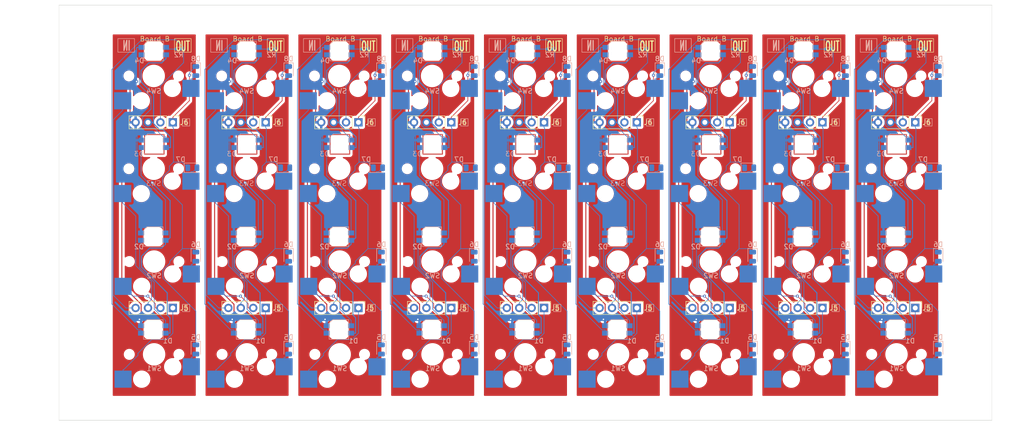
<source format=kicad_pcb>
(kicad_pcb (version 20240108) (generator "pcbnew") (generator_version "8.0")
  (layers (0 "F.Cu" signal) (31 "B.Cu" signal) (34 "B.Paste" user) (35 "F.Paste" user) (36 "B.SilkS" user "B.Silkscreen") (37 "F.SilkS" user "F.Silkscreen") (38 "B.Mask" user) (39 "F.Mask" user) (44 "Edge.Cuts" user))
  (net 0 "")
  (net 1 "Net-(D1-DOUT)")
  (net 2 "+5V")
  (net 3 "GND")
  (net 4 "Net-(D2-DOUT)")
  (net 5 "Net-(D3-DOUT)")
  (net 6 "/LED2")
  (net 7 "/SW1")
  (net 8 "/SW2")
  (net 9 "/SW3")
  (net 10 "/SW4")
  (net 11 "Net-(D5-A)")
  (net 13 "Net-(D6-A)")
  (net 14 "Net-(D7-A)")
  (net 15 "Net-(D8-A)")
  (net 16 "/COM2")
  (net 17 "Net-(D4-DOUT)")
  (footprint "Connector_PinHeader_2.54mm:PinHeader_1x04_P2.54mm_Vertical" (layer "F.Cu") (at 81.3 49 -90)
    (property "Reference" "J6")
    (property "Value" "Conn_Proxy2")
  )
  (footprint "Connector_PinHeader_2.54mm:PinHeader_1x04_P2.54mm_Vertical" (layer "F.Cu") (at 176.3 87 -90)
    (property "Reference" "J5")
    (property "Value" "Conn_Proxy1")
  )
  (footprint "Connector_PinHeader_2.54mm:PinHeader_1x04_P2.54mm_Vertical" (layer "F.Cu") (at 62.3 49 -90)
    (property "Reference" "J6")
    (property "Value" "Conn_Proxy2")
  )
  (footprint "Connector_PinHeader_2.54mm:PinHeader_1x04_P2.54mm_Vertical" (layer "F.Cu") (at 176.3 49 -90)
    (property "Reference" "J6")
    (property "Value" "Conn_Proxy2")
  )
  (footprint "Connector_PinHeader_2.54mm:PinHeader_1x04_P2.54mm_Vertical" (layer "F.Cu") (at 138.3 49 -90)
    (property "Reference" "J6")
    (property "Value" "Conn_Proxy2")
  )
  (footprint "Connector_PinHeader_2.54mm:PinHeader_1x04_P2.54mm_Vertical" (layer "F.Cu") (at 62.3 87 -90)
    (property "Reference" "J5")
    (property "Value" "Conn_Proxy1")
  )
  (footprint "Connector_PinHeader_2.54mm:PinHeader_1x04_P2.54mm_Vertical" (layer "F.Cu") (at 195.3 49 -90)
    (property "Reference" "J6")
    (property "Value" "Conn_Proxy2")
  )
  (footprint "Connector_PinHeader_2.54mm:PinHeader_1x04_P2.54mm_Vertical" (layer "F.Cu") (at 81.3 87 -90)
    (property "Reference" "J5")
    (property "Value" "Conn_Proxy1")
  )
  (footprint "Connector_PinHeader_2.54mm:PinHeader_1x04_P2.54mm_Vertical" (layer "F.Cu") (at 119.3 87 -90)
    (property "Reference" "J5")
    (property "Value" "Conn_Proxy1")
  )
  (footprint "Connector_PinHeader_2.54mm:PinHeader_1x04_P2.54mm_Vertical" (layer "F.Cu") (at 119.3 49 -90)
    (property "Reference" "J6")
    (property "Value" "Conn_Proxy2")
  )
  (footprint "Connector_PinHeader_2.54mm:PinHeader_1x04_P2.54mm_Vertical" (layer "F.Cu") (at 157.3 87 -90)
    (property "Reference" "J5")
    (property "Value" "Conn_Proxy1")
  )
  (footprint "Connector_PinHeader_2.54mm:PinHeader_1x04_P2.54mm_Vertical" (layer "F.Cu") (at 157.3 49 -90)
    (property "Reference" "J6")
    (property "Value" "Conn_Proxy2")
  )
  (footprint "Connector_PinHeader_2.54mm:PinHeader_1x04_P2.54mm_Vertical" (layer "F.Cu") (at 195.3 87 -90)
    (property "Reference" "J5")
    (property "Value" "Conn_Proxy1")
  )
  (footprint "Connector_PinHeader_2.54mm:PinHeader_1x04_P2.54mm_Vertical" (layer "F.Cu") (at 100.3 87 -90)
    (property "Reference" "J5")
    (property "Value" "Conn_Proxy1")
  )
  (footprint "Connector_PinHeader_2.54mm:PinHeader_1x04_P2.54mm_Vertical" (layer "F.Cu") (at 43.3 87 -90)
    (property "Reference" "J5")
    (property "Value" "Conn_Proxy1")
  )
  (footprint "Connector_PinHeader_2.54mm:PinHeader_1x04_P2.54mm_Vertical" (layer "F.Cu") (at 138.3 87 -90)
    (property "Reference" "J5")
    (property "Value" "Conn_Proxy1")
  )
  (footprint "Connector_PinHeader_2.54mm:PinHeader_1x04_P2.54mm_Vertical" (layer "F.Cu") (at 43.3 49 -90)
    (property "Reference" "J6")
    (property "Value" "Conn_Proxy2")
  )
  (footprint "Connector_PinHeader_2.54mm:PinHeader_1x04_P2.54mm_Vertical" (layer "F.Cu") (at 100.3 49 -90)
    (property "Reference" "J6")
    (property "Value" "Conn_Proxy2")
  )
  (footprint "Diode_SMD:D_0805_2012Metric" (layer "B.Cu") (at 199.3 58.3)
    (property "Reference" "D7")
    (property "Value" "D")
  )
  (footprint "Library:Keyswitch" (layer "B.Cu") (at 115.465 77.5)
    (property "Reference" "SW2")
    (property "Value" "SW_Push")
  )
  (footprint "Library:Keyswitch" (layer "B.Cu") (at 39.385 58.5)
    (property "Reference" "SW3")
    (property "Value" "SW_Push")
  )
  (footprint "Diode_SMD:D_0805_2012Metric" (layer "B.Cu") (at 180.3 58.3)
    (property "Reference" "D7")
    (property "Value" "D")
  )
  (footprint "Library:Keyswitch" (layer "B.Cu") (at 77.385 39.5)
    (property "Reference" "SW4")
    (property "Value" "SW_Push")
  )
  (footprint "Library:SK6812MINIe (Reverse)" (layer "B.Cu") (at 172.3 91.4)
    (property "Reference" "D1")
    (property "Value" "SK6812MINIe")
  )
  (footprint "Library:Keyswitch" (layer "B.Cu") (at 58.385 58.5)
    (property "Reference" "SW3")
    (property "Value" "SW_Push")
  )
  (footprint "Library:SK6812MINIe (Reverse)" (layer "B.Cu") (at 134.3 91.4)
    (property "Reference" "D1")
    (property "Value" "SK6812MINIe")
  )
  (footprint "Library:Keyswitch" (layer "B.Cu") (at 153.385 58.5)
    (property "Reference" "SW3")
    (property "Value" "SW_Push")
  )
  (footprint "Library:SK6812MINIe (Reverse)" (layer "B.Cu") (at 77.3 72.4)
    (property "Reference" "D2")
    (property "Value" "SK6812MINIe")
  )
  (footprint "Library:SK6812MINIe (Reverse)" (layer "B.Cu") (at 115.396 34.4)
    (property "Reference" "D4")
    (property "Value" "SK6812MINIe")
  )
  (footprint "Library:SK6812MINIe (Reverse)" (layer "B.Cu") (at 39.3 91.4)
    (property "Reference" "D1")
    (property "Value" "SK6812MINIe")
  )
  (footprint "Library:SK6812MINIe (Reverse)" (layer "B.Cu") (at 172.3 72.4)
    (property "Reference" "D2")
    (property "Value" "SK6812MINIe")
  )
  (footprint "Library:SK6812MINIe (Reverse)" (layer "B.Cu") (at 134.3 72.4)
    (property "Reference" "D2")
    (property "Value" "SK6812MINIe")
  )
  (footprint "Resistor_SMD:R_0402_1005Metric" (layer "B.Cu") (at 196.5 34)
    (property "Reference" "R2")
    (property "Value" "510")
  )
  (footprint "Library:Keyswitch" (layer "B.Cu") (at 58.385 39.5)
    (property "Reference" "SW4")
    (property "Value" "SW_Push")
  )
  (footprint "Diode_SMD:D_0805_2012Metric" (layer "B.Cu") (at 86 95.5 -90)
    (property "Reference" "D5")
    (property "Value" "D")
  )
  (footprint "Library:SK6812MINIe (Reverse)" (layer "B.Cu") (at 191.3 91.4)
    (property "Reference" "D1")
    (property "Value" "SK6812MINIe")
  )
  (footprint "Diode_SMD:D_0805_2012Metric" (layer "B.Cu") (at 181 95.5 -90)
    (property "Reference" "D5")
    (property "Value" "D")
  )
  (footprint "Diode_SMD:D_0805_2012Metric" (layer "B.Cu") (at 85.3 58.3)
    (property "Reference" "D7")
    (property "Value" "D")
  )
  (footprint "Diode_SMD:D_0805_2012Metric" (layer "B.Cu") (at 143 95.5 -90)
    (property "Reference" "D5")
    (property "Value" "D")
  )
  (footprint "Diode_SMD:D_0805_2012Metric" (layer "B.Cu") (at 200 95.5 -90)
    (property "Reference" "D5")
    (property "Value" "D")
  )
  (footprint "Diode_SMD:D_0805_2012Metric" (layer "B.Cu") (at 200 38.5 -90)
    (property "Reference" "D8")
    (property "Value" "D")
  )
  (footprint "Diode_SMD:D_0805_2012Metric" (layer "B.Cu") (at 105 38.5 -90)
    (property "Reference" "D8")
    (property "Value" "D")
  )
  (footprint "Library:Keyswitch" (layer "B.Cu") (at 96.385 58.5)
    (property "Reference" "SW3")
    (property "Value" "SW_Push")
  )
  (footprint "Library:Keyswitch" (layer "B.Cu") (at 58.465 96.5)
    (property "Reference" "SW1")
    (property "Value" "SW_Push")
  )
  (footprint "Library:SK6812MINIe (Reverse)" (layer "B.Cu") (at 77.396 53.4)
    (property "Reference" "D3")
    (property "Value" "SK6812MINIe")
  )
  (footprint "Resistor_SMD:R_0402_1005Metric" (layer "B.Cu") (at 44.5 34)
    (property "Reference" "R2")
    (property "Value" "510")
  )
  (footprint "Library:SK6812MINIe (Reverse)" (layer "B.Cu") (at 115.3 91.4)
    (property "Reference" "D1")
    (property "Value" "SK6812MINIe")
  )
  (footprint "Library:SK6812MINIe (Reverse)" (layer "B.Cu") (at 191.3 72.4)
    (property "Reference" "D2")
    (property "Value" "SK6812MINIe")
  )
  (footprint "Library:SK6812MINIe (Reverse)" (layer "B.Cu") (at 115.3 72.4)
    (property "Reference" "D2")
    (property "Value" "SK6812MINIe")
  )
  (footprint "Diode_SMD:D_0805_2012Metric" (layer "B.Cu") (at 67 95.5 -90)
    (property "Reference" "D5")
    (property "Value" "D")
  )
  (footprint "Library:SK6812MINIe (Reverse)" (layer "B.Cu") (at 77.3 91.4)
    (property "Reference" "D1")
    (property "Value" "SK6812MINIe")
  )
  (footprint "Library:SK6812MINIe (Reverse)" (layer "B.Cu") (at 96.3 72.4)
    (property "Reference" "D2")
    (property "Value" "SK6812MINIe")
  )
  (footprint "Library:Keyswitch" (layer "B.Cu") (at 77.465 77.5)
    (property "Reference" "SW2")
    (property "Value" "SW_Push")
  )
  (footprint "Library:Keyswitch" (layer "B.Cu") (at 172.385 58.5)
    (property "Reference" "SW3")
    (property "Value" "SW_Push")
  )
  (footprint "Diode_SMD:D_0805_2012Metric" (layer "B.Cu") (at 162 76.5 -90)
    (property "Reference" "D6")
    (property "Value" "D")
  )
  (footprint "Diode_SMD:D_0805_2012Metric" (layer "B.Cu") (at 161.3 58.3)
    (property "Reference" "D7")
    (property "Value" "D")
  )
  (footprint "Library:SK6812MINIe (Reverse)" (layer "B.Cu") (at 39.3 72.4)
    (property "Reference" "D2")
    (property "Value" "SK6812MINIe")
  )
  (footprint "Library:SK6812MINIe (Reverse)" (layer "B.Cu") (at 77.396 34.4)
    (property "Reference" "D4")
    (property "Value" "SK6812MINIe")
  )
  (footprint "Library:Keyswitch" (layer "B.Cu") (at 153.465 96.5)
    (property "Reference" "SW1")
    (property "Value" "SW_Push")
  )
  (footprint "Library:SK6812MINIe (Reverse)" (layer "B.Cu") (at 172.396 53.4)
    (property "Reference" "D3")
    (property "Value" "SK6812MINIe")
  )
  (footprint "Resistor_SMD:R_0402_1005Metric" (layer "B.Cu") (at 158.5 34)
    (property "Reference" "R2")
    (property "Value" "510")
  )
  (footprint "Library:Keyswitch" (layer "B.Cu") (at 134.465 96.5)
    (property "Reference" "SW1")
    (property "Value" "SW_Push")
  )
  (footprint "Diode_SMD:D_0805_2012Metric" (layer "B.Cu") (at 181 76.5 -90)
    (property "Reference" "D6")
    (property "Value" "D")
  )
  (footprint "Library:Keyswitch" (layer "B.Cu") (at 77.465 96.5)
    (property "Reference" "SW1")
    (property "Value" "SW_Push")
  )
  (footprint "Library:SK6812MINIe (Reverse)" (layer "B.Cu") (at 58.396 53.4)
    (property "Reference" "D3")
    (property "Value" "SK6812MINIe")
  )
  (footprint "Diode_SMD:D_0805_2012Metric" (layer "B.Cu") (at 143 76.5 -90)
    (property "Reference" "D6")
    (property "Value" "D")
  )
  (footprint "Diode_SMD:D_0805_2012Metric" (layer "B.Cu") (at 105 95.5 -90)
    (property "Reference" "D5")
    (property "Value" "D")
  )
  (footprint "Diode_SMD:D_0805_2012Metric" (layer "B.Cu") (at 67 38.5 -90)
    (property "Reference" "D8")
    (property "Value" "D")
  )
  (footprint "Diode_SMD:D_0805_2012Metric" (layer "B.Cu") (at 66.3 58.3)
    (property "Reference" "D7")
    (property "Value" "D")
  )
  (footprint "Diode_SMD:D_0805_2012Metric" (layer "B.Cu") (at 124 76.5 -90)
    (property "Reference" "D6")
    (property "Value" "D")
  )
  (footprint "Library:SK6812MINIe (Reverse)" (layer "B.Cu") (at 39.396 34.4)
    (property "Reference" "D4")
    (property "Value" "SK6812MINIe")
  )
  (footprint "Diode_SMD:D_0805_2012Metric" (layer "B.Cu") (at 67 76.5 -90)
    (property "Reference" "D6")
    (property "Value" "D")
  )
  (footprint "Diode_SMD:D_0805_2012Metric" (layer "B.Cu") (at 48 38.5 -90)
    (property "Reference" "D8")
    (property "Value" "D")
  )
  (footprint "Diode_SMD:D_0805_2012Metric" (layer "B.Cu") (at 181 38.5 -90)
    (property "Reference" "D8")
    (property "Value" "D")
  )
  (footprint "Library:Keyswitch" (layer "B.Cu") (at 172.465 77.5)
    (property "Reference" "SW2")
    (property "Value" "SW_Push")
  )
  (footprint "Diode_SMD:D_0805_2012Metric" (layer "B.Cu") (at 200 76.5 -90)
    (property "Reference" "D6")
    (property "Value" "D")
  )
  (footprint "Diode_SMD:D_0805_2012Metric" (layer "B.Cu") (at 86 38.5 -90)
    (property "Reference" "D8")
    (property "Value" "D")
  )
  (footprint "Diode_SMD:D_0805_2012Metric" (layer "B.Cu") (at 162 38.5 -90)
    (property "Reference" "D8")
    (property "Value" "D")
  )
  (footprint "Library:Keyswitch" (layer "B.Cu") (at 191.385 39.5)
    (property "Reference" "SW4")
    (property "Value" "SW_Push")
  )
  (footprint "Library:SK6812MINIe (Reverse)" (layer "B.Cu") (at 153.3 91.4)
    (property "Reference" "D1")
    (property "Value" "SK6812MINIe")
  )
  (footprint "Library:SK6812MINIe (Reverse)" (layer "B.Cu") (at 134.396 34.4)
    (property "Reference" "D4")
    (property "Value" "SK6812MINIe")
  )
  (footprint "Library:Keyswitch" (layer "B.Cu") (at 134.385 58.5)
    (property "Reference" "SW3")
    (property "Value" "SW_Push")
  )
  (footprint "Library:SK6812MINIe (Reverse)" (layer "B.Cu") (at 153.3 72.4)
    (property "Reference" "D2")
    (property "Value" "SK6812MINIe")
  )
  (footprint "Library:Keyswitch" (layer "B.Cu") (at 77.385 58.5)
    (property "Reference" "SW3")
    (property "Value" "SW_Push")
  )
  (footprint "Resistor_SMD:R_0402_1005Metric" (layer "B.Cu") (at 177.5 34)
    (property "Reference" "R2")
    (property "Value" "510")
  )
  (footprint "Library:Keyswitch" (layer "B.Cu") (at 96.465 96.5)
    (property "Reference" "SW1")
    (property "Value" "SW_Push")
  )
  (footprint "Library:SK6812MINIe (Reverse)" (layer "B.Cu") (at 172.396 34.4)
    (property "Reference" "D4")
    (property "Value" "SK6812MINIe")
  )
  (footprint "Library:SK6812MINIe (Reverse)" (layer "B.Cu") (at 153.396 34.4)
    (property "Reference" "D4")
    (property "Value" "SK6812MINIe")
  )
  (footprint "Diode_SMD:D_0805_2012Metric" (layer "B.Cu") (at 48 95.5 -90)
    (property "Reference" "D5")
    (property "Value" "D")
  )
  (footprint "Library:Keyswitch" (layer "B.Cu") (at 172.465 96.5)
    (property "Reference" "SW1")
    (property "Value" "SW_Push")
  )
  (footprint "Diode_SMD:D_0805_2012Metric" (layer "B.Cu") (at 105 76.5 -90)
    (property "Reference" "D6")
    (property "Value" "D")
  )
  (footprint "Library:Keyswitch" (layer "B.Cu") (at 115.385 58.5)
    (property "Reference" "SW3")
    (property "Value" "SW_Push")
  )
  (footprint "Library:Keyswitch" (layer "B.Cu") (at 39.465 77.5)
    (property "Reference" "SW2")
    (property "Value" "SW_Push")
  )
  (footprint "Library:Keyswitch" (layer "B.Cu") (at 115.385 39.5)
    (property "Reference" "SW4")
    (property "Value" "SW_Push")
  )
  (footprint "Resistor_SMD:R_0402_1005Metric" (layer "B.Cu") (at 120.5 34)
    (property "Reference" "R2")
    (property "Value" "510")
  )
  (footprint "Diode_SMD:D_0805_2012Metric" (layer "B.Cu") (at 124 95.5 -90)
    (property "Reference" "D5")
    (property "Value" "D")
  )
  (footprint "Library:Keyswitch" (layer "B.Cu") (at 134.465 77.5)
    (property "Reference" "SW2")
    (property "Value" "SW_Push")
  )
  (footprint "Library:Keyswitch" (layer "B.Cu") (at 172.385 39.5)
    (property "Reference" "SW4")
    (property "Value" "SW_Push")
  )
  (footprint "Library:Keyswitch" (layer "B.Cu") (at 191.385 58.5)
    (property "Reference" "SW3")
    (property "Value" "SW_Push")
  )
  (footprint "Diode_SMD:D_0805_2012Metric" (layer "B.Cu") (at 124 38.5 -90)
    (property "Reference" "D8")
    (property "Value" "D")
  )
  (footprint "Library:Keyswitch" (layer "B.Cu") (at 39.385 39.5)
    (property "Reference" "SW4")
    (property "Value" "SW_Push")
  )
  (footprint "Library:SK6812MINIe (Reverse)" (layer "B.Cu") (at 134.396 53.4)
    (property "Reference" "D3")
    (property "Value" "SK6812MINIe")
  )
  (footprint "Library:Keyswitch" (layer "B.Cu") (at 96.465 77.5)
    (property "Reference" "SW2")
    (property "Value" "SW_Push")
  )
  (footprint "Diode_SMD:D_0805_2012Metric" (layer "B.Cu") (at 123.3 58.3)
    (property "Reference" "D7")
    (property "Value" "D")
  )
  (footprint "Library:SK6812MINIe (Reverse)" (layer "B.Cu") (at 191.396 53.4)
    (property "Reference" "D3")
    (property "Value" "SK6812MINIe")
  )
  (footprint "Library:SK6812MINIe (Reverse)" (layer "B.Cu") (at 58.396 34.4)
    (property "Reference" "D4")
    (property "Value" "SK6812MINIe")
  )
  (footprint "Diode_SMD:D_0805_2012Metric" (layer "B.Cu") (at 162 95.5 -90)
    (property "Reference" "D5")
    (property "Value" "D")
  )
  (footprint "Library:Keyswitch" (layer "B.Cu") (at 153.385 39.5)
    (property "Reference" "SW4")
    (property "Value" "SW_Push")
  )
  (footprint "Diode_SMD:D_0805_2012Metric" (layer "B.Cu") (at 86 76.5 -90)
    (property "Reference" "D6")
    (property "Value" "D")
  )
  (footprint "Diode_SMD:D_0805_2012Metric" (layer "B.Cu") (at 142.3 58.3)
    (property "Reference" "D7")
    (property "Value" "D")
  )
  (footprint "Diode_SMD:D_0805_2012Metric" (layer "B.Cu") (at 143 38.5 -90)
    (property "Reference" "D8")
    (property "Value" "D")
  )
  (footprint "Resistor_SMD:R_0402_1005Metric" (layer "B.Cu") (at 101.5 34)
    (property "Reference" "R2")
    (property "Value" "510")
  )
  (footprint "Diode_SMD:D_0805_2012Metric" (layer "B.Cu") (at 47.3 58.3)
    (property "Reference" "D7")
    (property "Value" "D")
  )
  (footprint "Library:SK6812MINIe (Reverse)" (layer "B.Cu") (at 191.396 34.4)
    (property "Reference" "D4")
    (property "Value" "SK6812MINIe")
  )
  (footprint "Library:SK6812MINIe (Reverse)" (layer "B.Cu") (at 115.396 53.4)
    (property "Reference" "D3")
    (property "Value" "SK6812MINIe")
  )
  (footprint "Library:Keyswitch" (layer "B.Cu") (at 153.465 77.5)
    (property "Reference" "SW2")
    (property "Value" "SW_Push")
  )
  (footprint "Library:Keyswitch" (layer "B.Cu") (at 134.385 39.5)
    (property "Reference" "SW4")
    (property "Value" "SW_Push")
  )
  (footprint "Diode_SMD:D_0805_2012Metric" (layer "B.Cu") (at 104.3 58.3)
    (property "Reference" "D7")
    (property "Value" "D")
  )
  (footprint "Library:SK6812MINIe (Reverse)" (layer "B.Cu") (at 96.396 34.4)
    (property "Reference" "D4")
    (property "Value" "SK6812MINIe")
  )
  (footprint "Library:SK6812MINIe (Reverse)" (layer "B.Cu") (at 96.3 91.4)
    (property "Reference" "D1")
    (property "Value" "SK6812MINIe")
  )
  (footprint "Resistor_SMD:R_0402_1005Metric" (layer "B.Cu") (at 82.5 34)
    (property "Reference" "R2")
    (property "Value" "510")
  )
  (footprint "Resistor_SMD:R_0402_1005Metric" (layer "B.Cu") (at 139.5 34)
    (property "Reference" "R2")
    (property "Value" "510")
  )
  (footprint "Library:Keyswitch" (layer "B.Cu") (at 96.385 39.5)
    (property "Reference" "SW4")
    (property "Value" "SW_Push")
  )
  (footprint "Library:Keyswitch" (layer "B.Cu") (at 58.465 77.5)
    (property "Reference" "SW2")
    (property "Value" "SW_Push")
  )
  (footprint "Library:SK6812MINIe (Reverse)" (layer "B.Cu") (at 96.396 53.4)
    (property "Reference" "D3")
    (property "Value" "SK6812MINIe")
  )
  (footprint "Library:Keyswitch" (layer "B.Cu") (at 39.465 96.5)
    (property "Reference" "SW1")
    (property "Value" "SW_Push")
  )
  (footprint "Diode_SMD:D_0805_2012Metric" (layer "B.Cu") (at 48 76.5 -90)
    (property "Reference" "D6")
    (property "Value" "D")
  )
  (footprint "Library:SK6812MINIe (Reverse)" (layer "B.Cu") (at 153.396 53.4)
    (property "Reference" "D3")
    (property "Value" "SK6812MINIe")
  )
  (footprint "Resistor_SMD:R_0402_1005Metric" (layer "B.Cu") (at 63.5 34)
    (property "Reference" "R2")
    (property "Value" "510")
  )
  (footprint "Library:Keyswitch" (layer "B.Cu") (at 191.465 77.5)
    (property "Reference" "SW2")
    (property "Value" "SW_Push")
  )
  (footprint "Library:Keyswitch" (layer "B.Cu") (at 115.465 96.5)
    (property "Reference" "SW1")
    (property "Value" "SW_Push")
  )
  (footprint "Library:SK6812MINIe (Reverse)" (layer "B.Cu") (at 58.3 91.4)
    (property "Reference" "D1")
    (property "Value" "SK6812MINIe")
  )
  (footprint "Library:SK6812MINIe (Reverse)" (layer "B.Cu") (at 39.396 53.4)
    (property "Reference" "D3")
    (property "Value" "SK6812MINIe")
  )
  (footprint "Library:Keyswitch" (layer "B.Cu") (at 191.465 96.5)
    (property "Reference" "SW1")
    (property "Value" "SW_Push")
  )
  (footprint "Library:SK6812MINIe (Reverse)" (layer "B.Cu") (at 58.3 72.4)
    (property "Reference" "D2")
    (property "Value" "SK6812MINIe")
  )
  (gr_rect (start 56.5 51.5) (end 60.5 55.5) (stroke (width 0.2)) (fill none) (layer "F.Cu"))
  (gr_rect (start 132.5 51.5) (end 136.5 55.5) (stroke (width 0.2)) (fill none) (layer "F.Cu"))
  (gr_rect (start 170.5 51.5) (end 174.5 55.5) (stroke (width 0.2)) (fill none) (layer "F.Cu"))
  (gr_rect (start 37.5 51.5) (end 41.5 55.5) (stroke (width 0.2)) (fill none) (layer "F.Cu"))
  (gr_rect (start 151.5 51.5) (end 155.5 55.5) (stroke (width 0.2)) (fill none) (layer "F.Cu"))
  (gr_rect (start 113.5 51.5) (end 117.5 55.5) (stroke (width 0.2)) (fill none) (layer "F.Cu"))
  (gr_rect (start 94.5 51.5) (end 98.5 55.5) (stroke (width 0.2)) (fill none) (layer "F.Cu"))
  (gr_rect (start 75.5 51.5) (end 79.5 55.5) (stroke (width 0.2)) (fill none) (layer "F.Cu"))
  (gr_rect (start 189.5 51.5) (end 193.5 55.5) (stroke (width 0.2)) (fill none) (layer "F.Cu"))
  (gr_rect (start 64.25 48.25) (end 65.75 49.75) (stroke (width 0.1)) (fill none) (layer "B.SilkS"))
  (gr_rect (start 197.25 48.25) (end 198.75 49.75) (stroke (width 0.1)) (fill none) (layer "B.SilkS"))
  (gr_rect (start 159.25 48.25) (end 160.75 49.75) (stroke (width 0.1)) (fill none) (layer "B.SilkS"))
  (gr_rect (start 108.05 31.85) (end 111.45 34.635) (stroke (width 0.1)) (fill none) (layer "B.SilkS"))
  (gr_rect (start 83.25 48.25) (end 84.75 49.75) (stroke (width 0.1)) (fill none) (layer "B.SilkS"))
  (gr_rect (start 32.05 31.85) (end 35.45 34.635) (stroke (width 0.1)) (fill none) (layer "B.SilkS"))
  (gr_rect (start 184.05 31.85) (end 187.45 34.635) (stroke (width 0.1)) (fill none) (layer "B.SilkS"))
  (gr_rect (start 102.25 86.25) (end 103.75 87.75) (stroke (width 0.1)) (fill none) (layer "B.SilkS"))
  (gr_rect (start 121.25 48.25) (end 122.75 49.75) (stroke (width 0.1)) (fill none) (layer "B.SilkS"))
  (gr_rect (start 83.25 86.25) (end 84.75 87.75) (stroke (width 0.1)) (fill none) (layer "B.SilkS"))
  (gr_rect (start 159.25 86.25) (end 160.75 87.75) (stroke (width 0.1)) (fill none) (layer "B.SilkS"))
  (gr_rect (start 51.05 31.85) (end 54.45 34.635) (stroke (width 0.1)) (fill none) (layer "B.SilkS"))
  (gr_rect (start 102.25 48.25) (end 103.75 49.75) (stroke (width 0.1)) (fill none) (layer "B.SilkS"))
  (gr_rect (start 70.05 31.85) (end 73.45 34.635) (stroke (width 0.1)) (fill none) (layer "B.SilkS"))
  (gr_rect (start 45.25 48.25) (end 46.75 49.75) (stroke (width 0.1)) (fill none) (layer "B.SilkS"))
  (gr_rect (start 140.25 48.25) (end 141.75 49.75) (stroke (width 0.1)) (fill none) (layer "B.SilkS"))
  (gr_rect (start 178.25 48.25) (end 179.75 49.75) (stroke (width 0.1)) (fill none) (layer "B.SilkS"))
  (gr_rect (start 165.05 31.85) (end 168.45 34.635) (stroke (width 0.1)) (fill none) (layer "B.SilkS"))
  (gr_rect (start 146.05 31.85) (end 149.45 34.635) (stroke (width 0.1)) (fill none) (layer "B.SilkS"))
  (gr_rect (start 197.25 86.25) (end 198.75 87.75) (stroke (width 0.1)) (fill none) (layer "B.SilkS"))
  (gr_rect (start 140.25 86.25) (end 141.75 87.75) (stroke (width 0.1)) (fill none) (layer "B.SilkS"))
  (gr_rect (start 64.25 86.25) (end 65.75 87.75) (stroke (width 0.1)) (fill none) (layer "B.SilkS"))
  (gr_rect (start 121.25 86.25) (end 122.75 87.75) (stroke (width 0.1)) (fill none) (layer "B.SilkS"))
  (gr_rect (start 89.05 31.85) (end 92.45 34.635) (stroke (width 0.1)) (fill none) (layer "B.SilkS"))
  (gr_rect (start 127.05 31.85) (end 130.45 34.635) (stroke (width 0.1)) (fill none) (layer "B.SilkS"))
  (gr_rect (start 178.25 86.25) (end 179.75 87.75) (stroke (width 0.1)) (fill none) (layer "B.SilkS"))
  (gr_rect (start 45.25 86.25) (end 46.75 87.75) (stroke (width 0.1)) (fill none) (layer "B.SilkS"))
  (gr_rect (start 138.65 31.85) (end 142.05 34.635) (stroke (width 0.1)) (fill none) (layer "F.SilkS"))
  (gr_rect (start 176.65 31.85) (end 180.05 34.635) (stroke (width 0.1)) (fill none) (layer "F.SilkS"))
  (gr_rect (start 43.65 31.85) (end 47.05 34.635) (stroke (width 0.1)) (fill none) (layer "F.SilkS"))
  (gr_rect (start 100.65 31.85) (end 104.05 34.635) (stroke (width 0.1)) (fill none) (layer "F.SilkS"))
  (gr_rect (start 81.65 31.85) (end 85.05 34.635) (stroke (width 0.1)) (fill none) (layer "F.SilkS"))
  (gr_rect (start 62.65 31.85) (end 66.05 34.635) (stroke (width 0.1)) (fill none) (layer "F.SilkS"))
  (gr_rect (start 195.65 31.85) (end 199.05 34.635) (stroke (width 0.1)) (fill none) (layer "F.SilkS"))
  (gr_rect (start 119.65 31.85) (end 123.05 34.635) (stroke (width 0.1)) (fill none) (layer "F.SilkS"))
  (gr_rect (start 157.65 31.85) (end 161.05 34.635) (stroke (width 0.1)) (fill none) (layer "F.SilkS"))
  (gr_line (start 211 25) (end 211 110) (stroke (width 0.05)) (layer "Edge.Cuts"))
  (gr_line (start 20 110) (end 211 110) (stroke (width 0.1)) (layer "Edge.Cuts"))
  (gr_line (start 20 25) (end 20 110) (stroke (width 0.05)) (layer "Edge.Cuts"))
  (gr_line (start 20 25) (end 211 25) (stroke (width 0.1)) (layer "Edge.Cuts"))
  (gr_text "IN" (at 34.75 34.5 0) (layer "B.SilkS") (effects (font (size 2 1) (thickness 0.25) (bold yes)) (justify left bottom mirror)))
  (gr_text "IN" (at 53.75 34.5 0) (layer "B.SilkS") (effects (font (size 2 1) (thickness 0.25) (bold yes)) (justify left bottom mirror)))
  (gr_text "IN" (at 167.75 34.5 0) (layer "B.SilkS") (effects (font (size 2 1) (thickness 0.25) (bold yes)) (justify left bottom mirror)))
  (gr_text "P" (at 160.5 49.75 0) (layer "B.SilkS") (effects (font (size 1 1) (thickness 0.1)) (justify left bottom mirror)))
  (gr_text "S" (at 103.5 87.75 0) (layer "B.SilkS") (effects (font (size 1 1) (thickness 0.1)) (justify left bottom mirror)))
  (gr_text "P" (at 103.5 49.75 0) (layer "B.SilkS") (effects (font (size 1 1) (thickness 0.1)) (justify left bottom mirror)))
  (gr_text "S" (at 84.5 87.75 0) (layer "B.SilkS") (effects (font (size 1 1) (thickness 0.1)) (justify left bottom mirror)))
  (gr_text "IN" (at 91.75 34.5 0) (layer "B.SilkS") (effects (font (size 2 1) (thickness 0.25) (bold yes)) (justify left bottom mirror)))
  (gr_text "IN" (at 148.75 34.5 0) (layer "B.SilkS") (effects (font (size 2 1) (thickness 0.25) (bold yes)) (justify left bottom mirror)))
  (gr_text "S" (at 46.5 87.75 0) (layer "B.SilkS") (effects (font (size 1 1) (thickness 0.1)) (justify left bottom mirror)))
  (gr_text "P" (at 46.5 49.75 0) (layer "B.SilkS") (effects (font (size 1 1) (thickness 0.1)) (justify left bottom mirror)))
  (gr_text "P" (at 84.5 49.75 0) (layer "B.SilkS") (effects (font (size 1 1) (thickness 0.1)) (justify left bottom mirror)))
  (gr_text "IN" (at 186.75 34.5 0) (layer "B.SilkS") (effects (font (size 2 1) (thickness 0.25) (bold yes)) (justify left bottom mirror)))
  (gr_text "S" (at 160.5 87.75 0) (layer "B.SilkS") (effects (font (size 1 1) (thickness 0.1)) (justify left bottom mirror)))
  (gr_text "S" (at 198.5 87.75 0) (layer "B.SilkS") (effects (font (size 1 1) (thickness 0.1)) (justify left bottom mirror)))
  (gr_text "S" (at 122.5 87.75 0) (layer "B.SilkS") (effects (font (size 1 1) (thickness 0.1)) (justify left bottom mirror)))
  (gr_text "S" (at 179.5 87.75 0) (layer "B.SilkS") (effects (font (size 1 1) (thickness 0.1)) (justify left bottom mirror)))
  (gr_text "S" (at 141.5 87.75 0) (layer "B.SilkS") (effects (font (size 1 1) (thickness 0.1)) (justify left bottom mirror)))
  (gr_text "S" (at 65.5 87.75 0) (layer "B.SilkS") (effects (font (size 1 1) (thickness 0.1)) (justify left bottom mirror)))
  (gr_text "P" (at 122.5 49.75 0) (layer "B.SilkS") (effects (font (size 1 1) (thickness 0.1)) (justify left bottom mirror)))
  (gr_text "IN" (at 110.75 34.5 0) (layer "B.SilkS") (effects (font (size 2 1) (thickness 0.25) (bold yes)) (justify left bottom mirror)))
  (gr_text "P" (at 141.5 49.75 0) (layer "B.SilkS") (effects (font (size 1 1) (thickness 0.1)) (justify left bottom mirror)))
  (gr_text "P" (at 65.5 49.75 0) (layer "B.SilkS") (effects (font (size 1 1) (thickness 0.1)) (justify left bottom mirror)))
  (gr_text "IN" (at 129.75 34.5 0) (layer "B.SilkS") (effects (font (size 2 1) (thickness 0.25) (bold yes)) (justify left bottom mirror)))
  (gr_text "IN" (at 72.75 34.5 0) (layer "B.SilkS") (effects (font (size 2 1) (thickness 0.25) (bold yes)) (justify left bottom mirror)))
  (gr_text "P" (at 179.5 49.75 0) (layer "B.SilkS") (effects (font (size 1 1) (thickness 0.1)) (justify left bottom mirror)))
  (gr_text "P" (at 198.5 49.75 0) (layer "B.SilkS") (effects (font (size 1 1) (thickness 0.1)) (justify left bottom mirror)))
  (gr_text "OUT" (at 62.75 34.6 0) (layer "F.SilkS") (effects (font (size 2 1) (thickness 0.25) (bold yes)) (justify left bottom)))
  (gr_text "Board B" (at 36.5 32.5 0) (layer "F.SilkS") (effects (font (size 1 1) (thickness 0.1)) (justify left bottom)))
  (gr_text "OUT" (at 43.75 34.6 0) (layer "F.SilkS") (effects (font (size 2 1) (thickness 0.25) (bold yes)) (justify left bottom)))
  (gr_text "Board B" (at 131.5 32.5 0) (layer "F.SilkS") (effects (font (size 1 1) (thickness 0.1)) (justify left bottom)))
  (gr_text "OUT" (at 81.75 34.6 0) (layer "F.SilkS") (effects (font (size 2 1) (thickness 0.25) (bold yes)) (justify left bottom)))
  (gr_text "OUT" (at 100.75 34.6 0) (layer "F.SilkS") (effects (font (size 2 1) (thickness 0.25) (bold yes)) (justify left bottom)))
  (gr_text "Board B" (at 74.5 32.5 0) (layer "F.SilkS") (effects (font (size 1 1) (thickness 0.1)) (justify left bottom)))
  (gr_text "Board B" (at 169.5 32.5 0) (layer "F.SilkS") (effects (font (size 1 1) (thickness 0.1)) (justify left bottom)))
  (gr_text "Board B" (at 112.5 32.5 0) (layer "F.SilkS") (effects (font (size 1 1) (thickness 0.1)) (justify left bottom)))
  (gr_text "Board B" (at 188.5 32.5 0) (layer "F.SilkS") (effects (font (size 1 1) (thickness 0.1)) (justify left bottom)))
  (gr_text "Board B" (at 150.5 32.5 0) (layer "F.SilkS") (effects (font (size 1 1) (thickness 0.1)) (justify left bottom)))
  (gr_text "OUT" (at 176.75 34.6 0) (layer "F.SilkS") (effects (font (size 2 1) (thickness 0.25) (bold yes)) (justify left bottom)))
  (gr_text "OUT" (at 138.75 34.6 0) (layer "F.SilkS") (effects (font (size 2 1) (thickness 0.25) (bold yes)) (justify left bottom)))
  (gr_text "Board B" (at 55.5 32.5 0) (layer "F.SilkS") (effects (font (size 1 1) (thickness 0.1)) (justify left bottom)))
  (gr_text "OUT" (at 195.75 34.6 0) (layer "F.SilkS") (effects (font (size 2 1) (thickness 0.25) (bold yes)) (justify left bottom)))
  (gr_text "Board B" (at 93.5 32.5 0) (layer "F.SilkS") (effects (font (size 1 1) (thickness 0.1)) (justify left bottom)))
  (gr_text "OUT" (at 157.75 34.6 0) (layer "F.SilkS") (effects (font (size 2 1) (thickness 0.25) (bold yes)) (justify left bottom)))
  (gr_text "OUT" (at 119.75 34.6 0) (layer "F.SilkS") (effects (font (size 2 1) (thickness 0.25) (bold yes)) (justify left bottom)))
  (segment (start 93.8 73.162) (end 93.8 73.8571) (width 0.13) (layer "B.Cu") (net 1))
  (segment (start 117.8 89.5435) (end 117.8 90.638) (width 0.13) (layer "B.Cu") (net 1))
  (segment (start 193.8 89.5435) (end 193.8 90.638) (width 0.13) (layer "B.Cu") (net 1))
  (segment (start 55.8 73.8571) (end 55.5081 74.149) (width 0.13) (layer "B.Cu") (net 1))
  (segment (start 96.49 87.2335) (end 98.8 89.5435) (width 0.13) (layer "B.Cu") (net 1))
  (segment (start 112.8 73.8571) (end 112.5081 74.149) (width 0.13) (layer "B.Cu") (net 1))
  (segment (start 41.8 89.5435) (end 41.8 90.638) (width 0.13) (layer "B.Cu") (net 1))
  (segment (start 112.5081 74.149) (end 112.5081 78.7585) (width 0.13) (layer "B.Cu") (net 1))
  (segment (start 153.49 81.7404) (end 153.49 87.2335) (width 0.13) (layer "B.Cu") (net 1))
  (segment (start 77.49 87.2335) (end 79.8 89.5435) (width 0.13) (layer "B.Cu") (net 1))
  (segment (start 191.49 81.7404) (end 191.49 87.2335) (width 0.13) (layer "B.Cu") (net 1))
  (segment (start 74.5081 78.7585) (end 77.49 81.7404) (width 0.13) (layer "B.Cu") (net 1))
  (segment (start 36.8 73.162) (end 36.8 73.8571) (width 0.13) (layer "B.Cu") (net 1))
  (segment (start 134.49 87.2335) (end 136.8 89.5435) (width 0.13) (layer "B.Cu") (net 1))
  (segment (start 188.8 73.8571) (end 188.5081 74.149) (width 0.13) (layer "B.Cu") (net 1))
  (segment (start 150.5081 74.149) (end 150.5081 78.7585) (width 0.13) (layer "B.Cu") (net 1))
  (segment (start 150.8 73.162) (end 150.8 73.8571) (width 0.13) (layer "B.Cu") (net 1))
  (segment (start 134.49 81.7404) (end 134.49 87.2335) (width 0.13) (layer "B.Cu") (net 1))
  (segment (start 174.8 89.5435) (end 174.8 90.638) (width 0.13) (layer "B.Cu") (net 1))
  (segment (start 55.5081 74.149) (end 55.5081 78.7585) (width 0.13) (layer "B.Cu") (net 1))
  (segment (start 136.8 89.5435) (end 136.8 90.638) (width 0.13) (layer "B.Cu") (net 1))
  (segment (start 131.5081 78.7585) (end 134.49 81.7404) (width 0.13) (layer "B.Cu") (net 1))
  (segment (start 112.8 73.162) (end 112.8 73.8571) (width 0.13) (layer "B.Cu") (net 1))
  (segment (start 96.49 81.7404) (end 96.49 87.2335) (width 0.13) (layer "B.Cu") (net 1))
  (segment (start 74.5081 74.149) (end 74.5081 78.7585) (width 0.13) (layer "B.Cu") (net 1))
  (segment (start 39.49 81.7404) (end 39.49 87.2335) (width 0.13) (layer "B.Cu") (net 1))
  (segment (start 58.49 81.7404) (end 58.49 87.2335) (width 0.13) (layer "B.Cu") (net 1))
  (segment (start 112.5081 78.7585) (end 115.49 81.7404) (width 0.13) (layer "B.Cu") (net 1))
  (segment (start 188.8 73.162) (end 188.8 73.8571) (width 0.13) (layer "B.Cu") (net 1))
  (segment (start 115.49 81.7404) (end 115.49 87.2335) (width 0.13) (layer "B.Cu") (net 1))
  (segment (start 150.5081 78.7585) (end 153.49 81.7404) (width 0.13) (layer "B.Cu") (net 1))
  (segment (start 131.8 73.162) (end 131.8 73.8571) (width 0.13) (layer "B.Cu") (net 1))
  (segment (start 169.8 73.162) (end 169.8 73.8571) (width 0.13) (layer "B.Cu") (net 1))
  (segment (start 172.49 87.2335) (end 174.8 89.5435) (width 0.13) (layer "B.Cu") (net 1))
  (segment (start 36.8 73.8571) (end 36.5081 74.149) (width 0.13) (layer "B.Cu") (net 1))
  (segment (start 74.8 73.8571) (end 74.5081 74.149) (width 0.13) (layer "B.Cu") (net 1))
  (segment (start 188.5081 74.149) (end 188.5081 78.7585) (width 0.13) (layer "B.Cu") (net 1))
  (segment (start 79.8 89.5435) (end 79.8 90.638) (width 0.13) (layer "B.Cu") (net 1))
  (segment (start 93.5081 74.149) (end 93.5081 78.7585) (width 0.13) (layer "B.Cu") (net 1))
  (segment (start 172.49 81.7404) (end 172.49 87.2335) (width 0.13) (layer "B.Cu") (net 1))
  (segment (start 131.8 73.8571) (end 131.5081 74.149) (width 0.13) (layer "B.Cu") (net 1))
  (segment (start 58.49 87.2335) (end 60.8 89.5435) (width 0.13) (layer "B.Cu") (net 1))
  (segment (start 36.5081 78.7585) (end 39.49 81.7404) (width 0.13) (layer "B.Cu") (net 1))
  (segment (start 169.5081 74.149) (end 169.5081 78.7585) (width 0.13) (layer "B.Cu") (net 1))
  (segment (start 191.49 87.2335) (end 193.8 89.5435) (width 0.13) (layer "B.Cu") (net 1))
  (segment (start 153.49 87.2335) (end 155.8 89.5435) (width 0.13) (layer "B.Cu") (net 1))
  (segment (start 115.49 87.2335) (end 117.8 89.5435) (width 0.13) (layer "B.Cu") (net 1))
  (segment (start 55.5081 78.7585) (end 58.49 81.7404) (width 0.13) (layer "B.Cu") (net 1))
  (segment (start 188.5081 78.7585) (end 191.49 81.7404) (width 0.13) (layer "B.Cu") (net 1))
  (segment (start 169.8 73.8571) (end 169.5081 74.149) (width 0.13) (layer "B.Cu") (net 1))
  (segment (start 98.8 89.5435) (end 98.8 90.638) (width 0.13) (layer "B.Cu") (net 1))
  (segment (start 169.5081 78.7585) (end 172.49 81.7404) (width 0.13) (layer "B.Cu") (net 1))
  (segment (start 39.49 87.2335) (end 41.8 89.5435) (width 0.13) (layer "B.Cu") (net 1))
  (segment (start 77.49 81.7404) (end 77.49 87.2335) (width 0.13) (layer "B.Cu") (net 1))
  (segment (start 55.8 73.162) (end 55.8 73.8571) (width 0.13) (layer "B.Cu") (net 1))
  (segment (start 93.5081 78.7585) (end 96.49 81.7404) (width 0.13) (layer "B.Cu") (net 1))
  (segment (start 155.8 89.5435) (end 155.8 90.638) (width 0.13) (layer "B.Cu") (net 1))
  (segment (start 60.8 89.5435) (end 60.8 90.638) (width 0.13) (layer "B.Cu") (net 1))
  (segment (start 74.8 73.162) (end 74.8 73.8571) (width 0.13) (layer "B.Cu") (net 1))
  (segment (start 93.8 73.8571) (end 93.5081 74.149) (width 0.13) (layer "B.Cu") (net 1))
  (segment (start 150.8 73.8571) (end 150.5081 74.149) (width 0.13) (layer "B.Cu") (net 1))
  (segment (start 131.5081 74.149) (end 131.5081 78.7585) (width 0.13) (layer "B.Cu") (net 1))
  (segment (start 36.5081 74.149) (end 36.5081 78.7585) (width 0.13) (layer "B.Cu") (net 1))
  (segment (start 57.22 49) (end 57.22 50.1401) (width 0.2) (layer "F.Cu") (net 2))
  (segment (start 38.5628 61.3411) (end 36.7964 59.5747) (width 0.2) (layer "F.Cu") (net 2))
  (segment (start 152.22 49) (end 152.22 50.1401) (width 0.2) (layer "F.Cu") (net 2))
  (segment (start 169.7964 59.5747) (end 169.7964 51.5637) (width 0.2) (layer "F.Cu") (net 2))
  (segment (start 114.22 49) (end 114.22 50.1401) (width 0.2) (layer "F.Cu") (net 2))
  (segment (start 169.7964 51.5637) (end 171.22 50.1401) (width 0.2) (layer "F.Cu") (net 2))
  (segment (start 77.0658 61.3411) (end 76.5628 61.3411) (width 0.2) (layer "F.Cu") (net 2))
  (segment (start 188.7964 51.5637) (end 190.22 50.1401) (width 0.2) (layer "F.Cu") (net 2))
  (segment (start 36.7964 59.5747) (end 36.7964 51.5637) (width 0.2) (layer "F.Cu") (net 2))
  (segment (start 76.5628 61.3411) (end 74.7964 59.5747) (width 0.2) (layer "F.Cu") (net 2))
  (segment (start 171.5628 61.3411) (end 169.7964 59.5747) (width 0.2) (layer "F.Cu") (net 2))
  (segment (start 74.7964 59.5747) (end 74.7964 51.5637) (width 0.2) (layer "F.Cu") (net 2))
  (segment (start 96.0658 61.3411) (end 95.5628 61.3411) (width 0.2) (layer "F.Cu") (net 2))
  (segment (start 36.7964 51.5637) (end 38.22 50.1401) (width 0.2) (layer "F.Cu") (net 2))
  (segment (start 150.7964 59.5747) (end 150.7964 51.5637) (width 0.2) (layer "F.Cu") (net 2))
  (segment (start 131.7964 51.5637) (end 133.22 50.1401) (width 0.2) (layer "F.Cu") (net 2))
  (segment (start 39.0658 61.3411) (end 38.5628 61.3411) (width 0.2) (layer "F.Cu") (net 2))
  (segment (start 55.7964 59.5747) (end 55.7964 51.5637) (width 0.2) (layer "F.Cu") (net 2))
  (segment (start 190.22 49) (end 190.22 50.1401) (width 0.2) (layer "F.Cu") (net 2))
  (segment (start 134.0658 61.3411) (end 133.5628 61.3411) (width 0.2) (layer "F.Cu") (net 2))
  (segment (start 95.5628 61.3411) (end 93.7964 59.5747) (width 0.2) (layer "F.Cu") (net 2))
  (segment (start 115.0658 61.3411) (end 114.5628 61.3411) (width 0.2) (layer "F.Cu") (net 2))
  (segment (start 76.22 49) (end 76.22 50.1401) (width 0.2) (layer "F.Cu") (net 2))
  (segment (start 191.0658 61.3411) (end 190.5628 61.3411) (width 0.2) (layer "F.Cu") (net 2))
  (segment (start 93.7964 51.5637) (end 95.22 50.1401) (width 0.2) (layer "F.Cu") (net 2))
  (segment (start 112.7964 51.5637) (end 114.22 50.1401) (width 0.2) (layer "F.Cu") (net 2))
  (segment (start 58.0658 61.3411) (end 57.5628 61.3411) (width 0.2) (layer "F.Cu") (net 2))
  (segment (start 153.0658 61.3411) (end 152.5628 61.3411) (width 0.2) (layer "F.Cu") (net 2))
  (segment (start 190.5628 61.3411) (end 188.7964 59.5747) (width 0.2) (layer "F.Cu") (net 2))
  (segment (start 93.7964 59.5747) (end 93.7964 51.5637) (width 0.2) (layer "F.Cu") (net 2))
  (segment (start 133.5628 61.3411) (end 131.7964 59.5747) (width 0.2) (layer "F.Cu") (net 2))
  (segment (start 38.22 49) (end 38.22 50.1401) (width 0.2) (layer "F.Cu") (net 2))
  (segment (start 131.7964 59.5747) (end 131.7964 51.5637) (width 0.2) (layer "F.Cu") (net 2))
  (segment (start 95.22 49) (end 95.22 50.1401) (width 0.2) (layer "F.Cu") (net 2))
  (segment (start 133.22 49) (end 133.22 50.1401) (width 0.2) (layer "F.Cu") (net 2))
  (segment (start 114.5628 61.3411) (end 112.7964 59.5747) (width 0.2) (layer "F.Cu") (net 2))
  (segment (start 112.7964 59.5747) (end 112.7964 51.5637) (width 0.2) (layer "F.Cu") (net 2))
  (segment (start 74.7964 51.5637) (end 76.22 50.1401) (width 0.2) (layer "F.Cu") (net 2))
  (segment (start 188.7964 59.5747) (end 188.7964 51.5637) (width 0.2) (layer "F.Cu") (net 2))
  (segment (start 172.0658 61.3411) (end 171.5628 61.3411) (width 0.2) (layer "F.Cu") (net 2))
  (segment (start 152.5628 61.3411) (end 150.7964 59.5747) (width 0.2) (layer "F.Cu") (net 2))
  (segment (start 171.22 49) (end 171.22 50.1401) (width 0.2) (layer "F.Cu") (net 2))
  (segment (start 55.7964 51.5637) (end 57.22 50.1401) (width 0.2) (layer "F.Cu") (net 2))
  (segment (start 150.7964 51.5637) (end 152.22 50.1401) (width 0.2) (layer "F.Cu") (net 2))
  (segment (start 57.5628 61.3411) (end 55.7964 59.5747) (width 0.2) (layer "F.Cu") (net 2))
  (via (at 77.0658 61.3411) (size 0.6) (drill 0.3) (layers "F.Cu" "B.Cu") (net 2))
  (via (at 134.0658 61.3411) (size 0.6) (drill 0.3) (layers "F.Cu" "B.Cu") (net 2))
  (via (at 191.0658 61.3411) (size 0.6) (drill 0.3) (layers "F.Cu" "B.Cu") (net 2))
  (via (at 115.0658 61.3411) (size 0.6) (drill 0.3) (layers "F.Cu" "B.Cu") (net 2))
  (via (at 96.0658 61.3411) (size 0.6) (drill 0.3) (layers "F.Cu" "B.Cu") (net 2))
  (via (at 39.0658 61.3411) (size 0.6) (drill 0.3) (layers "F.Cu" "B.Cu") (net 2))
  (via (at 58.0658 61.3411) (size 0.6) (drill 0.3) (layers "F.Cu" "B.Cu") (net 2))
  (via (at 172.0658 61.3411) (size 0.6) (drill 0.3) (layers "F.Cu" "B.Cu") (net 2))
  (via (at 153.0658 61.3411) (size 0.6) (drill 0.3) (layers "F.Cu" "B.Cu") (net 2))
  (segment (start 171.385 36.8157) (end 169.7973 38.4034) (width 0.2) (layer "B.Cu") (net 2))
  (segment (start 98.8 73.9521) (end 98.0001 74.752) (width 0.2) (layer "B.Cu") (net 2))
  (segment (start 193.896 54.162) (end 194.8111 54.162) (width 0.2) (layer "B.Cu") (net 2))
  (segment (start 154.6058 50.4819) (end 153.3601 49.2362) (width 0.2) (layer "B.Cu") (net 2))
  (segment (start 156.8111 51.9617) (end 155.3313 50.4819) (width 0.2) (layer "B.Cu") (net 2))
  (segment (start 42.7151 88.9939) (end 42.7151 92.162) (width 0.2) (layer "B.Cu") (net 2))
  (segment (start 98.0324 36.8157) (end 95.385 36.8157) (width 0.2) (layer "B.Cu") (net 2))
  (segment (start 57.22 49) (end 58.3601 49) (width 0.2) (layer "B.Cu") (net 2))
  (segment (start 93.8762 78.6243) (end 99.1598 83.9079) (width 0.2) (layer "B.Cu") (net 2))
  (segment (start 55.7973 40.7272) (end 58.3601 43.29) (width 0.2) (layer "B.Cu") (net 2))
  (segment (start 42.8111 54.162) (end 42.8111 51.9617) (width 0.2) (layer "B.Cu") (net 2))
  (segment (start 169.8762 78.6243) (end 175.1598 83.9079) (width 0.2) (layer "B.Cu") (net 2))
  (segment (start 77.3601 49.2362) (end 77.3601 49) (width 0.2) (layer "B.Cu") (net 2))
  (segment (start 61.1598 83.9079) (end 61.1598 88.4386) (width 0.2) (layer "B.Cu") (net 2))
  (segment (start 61.7151 88.9939) (end 61.7151 92.162) (width 0.2) (layer "B.Cu") (net 2))
  (segment (start 169.7973 38.4034) (end 169.7973 40.7272) (width 0.2) (layer "B.Cu") (net 2))
  (segment (start 41.896 54.162) (end 42.8111 54.162) (width 0.2) (layer "B.Cu") (net 2))
  (segment (start 61.8111 51.9617) (end 60.3313 50.4819) (width 0.2) (layer "B.Cu") (net 2))
  (segment (start 80.7453 65.0206) (end 77.0658 61.3411) (width 0.2) (layer "B.Cu") (net 2))
  (segment (start 60.0324 36.8157) (end 57.385 36.8157) (width 0.2) (layer "B.Cu") (net 2))
  (segment (start 42.8111 51.9617) (end 41.3313 50.4819) (width 0.2) (layer "B.Cu") (net 2))
  (segment (start 137.1598 83.9079) (end 137.1598 88.4386) (width 0.2) (layer "B.Cu") (net 2))
  (segment (start 36.7973 38.4034) (end 36.7973 40.7272) (width 0.2) (layer "B.Cu") (net 2))
  (segment (start 112.8762 76.4156) (end 112.8762 78.6243) (width 0.2) (layer "B.Cu") (net 2))
  (segment (start 98.0001 74.752) (end 95.5398 74.752) (width 0.2) (layer "B.Cu") (net 2))
  (segment (start 58.3601 49.2362) (end 58.3601 49) (width 0.2) (layer "B.Cu") (net 2))
  (segment (start 117.0324 36.8157) (end 114.385 36.8157) (width 0.2) (layer "B.Cu") (net 2))
  (segment (start 59.6058 50.4819) (end 58.3601 49.2362) (width 0.2) (layer "B.Cu") (net 2))
  (segment (start 114.385 36.8157) (end 112.7973 38.4034) (width 0.2) (layer "B.Cu") (net 2))
  (segment (start 77.3601 43.29) (end 77.3601 49) (width 0.2) (layer "B.Cu") (net 2))
  (segment (start 118.7453 72.6118) (end 118.7453 65.0206) (width 0.2) (layer "B.Cu") (net 2))
  (segment (start 60.896 35.9521) (end 60.0324 36.8157) (width 0.2) (layer "B.Cu") (net 2))
  (segment (start 99.1598 88.4386) (end 99.7151 88.9939) (width 0.2) (layer "B.Cu") (net 2))
  (segment (start 57.5398 74.752) (end 55.8762 76.4156) (width 0.2) (layer "B.Cu") (net 2))
  (segment (start 99.7151 88.9939) (end 99.7151 92.162) (width 0.2) (layer "B.Cu") (net 2))
  (segment (start 118.1598 83.9079) (end 118.1598 88.4386) (width 0.2) (layer "B.Cu") (net 2))
  (segment (start 188.8762 76.4156) (end 188.8762 78.6243) (width 0.2) (layer "B.Cu") (net 2))
  (segment (start 175.7453 72.6118) (end 175.7453 65.0206) (width 0.2) (layer "B.Cu") (net 2))
  (segment (start 156.1598 88.4386) (end 156.7151 88.9939) (width 0.2) (layer "B.Cu") (net 2))
  (segment (start 117.8 92.162) (end 118.7151 92.162) (width 0.2) (layer "B.Cu") (net 2))
  (segment (start 61.1598 88.4386) (end 61.7151 88.9939) (width 0.2) (layer "B.Cu") (net 2))
  (segment (start 174.896 35.162) (end 174.896 35.9521) (width 0.2) (layer "B.Cu") (net 2))
  (segment (start 112.8762 78.6243) (end 118.1598 83.9079) (width 0.2) (layer "B.Cu") (net 2))
  (segment (start 136.896 54.162) (end 137.8111 54.162) (width 0.2) (layer "B.Cu") (net 2))
  (segment (start 131.8762 78.6243) (end 137.1598 83.9079) (width 0.2) (layer "B.Cu") (net 2))
  (segment (start 175.1598 88.4386) (end 175.7151 88.9939) (width 0.2) (layer "B.Cu") (net 2))
  (segment (start 93.8762 76.4156) (end 93.8762 78.6243) (width 0.2) (layer "B.Cu") (net 2))
  (segment (start 41.8 73.5571) (end 42.7453 72.6118) (width 0.2) (layer "B.Cu") (net 2))
  (segment (start 136.0001 74.752) (end 133.5398 74.752) (width 0.2) (layer "B.Cu") (net 2))
  (segment (start 60.896 35.162) (end 60.896 35.9521) (width 0.2) (layer "B.Cu") (net 2))
  (segment (start 131.8762 76.4156) (end 131.8762 78.6243) (width 0.2) (layer "B.Cu") (net 2))
  (segment (start 194.8111 51.9617) (end 193.3313 50.4819) (width 0.2) (layer "B.Cu") (net 2))
  (segment (start 76.5398 74.752) (end 74.8762 76.4156) (width 0.2) (layer "B.Cu") (net 2))
  (segment (start 171.22 49) (end 172.3601 49) (width 0.2) (layer "B.Cu") (net 2))
  (segment (start 136.0324 36.8157) (end 133.385 36.8157) (width 0.2) (layer "B.Cu") (net 2))
  (segment (start 60.8 73.5571) (end 61.7453 72.6118) (width 0.2) (layer "B.Cu") (net 2))
  (segment (start 79.896 54.162) (end 80.8111 54.162) (width 0.2) (layer "B.Cu") (net 2))
  (segment (start 79.0001 74.752) (end 76.5398 74.752) (width 0.2) (layer "B.Cu") (net 2))
  (segment (start 136.896 35.162) (end 136.896 35.9521) (width 0.2) (layer "B.Cu") (net 2))
  (segment (start 79.896 35.162) (end 79.896 35.9521) (width 0.2) (layer "B.Cu") (net 2))
  (segment (start 193.3313 50.4819) (end 192.6058 50.4819) (width 0.2) (layer "B.Cu") (net 2))
  (segment (start 150.8762 76.4156) (end 150.8762 78.6243) (width 0.2) (layer "B.Cu") (net 2))
  (segment (start 60.896 54.162) (end 61.8111 54.162) (width 0.2) (layer "B.Cu") (net 2))
  (segment (start 74.7973 38.4034) (end 74.7973 40.7272) (width 0.2) (layer "B.Cu") (net 2))
  (segment (start 112.7973 40.7272) (end 115.3601 43.29) (width 0.2) (layer "B.Cu") (net 2))
  (segment (start 74.7973 40.7272) (end 77.3601 43.29) (width 0.2) (layer "B.Cu") (net 2))
  (segment (start 38.5398 74.752) (end 36.8762 76.4156) (width 0.2) (layer "B.Cu") (net 2))
  (segment (start 60.8 73.5571) (end 60.8 73.9521) (width 0.2) (layer "B.Cu") (net 2))
  (segment (start 117.896 35.162) (end 117.896 35.9521) (width 0.2) (layer "B.Cu") (net 2))
  (segment (start 80.1598 88.4386) (end 80.7151 88.9939) (width 0.2) (layer "B.Cu") (net 2))
  (segment (start 39.3601 49.2362) (end 39.3601 49) (width 0.2) (layer "B.Cu") (net 2))
  (segment (start 95.385 36.8157) (end 93.7973 38.4034) (width 0.2) (layer "B.Cu") (net 2))
  (segment (start 79.8 92.162) (end 80.7151 92.162) (width 0.2) (layer "B.Cu") (net 2))
  (segment (start 137.7453 72.6118) (end 137.7453 65.0206) (width 0.2) (layer "B.Cu") (net 2))
  (segment (start 133.385 36.8157) (end 131.7973 38.4034) (width 0.2) (layer "B.Cu") (net 2))
  (segment (start 78.6058 50.4819) (end 77.3601 49.2362) (width 0.2) (layer "B.Cu") (net 2))
  (segment (start 79.8 73.162) (end 79.8 73.5571) (width 0.2) (layer "B.Cu") (net 2))
  (segment (start 150.7973 38.4034) (end 150.7973 40.7272) (width 0.2) (layer "B.Cu") (net 2))
  (segment (start 174.8 92.162) (end 175.7151 92.162) (width 0.2) (layer "B.Cu") (net 2))
  (segment (start 136.8 73.9521) (end 136.0001 74.752) (width 0.2) (layer "B.Cu") (net 2))
  (segment (start 136.8 73.162) (end 136.8 73.5571) (width 0.2) (layer "B.Cu") (net 2))
  (segment (start 79.8 73.5571) (end 79.8 73.9521) (width 0.2) (layer "B.Cu") (net 2))
  (segment (start 174.0001 74.752) (end 171.5398 74.752) (width 0.2) (layer "B.Cu") (net 2))
  (segment (start 79.8 73.5571) (end 80.7453 72.6118) (width 0.2) (layer "B.Cu") (net 2))
  (segment (start 135.6058 50.4819) (end 134.3601 49.2362) (width 0.2) (layer "B.Cu") (net 2))
  (segment (start 175.7453 65.0206) (end 172.0658 61.3411) (width 0.2) (layer "B.Cu") (net 2))
  (segment (start 174.0324 36.8157) (end 171.385 36.8157) (width 0.2) (layer "B.Cu") (net 2))
  (segment (start 133.22 49) (end 134.3601 49) (width 0.2) (layer "B.Cu") (net 2))
  (segment (start 80.1598 83.9079) (end 80.1598 88.4386) (width 0.2) (layer "B.Cu") (net 2))
  (segment (start 193.0001 74.752) (end 190.5398 74.752) (width 0.2) (layer "B.Cu") (net 2))
  (segment (start 116.6058 50.4819) (end 115.3601 49.2362) (width 0.2) (layer "B.Cu") (net 2))
  (segment (start 80.8111 54.162) (end 80.8111 51.9617) (width 0.2) (layer "B.Cu") (net 2))
  (segment (start 58.3601 43.29) (end 58.3601 49) (width 0.2) (layer "B.Cu") (net 2))
  (segment (start 134.3601 49.2362) (end 134.3601 49) (width 0.2) (layer "B.Cu") (net 2))
  (segment (start 194.7151 88.9939) (end 194.7151 92.162) (width 0.2) (layer "B.Cu") (net 2))
  (segment (start 114.22 49) (end 115.3601 49) (width 0.2) (layer "B.Cu") (net 2))
  (segment (start 98.8 92.162) (end 99.7151 92.162) (width 0.2) (layer "B.Cu") (net 2))
  (segment (start 95.5398 74.752) (end 93.8762 76.4156) (width 0.2) (layer "B.Cu") (net 2))
  (segment (start 175.7151 88.9939) (end 175.7151 92.162) (width 0.2) (layer "B.Cu") (net 2))
  (segment (start 118.8111 54.162) (end 118.8111 51.9617) (width 0.2) (layer "B.Cu") (net 2))
  (segment (start 99.8111 54.162) (end 99.8111 51.9617) (width 0.2) (layer "B.Cu") (net 2))
  (segment (start 117.8 73.162) (end 117.8 73.5571) (width 0.2) (layer "B.Cu") (net 2))
  (segment (start 150.8762 78.6243) (end 156.1598 83.9079) (width 0.2) (layer "B.Cu") (net 2))
  (segment (start 188.7973 38.4034) (end 188.7973 40.7272) (width 0.2) (layer "B.Cu") (net 2))
  (segment (start 41.3313 50.4819) (end 40.6058 50.4819) (width 0.2) (layer "B.Cu") (net 2))
  (segment (start 155.896 35.162) (end 155.896 35.9521) (width 0.2) (layer "B.Cu") (net 2))
  (segment (start 36.8762 76.4156) (end 36.8762 78.6243) (width 0.2) (layer "B.Cu") (net 2))
  (segment (start 131.7973 38.4034) (end 131.7973 40.7272) (width 0.2) (layer "B.Cu") (net 2))
  (segment (start 39.3601 43.29) (end 39.3601 49) (width 0.2) (layer "B.Cu") (net 2))
  (segment (start 117.8 73.5571) (end 117.8 73.9521) (width 0.2) (layer "B.Cu") (net 2))
  (segment (start 193.8 73.5571) (end 194.7453 72.6118) (width 0.2) (layer "B.Cu") (net 2))
  (segment (start 156.7453 72.6118) (end 156.7453 65.0206) (width 0.2) (layer "B.Cu") (net 2))
  (segment (start 60.8 73.9521) (end 60.0001 74.752) (width 0.2) (layer "B.Cu") (net 2))
  (segment (start 36.8762 78.6243) (end 42.1598 83.9079) (width 0.2) (layer "B.Cu") (net 2))
  (segment (start 117.8 73.9521) (end 117.0001 74.752) (width 0.2) (layer "B.Cu") (net 2))
  (segment (start 60.8 73.162) (end 60.8 73.5571) (width 0.2) (layer "B.Cu") (net 2))
  (segment (start 117.896 35.9521) (end 117.0324 36.8157) (width 0.2) (layer "B.Cu") (net 2))
  (segment (start 55.7973 38.4034) (end 55.7973 40.7272) (width 0.2) (layer "B.Cu") (net 2))
  (segment (start 194.7453 65.0206) (end 191.0658 61.3411) (width 0.2) (layer "B.Cu") (net 2))
  (segment (start 193.0324 36.8157) (end 190.385 36.8157) (width 0.2) (layer "B.Cu") (net 2))
  (segment (start 80.8111 51.9617) (end 79.3313 50.4819) (width 0.2) (layer "B.Cu") (net 2))
  (segment (start 118.7453 65.0206) (end 115.0658 61.3411) (width 0.2) (layer "B.Cu") (net 2))
  (segment (start 98.3313 50.4819) (end 97.6058 50.4819) (width 0.2) (layer "B.Cu") (net 2))
  (segment (start 190.5398 74.752) (end 188.8762 76.4156) (width 0.2) (layer "B.Cu") (net 2))
  (segment (start 97.6058 50.4819) (end 96.3601 49.2362) (width 0.2) (layer "B.Cu") (net 2))
  (segment (start 98.896 54.162) (end 99.8111 54.162) (width 0.2) (layer "B.Cu") (net 2))
  (segment (start 193.8 92.162) (end 194.7151 92.162) (width 0.2) (layer "B.Cu") (net 2))
  (segment (start 99.8111 51.9617) (end 98.3313 50.4819) (width 0.2) (layer "B.Cu") (net 2))
  (segment (start 79.0324 36.8157) (end 76.385 36.8157) (width 0.2) (layer "B.Cu") (net 2))
  (segment (start 115.3601 49.2362) (end 115.3601 49) (width 0.2) (layer "B.Cu") (net 2))
  (segment (start 136.8 73.5571) (end 136.8 73.9521) (width 0.2) (layer "B.Cu") (net 2))
  (segment (start 193.8 73.162) (end 193.8 73.5571) (width 0.2) (layer "B.Cu") (net 2))
  (segment (start 60.0001 74.752) (end 57.5398 74.752) (width 0.2) (layer "B.Cu") (net 2))
  (segment (start 117.896 54.162) (end 118.8111 54.162) (width 0.2) (layer "B.Cu") (net 2))
  (segment (start 60.3313 50.4819) (end 59.6058 50.4819) (width 0.2) (layer "B.Cu") (net 2))
  (segment (start 155.0001 74.752) (end 152.5398 74.752) (width 0.2) (layer "B.Cu") (net 2))
  (segment (start 133.5398 74.752) (end 131.8762 76.4156) (width 0.2) (layer "B.Cu") (net 2))
  (segment (start 137.8111 54.162) (end 137.8111 51.9617) (width 0.2) (layer "B.Cu") (net 2))
  (segment (start 40.6058 50.4819) (end 39.3601 49.2362) (width 0.2) (layer "B.Cu") (net 2))
  (segment (start 194.1598 88.4386) (end 194.7151 88.9939) (width 0.2) (layer "B.Cu") (net 2))
  (segment (start 112.7973 38.4034) (end 112.7973 40.7272) (width 0.2) (layer "B.Cu") (net 2))
  (segment (start 193.8 73.9521) (end 193.0001 74.752) (width 0.2) (layer "B.Cu") (net 2))
  (segment (start 191.3601 49.2362) (end 191.3601 49) (width 0.2) (layer "B.Cu") (net 2))
  (segment (start 171.5398 74.752) (end 169.8762 76.4156) (width 0.2) (layer "B.Cu") (net 2))
  (segment (start 93.7973 38.4034) (end 93.7973 40.7272) (width 0.2) (layer "B.Cu") (net 2))
  (segment (start 55.8762 76.4156) (end 55.8762 78.6243) (width 0.2) (layer "B.Cu") (net 2))
  (segment (start 137.7151 88.9939) (end 137.7151 92.162) (width 0.2) (layer "B.Cu") (net 2))
  (segment (start 98.8 73.162) (end 98.8 73.5571) (width 0.2) (layer "B.Cu") (net 2))
  (segment (start 42.7453 65.0206) (end 39.0658 61.3411) (width 0.2) (layer "B.Cu") (net 2))
  (segment (start 156.1598 83.9079) (end 156.1598 88.4386) (width 0.2) (layer "B.Cu") (net 2))
  (segment (start 174.8 73.5571) (end 174.8 73.9521) (width 0.2) (layer "B.Cu") (net 2))
  (segment (start 193.8 73.5571) (end 193.8 73.9521) (width 0.2) (layer "B.Cu") (net 2))
  (segment (start 169.7973 40.7272) (end 172.3601 43.29) (width 0.2) (layer "B.Cu") (net 2))
  (segment (start 41.8 73.9521) (end 41.0001 74.752) (width 0.2) (layer "B.Cu") (net 2))
  (segment (start 38.22 49) (end 39.3601 49) (width 0.2) (layer "B.Cu") (net 2))
  (segment (start 42.1598 88.4386) (end 42.7151 88.9939) (width 0.2) (layer "B.Cu") (net 2))
  (segment (start 136.8 92.162) (end 137.7151 92.162) (width 0.2) (layer "B.Cu") (net 2))
  (segment (start 137.7453 65.0206) (end 134.0658 61.3411) (width 0.2) (layer "B.Cu") (net 2))
  (segment (start 41.896 35.162) (end 41.896 35.9521) (width 0.2) (layer "B.Cu") (net 2))
  (segment (start 41.0324 36.8157) (end 38.385 36.8157) (width 0.2) (layer "B.Cu") (net 2))
  (segment (start 155.896 54.162) (end 156.8111 54.162) (width 0.2) (layer "B.Cu") (net 2))
  (segment (start 172.3601 49.2362) (end 172.3601 49) (width 0.2) (layer "B.Cu") (net 2))
  (segment (start 152.5398 74.752) (end 150.8762 76.4156) (width 0.2) (layer "B.Cu") (net 2))
  (segment (start 98.896 35.9521) (end 98.0324 36.8157) (width 0.2) (layer "B.Cu") (net 2))
  (segment (start 79.3313 50.4819) (end 78.6058 50.4819) (width 0.2) (layer "B.Cu") (net 2))
  (segment (start 156.8111 54.162) (end 156.8111 51.9617) (width 0.2) (layer "B.Cu") (net 2))
  (segment (start 137.8111 51.9617) (end 136.3313 50.4819) (width 0.2) (layer "B.Cu") (net 2))
  (segment (start 155.896 35.9521) (end 155.0324 36.8157) (width 0.2) (layer "B.Cu") (net 2))
  (segment (start 155.8 73.162) (end 155.8 73.5571) (width 0.2) (layer "B.Cu") (net 2))
  (segment (start 115.3601 43.29) (end 115.3601 49) (width 0.2) (layer "B.Cu") (net 2))
  (segment (start 96.3601 43.29) (end 96.3601 49) (width 0.2) (layer "B.Cu") (net 2))
  (segment (start 99.7453 72.6118) (end 99.7453 65.0206) (width 0.2) (layer "B.Cu") (net 2))
  (segment (start 175.8111 51.9617) (end 174.3313 50.4819) (width 0.2) (layer "B.Cu") (net 2))
  (segment (start 76.22 49) (end 77.3601 49) (width 0.2) (layer "B.Cu") (net 2))
  (segment (start 174.8 73.162) (end 174.8 73.5571) (width 0.2) (layer "B.Cu") (net 2))
  (segment (start 118.1598 88.4386) (end 118.7151 88.9939) (width 0.2) (layer "B.Cu") (net 2))
  (segment (start 155.3313 50.4819) (end 154.6058 50.4819) (width 0.2) (layer "B.Cu") (net 2))
  (segment (start 174.896 54.162) (end 175.8111 54.162) (width 0.2) (layer "B.Cu") (net 2))
  (segment (start 36.7973 40.7272) (end 39.3601 43.29) (width 0.2) (layer "B.Cu") (net 2))
  (segment (start 118.7151 88.9939) (end 118.7151 92.162) (width 0.2) (layer "B.Cu") (net 2))
  (segment (start 174.8 73.9521) (end 174.0001 74.752) (width 0.2) (layer "B.Cu") (net 2))
  (segment (start 60.8 92.162) (end 61.7151 92.162) (width 0.2) (layer "B.Cu") (net 2))
  (segment (start 194.8111 54.162) (end 194.8111 51.9617) (width 0.2) (layer "B.Cu") (net 2))
  (segment (start 156.7151 88.9939) (end 156.7151 92.162) (width 0.2) (layer "B.Cu") (net 2))
  (segment (start 191.3601 43.29) (end 191.3601 49) (width 0.2) (layer "B.Cu") (net 2))
  (segment (start 74.8762 78.6243) (end 80.1598 83.9079) (width 0.2) (layer "B.Cu") (net 2))
  (segment (start 80.7151 88.9939) (end 80.7151 92.162) (width 0.2) (layer "B.Cu") (net 2))
  (segment (start 134.3601 43.29) (end 134.3601 49) (width 0.2) (layer "B.Cu") (net 2))
  (segment (start 96.3601 49.2362) (end 96.3601 49) (width 0.2) (layer "B.Cu") (net 2))
  (segment (start 114.5398 74.752) (end 112.8762 76.4156) (width 0.2) (layer "B.Cu") (net 2))
  (segment (start 137.1598 88.4386) (end 137.7151 88.9939) (width 0.2) (layer "B.Cu") (net 2))
  (segment (start 155.8 73.5571) (end 156.7453 72.6118) (width 0.2) (layer "B.Cu") (net 2))
  (segment (start 174.8 73.5571) (end 175.7453 72.6118) (width 0.2) (layer "B.Cu") (net 2))
  (segment (start 172.3601 43.29) (end 172.3601 49) (width 0.2) (layer "B.Cu") (net 2))
  (segment (start 38.385 36.8157) (end 36.7973 38.4034) (width 0.2) (layer "B.Cu") (net 2))
  (segment (start 155.0324 36.8157) (end 152.385 36.8157) (width 0.2) (layer "B.Cu") (net 2))
  (segment (start 98.896 35.162) (end 98.896 35.9521) (width 0.2) (layer "B.Cu") (net 2))
  (segment (start 152.22 49) (end 153.3601 49) (width 0.2) (layer "B.Cu") (net 2))
  (segment (start 131.7973 40.7272) (end 134.3601 43.29) (width 0.2) (layer "B.Cu") (net 2))
  (segment (start 99.1598 83.9079) (end 99.1598 88.4386) (width 0.2) (layer "B.Cu") (net 2))
  (segment (start 188.7973 40.7272) (end 191.3601 43.29) (width 0.2) (layer "B.Cu") (net 2))
  (segment (start 95.22 49) (end 96.3601 49) (width 0.2) (layer "B.Cu") (net 2))
  (segment (start 156.7453 65.0206) (end 153.0658 61.3411) (width 0.2) (layer "B.Cu") (net 2))
  (segment (start 188.8762 78.6243) (end 194.1598 83.9079) (width 0.2) (layer "B.Cu") (net 2))
  (segment (start 41.0001 74.752) (end 38.5398 74.752) (width 0.2) (layer "B.Cu") (net 2))
  (segment (start 93.7973 40.7272) (end 96.3601 43.29) (width 0.2) (layer "B.Cu") (net 2))
  (segment (start 175.1598 83.9079) (end 175.1598 88.4386) (width 0.2) (layer "B.Cu") (net 2))
  (segment (start 41.8 73.162) (end 41.8 73.5571) (width 0.2) (layer "B.Cu") (net 2))
  (segment (start 117.0001 74.752) (end 114.5398 74.752) (width 0.2) (layer "B.Cu") (net 2))
  (segment (start 174.896 35.9521) (end 174.0324 36.8157) (width 0.2) (layer "B.Cu") (net 2))
  (segment (start 57.385 36.8157) (end 55.7973 38.4034) (width 0.2) (layer "B.Cu") (net 2))
  (segment (start 118.8111 51.9617) (end 117.3313 50.4819) (width 0.2) (layer "B.Cu") (net 2))
  (segment (start 61.7453 72.6118) (end 61.7453 65.0206) (width 0.2) (layer "B.Cu") (net 2))
  (segment (start 41.896 35.9521) (end 41.0324 36.8157) (width 0.2) (layer "B.Cu") (net 2))
  (segment (start 136.8 73.5571) (end 137.7453 72.6118) (width 0.2) (layer "B.Cu") (net 2))
  (segment (start 42.7453 72.6118) (end 42.7453 65.0206) (width 0.2) (layer "B.Cu") (net 2))
  (segment (start 41.8 92.162) (end 42.7151 92.162) (width 0.2) (layer "B.Cu") (net 2))
  (segment (start 79.8 73.9521) (end 79.0001 74.752) (width 0.2) (layer "B.Cu") (net 2))
  (segment (start 152.385 36.8157) (end 150.7973 38.4034) (width 0.2) (layer "B.Cu") (net 2))
  (segment (start 136.896 35.9521) (end 136.0324 36.8157) (width 0.2) (layer "B.Cu") (net 2))
  (segment (start 79.896 35.9521) (end 79.0324 36.8157) (width 0.2) (layer "B.Cu") (net 2))
  (segment (start 173.6058 50.4819) (end 172.3601 49.2362) (width 0.2) (layer "B.Cu") (net 2))
  (segment (start 155.8 92.162) (end 156.7151 92.162) (width 0.2) (layer "B.Cu") (net 2))
  (segment (start 61.7453 65.0206) (end 58.0658 61.3411) (width 0.2) (layer "B.Cu") (net 2))
  (segment (start 99.7453 65.0206) (end 96.0658 61.3411) (width 0.2) (layer "B.Cu") (net 2))
  (segment (start 153.3601 43.29) (end 153.3601 49) (width 0.2) (layer "B.Cu") (net 2))
  (segment (start 155.8 73.5571) (end 155.8 73.9521) (width 0.2) (layer "B.Cu") (net 2))
  (segment (start 193.896 35.162) (end 193.896 35.9521) (width 0.2) (layer "B.Cu") (net 2))
  (segment (start 194.7453 72.6118) (end 194.7453 65.0206) (width 0.2) (layer "B.Cu") (net 2))
  (segment (start 117.3313 50.4819) (end 116.6058 50.4819) (width 0.2) (layer "B.Cu") (net 2))
  (segment (start 117.8 73.5571) (end 118.7453 72.6118) (width 0.2) (layer "B.Cu") (net 2))
  (segment (start 41.8 73.5571) (end 41.8 73.9521) (width 0.2) (layer "B.Cu") (net 2))
  (segment (start 61.8111 54.162) (end 61.8111 51.9617) (width 0.2) (layer "B.Cu") (net 2))
  (segment (start 42.1598 83.9079) (end 42.1598 88.4386) (width 0.2) (layer "B.Cu") (net 2))
  (segment (start 174.3313 50.4819) (end 173.6058 50.4819) (width 0.2) (layer "B.Cu") (net 2))
  (segment (start 175.8111 54.162) (end 175.8111 51.9617) (width 0.2) (layer "B.Cu") (net 2))
  (segment (start 193.896 35.9521) (end 193.0324 36.8157) (width 0.2) (layer "B.Cu") (net 2))
  (segment (start 136.3313 50.4819) (end 135.6058 50.4819) (width 0.2) (layer "B.Cu") (net 2))
  (segment (start 155.8 73.9521) (end 155.0001 74.752) (width 0.2) (layer "B.Cu") (net 2))
  (segment (start 55.8762 78.6243) (end 61.1598 83.9079) (width 0.2) (layer "B.Cu") (net 2))
  (segment (start 190.385 36.8157) (end 188.7973 38.4034) (width 0.2) (layer "B.Cu") (net 2))
  (segment (start 98.8 73.5571) (end 98.8 73.9521) (width 0.2) (layer "B.Cu") (net 2))
  (segment (start 74.8762 76.4156) (end 74.8762 78.6243) (width 0.2) (layer "B.Cu") (net 2))
  (segment (start 98.8 73.5571) (end 99.7453 72.6118) (width 0.2) (layer "B.Cu") (net 2))
  (segment (start 192.6058 50.4819) (end 191.3601 49.2362) (width 0.2) (layer "B.Cu") (net 2))
  (segment (start 194.1598 83.9079) (end 194.1598 88.4386) (width 0.2) (layer "B.Cu") (net 2))
  (segment (start 80.7453 72.6118) (end 80.7453 65.0206) (width 0.2) (layer "B.Cu") (net 2))
  (segment (start 153.3601 49.2362) (end 153.3601 49) (width 0.2) (layer "B.Cu") (net 2))
  (segment (start 169.8762 76.4156) (end 169.8762 78.6243) (width 0.2) (layer "B.Cu") (net 2))
  (segment (start 190.22 49) (end 191.3601 49) (width 0.2) (layer "B.Cu") (net 2))
  (segment (start 76.385 36.8157) (end 74.7973 38.4034) (width 0.2) (layer "B.Cu") (net 2))
  (segment (start 150.7973 40.7272) (end 153.3601 43.29) (width 0.2) (layer "B.Cu") (net 2))
  (segment (start 167.5399 41.9782) (end 168.8813 40.6368) (width 0.2) (layer "F.Cu") (net 3))
  (segment (start 51.8543 82.2843) (end 51.8543 50.6856) (width 0.2) (layer "F.Cu") (net 3))
  (segment (start 36.8202 86.2502) (end 32.8543 82.2843) (width 0.2) (layer "F.Cu") (net 3))
  (segment (start 148.5399 49) (end 148.5399 41.9782) (width 0.2) (layer "F.Cu") (net 3))
  (segment (start 186.5399 41.9782) (end 187.8813 40.6368) (width 0.2) (layer "F.Cu") (net 3))
  (segment (start 108.8543 82.2843) (end 108.8543 50.6856) (width 0.2) (layer "F.Cu") (net 3))
  (segment (start 188.8202 88.9805) (end 188.8202 86.2502) (width 0.2) (layer "F.Cu") (net 3))
  (segment (start 73.68 49) (end 72.5399 49) (width 0.2) (layer "F.Cu") (net 3))
  (segment (start 93.8202 86.2502) (end 89.8543 82.2843) (width 0.2) (layer "F.Cu") (net 3))
  (segment (start 112.8202 86.2502) (end 108.8543 82.2843) (width 0.2) (layer "F.Cu") (net 3))
  (segment (start 92.68 49) (end 91.5399 49) (width 0.2) (layer "F.Cu") (net 3))
  (segment (start 34.5399 41.9782) (end 35.8813 40.6368) (width 0.2) (layer "F.Cu") (net 3))
  (segment (start 91.5399 49) (end 91.5399 41.9782) (width 0.2) (layer "F.Cu") (net 3))
  (segment (start 74.8202 88.9805) (end 74.8202 86.2502) (width 0.2) (layer "F.Cu") (net 3))
  (segment (start 72.5399 41.9782) (end 73.8813 40.6368) (width 0.2) (layer "F.Cu") (net 3))
  (segment (start 165.8543 50.6856) (end 167.5399 49) (width 0.2) (layer "F.Cu") (net 3))
  (segment (start 89.8543 50.6856) (end 91.5399 49) (width 0.2) (layer "F.Cu") (net 3))
  (segment (start 188.8202 86.2502) (end 184.8543 82.2843) (width 0.2) (layer "F.Cu") (net 3))
  (segment (start 184.8543 50.6856) (end 186.5399 49) (width 0.2) (layer "F.Cu") (net 3))
  (segment (start 70.8543 82.2843) (end 70.8543 50.6856) (width 0.2) (layer "F.Cu") (net 3))
  (segment (start 112.8202 88.9805) (end 112.8202 86.2502) (width 0.2) (layer "F.Cu") (net 3))
  (segment (start 150.8202 88.9805) (end 150.8202 86.2502) (width 0.2) (layer "F.Cu") (net 3))
  (segment (start 32.8543 50.6856) (end 34.5399 49) (width 0.2) (layer "F.Cu") (net 3))
  (segment (start 36.4677 89.333) (end 36.8202 88.9805) (width 0.2) (layer "F.Cu") (net 3))
  (segment (start 168.68 49) (end 167.5399 49) (width 0.2) (layer "F.Cu") (net 3))
  (segment (start 93.8202 88.9805) (end 93.8202 86.2502) (width 0.2) (layer "F.Cu") (net 3))
  (segment (start 74.8202 86.2502) (end 70.8543 82.2843) (width 0.2) (layer "F.Cu") (net 3))
  (segment (start 110.5399 49) (end 110.5399 41.9782) (width 0.2) (layer "F.Cu") (net 3))
  (segment (start 146.8543 50.6856) (end 148.5399 49) (width 0.2) (layer "F.Cu") (net 3))
  (segment (start 72.5399 49) (end 72.5399 41.9782) (width 0.2) (layer "F.Cu") (net 3))
  (segment (start 187.68 49) (end 186.5399 49) (width 0.2) (layer "F.Cu") (net 3))
  (segment (start 110.5399 41.9782) (end 111.8813 40.6368) (width 0.2) (layer "F.Cu") (net 3))
  (segment (start 150.4677 89.333) (end 150.8202 88.9805) (width 0.2) (layer "F.Cu") (net 3))
  (segment (start 32.8543 82.2843) (end 32.8543 50.6856) (width 0.2) (layer "F.Cu") (net 3))
  (segment (start 149.68 49) (end 148.5399 49) (width 0.2) (layer "F.Cu") (net 3))
  (segment (start 130.68 49) (end 129.5399 49) (width 0.2) (layer "F.Cu") (net 3))
  (segment (start 53.5399 49) (end 53.5399 41.9782) (width 0.2) (layer "F.Cu") (net 3))
  (segment (start 169.8202 86.2502) (end 165.8543 82.2843) (width 0.2) (layer "F.Cu") (net 3))
  (segment (start 165.8543 82.2843) (end 165.8543 50.6856) (width 0.2) (layer "F.Cu") (net 3))
  (segment (start 131.8202 86.2502) (end 127.8543 82.2843) (width 0.2) (layer "F.Cu") (net 3))
  (segment (start 91.5399 41.9782) (end 92.8813 40.6368) (width 0.2) (layer "F.Cu") (net 3))
  (segment (start 70.8543 50.6856) (end 72.5399 49) (width 0.2) (layer "F.Cu") (net 3))
  (segment (start 167.5399 49) (end 167.5399 41.9782) (width 0.2) (layer "F.Cu") (net 3))
  (segment (start 54.68 49) (end 53.5399 49) (width 0.2) (layer "F.Cu") (net 3))
  (segment (start 188.4677 89.333) (end 188.8202 88.9805) (width 0.2) (layer "F.Cu") (net 3))
  (segment (start 169.8202 88.9805) (end 169.8202 86.2502) (width 0.2) (layer "F.Cu") (net 3))
  (segment (start 129.5399 49) (end 129.5399 41.9782) (width 0.2) (layer "F.Cu") (net 3))
  (segment (start 34.5399 49) (end 34.5399 41.9782) (width 0.2) (layer "F.Cu") (net 3))
  (segment (start 111.68 49) (end 110.5399 49) (width 0.2) (layer "F.Cu") (net 3))
  (segment (start 51.8543 50.6856) (end 53.5399 49) (width 0.2) (layer "F.Cu") (net 3))
  (segment (start 127.8543 50.6856) (end 129.5399 49) (width 0.2) (layer "F.Cu") (net 3))
  (segment (start 108.8543 50.6856) (end 110.5399 49) (width 0.2) (layer "F.Cu") (net 3))
  (segment (start 184.8543 82.2843) (end 184.8543 50.6856) (width 0.2) (layer "F.Cu") (net 3))
  (segment (start 55.8202 88.9805) (end 55.8202 86.2502) (width 0.2) (layer "F.Cu") (net 3))
  (segment (start 150.8202 86.2502) (end 146.8543 82.2843) (width 0.2) (layer "F.Cu") (net 3))
  (segment (start 131.4677 89.333) (end 131.8202 88.9805) (width 0.2) (layer "F.Cu") (net 3))
  (segment (start 53.5399 41.9782) (end 54.8813 40.6368) (width 0.2) (layer "F.Cu") (net 3))
  (segment (start 186.5399 49) (end 186.5399 41.9782) (width 0.2) (layer "F.Cu") (net 3))
  (segment (start 129.5399 41.9782) (end 130.8813 40.6368) (width 0.2) (layer "F.Cu") (net 3))
  (segment (start 55.4677 89.333) (end 55.8202 88.9805) (width 0.2) (layer "F.Cu") (net 3))
  (segment (start 55.8202 86.2502) (end 51.8543 82.2843) (width 0.2) (layer "F.Cu") (net 3))
  (segment (start 146.8543 82.2843) (end 146.8543 50.6856) (width 0.2) (layer "F.Cu") (net 3))
  (segment (start 112.4677 89.333) (end 112.8202 88.9805) (width 0.2) (layer "F.Cu") (net 3))
  (segment (start 74.4677 89.333) (end 74.8202 88.9805) (width 0.2) (layer "F.Cu") (net 3))
  (segment (start 89.8543 82.2843) (end 89.8543 50.6856) (width 0.2) (layer "F.Cu") (net 3))
  (segment (start 169.4677 89.333) (end 169.8202 88.9805) (width 0.2) (layer "F.Cu") (net 3))
  (segment (start 36.8202 88.9805) (end 36.8202 86.2502) (width 0.2) (layer "F.Cu") (net 3))
  (segment (start 148.5399 41.9782) (end 149.8813 40.6368) (width 0.2) (layer "F.Cu") (net 3))
  (segment (start 131.8202 88.9805) (end 131.8202 86.2502) (width 0.2) (layer "F.Cu") (net 3))
  (segment (start 35.68 49) (end 34.5399 49) (width 0.2) (layer "F.Cu") (net 3))
  (segment (start 93.4677 89.333) (end 93.8202 88.9805) (width 0.2) (layer "F.Cu") (net 3))
  (segment (start 127.8543 82.2843) (end 127.8543 50.6856) (width 0.2) (layer "F.Cu") (net 3))
  (via (at 111.8813 40.6368) (size 0.6) (drill 0.3) (layers "F.Cu" "B.Cu") (net 3))
  (via (at 188.4677 89.333) (size 0.6) (drill 0.3) (layers "F.Cu" "B.Cu") (net 3))
  (via (at 55.4677 89.333) (size 0.6) (drill 0.3) (layers "F.Cu" "B.Cu") (net 3))
  (via (at 93.4677 89.333) (size 0.6) (drill 0.3) (layers "F.Cu" "B.Cu") (net 3))
  (via (at 130.8813 40.6368) (size 0.6) (drill 0.3) (layers "F.Cu" "B.Cu") (net 3))
  (via (at 131.4677 89.333) (size 0.6) (drill 0.3) (layers "F.Cu" "B.Cu") (net 3))
  (via (at 36.4677 89.333) (size 0.6) (drill 0.3) (layers "F.Cu" "B.Cu") (net 3))
  (via (at 112.4677 89.333) (size 0.6) (drill 0.3) (layers "F.Cu" "B.Cu") (net 3))
  (via (at 150.4677 89.333) (size 0.6) (drill 0.3) (layers "F.Cu" "B.Cu") (net 3))
  (via (at 169.4677 89.333) (size 0.6) (drill 0.3) (layers "F.Cu" "B.Cu") (net 3))
  (via (at 187.8813 40.6368) (size 0.6) (drill 0.3) (layers "F.Cu" "B.Cu") (net 3))
  (via (at 168.8813 40.6368) (size 0.6) (drill 0.3) (layers "F.Cu" "B.Cu") (net 3))
  (via (at 74.4677 89.333) (size 0.6) (drill 0.3) (layers "F.Cu" "B.Cu") (net 3))
  (via (at 35.8813 40.6368) (size 0.6) (drill 0.3) (layers "F.Cu" "B.Cu") (net 3))
  (via (at 73.8813 40.6368) (size 0.6) (drill 0.3) (layers "F.Cu" "B.Cu") (net 3))
  (via (at 149.8813 40.6368) (size 0.6) (drill 0.3) (layers "F.Cu" "B.Cu") (net 3))
  (via (at 92.8813 40.6368) (size 0.6) (drill 0.3) (layers "F.Cu" "B.Cu") (net 3))
  (via (at 54.8813 40.6368) (size 0.6) (drill 0.3) (layers "F.Cu" "B.Cu") (net 3))
  (segment (start 131.896 52.65) (end 130.9809 52.65) (width 0.2) (layer "B.Cu") (net 3))
  (segment (start 35.8813 33.7496) (end 35.9809 33.65) (width 0.2) (layer "B.Cu") (net 3))
  (segment (start 55.4677 89.333) (end 55.8 89.6653) (width 0.2) (layer "B.Cu") (net 3))
  (segment (start 187.68 49) (end 187.68 50.1401) (width 0.2) (layer "B.Cu") (net 3))
  (segment (start 54.8813 40.6368) (end 54.8813 33.7496) (width 0.2) (layer "B.Cu") (net 3))
  (segment (start 55.8 89.6653) (end 55.8 90.65) (width 0.2) (layer "B.Cu") (net 3))
  (segment (start 114.9386 64.6238) (end 114.9386 62.6973) (width 0.2) (layer "B.Cu") (net 3))
  (segment (start 130.9809 59.7396) (end 130.9809 52.65) (width 0.2) (layer "B.Cu") (net 3))
  (segment (start 171.9386 64.6238) (end 171.9386 62.6973) (width 0.2) (layer "B.Cu") (net 3))
  (segment (start 150.8 89.6653) (end 150.8 90.65) (width 0.2) (layer "B.Cu") (net 3))
  (segment (start 111.68 50.1401) (end 111.9809 50.441) (width 0.2) (layer "B.Cu") (net 3))
  (segment (start 93.4677 89.333) (end 93.8 89.6653) (width 0.2) (layer "B.Cu") (net 3))
  (segment (start 73.9809 59.7396) (end 73.9809 52.65) (width 0.2) (layer "B.Cu") (net 3))
  (segment (start 93.8 89.6653) (end 93.8 90.65) (width 0.2) (layer "B.Cu") (net 3))
  (segment (start 73.8813 40.6368) (end 73.8813 33.7496) (width 0.2) (layer "B.Cu") (net 3))
  (segment (start 168.8813 33.7496) (end 168.9809 33.65) (width 0.2) (layer "B.Cu") (net 3))
  (segment (start 92.68 50.1401) (end 92.9809 50.441) (width 0.2) (layer "B.Cu") (net 3))
  (segment (start 190.9386 62.6973) (end 187.9809 59.7396) (width 0.2) (layer "B.Cu") (net 3))
  (segment (start 168.68 49) (end 168.68 50.1401) (width 0.2) (layer "B.Cu") (net 3))
  (segment (start 73.9809 50.441) (end 73.9809 52.65) (width 0.2) (layer "B.Cu") (net 3))
  (segment (start 112.896 33.65) (end 111.9809 33.65) (width 0.2) (layer "B.Cu") (net 3))
  (segment (start 131.896 33.65) (end 130.9809 33.65) (width 0.2) (layer "B.Cu") (net 3))
  (segment (start 111.68 49) (end 111.68 50.1401) (width 0.2) (layer "B.Cu") (net 3))
  (segment (start 36.4677 89.333) (end 36.8 89.6653) (width 0.2) (layer "B.Cu") (net 3))
  (segment (start 130.68 50.1401) (end 130.9809 50.441) (width 0.2) (layer "B.Cu") (net 3))
  (segment (start 38.9386 62.6973) (end 35.9809 59.7396) (width 0.2) (layer "B.Cu") (net 3))
  (segment (start 114.9386 62.6973) (end 111.9809 59.7396) (width 0.2) (layer "B.Cu") (net 3))
  (segment (start 190.9386 64.6238) (end 190.9386 62.6973) (width 0.2) (layer "B.Cu") (net 3))
  (segment (start 55.8 71.65) (end 55.8 66.7624) (width 0.2) (layer "B.Cu") (net 3))
  (segment (start 35.9809 50.441) (end 35.9809 52.65) (width 0.2) (layer "B.Cu") (net 3))
  (segment (start 188.896 52.65) (end 187.9809 52.65) (width 0.2) (layer "B.Cu") (net 3))
  (segment (start 187.8813 33.7496) (end 187.9809 33.65) (width 0.2) (layer "B.Cu") (net 3))
  (segment (start 131.4677 89.333) (end 131.8 89.6653) (width 0.2) (layer "B.Cu") (net 3))
  (segment (start 168.8813 40.6368) (end 168.8813 33.7496) (width 0.2) (layer "B.Cu") (net 3))
  (segment (start 152.9386 64.6238) (end 152.9386 62.6973) (width 0.2) (layer "B.Cu") (net 3))
  (segment (start 168.68 50.1401) (end 168.9809 50.441) (width 0.2) (layer "B.Cu") (net 3))
  (segment (start 36.896 52.65) (end 35.9809 52.65) (width 0.2) (layer "B.Cu") (net 3))
  (segment (start 36.8 66.7624) (end 38.9386 64.6238) (width 0.2) (layer "B.Cu") (net 3))
  (segment (start 112.8 66.7624) (end 114.9386 64.6238) (width 0.2) (layer "B.Cu") (net 3))
  (segment (start 92.8813 40.6368) (end 92.8813 33.7496) (width 0.2) (layer "B.Cu") (net 3))
  (segment (start 76.9386 64.6238) (end 76.9386 62.6973) (width 0.2) (layer "B.Cu") (net 3))
  (segment (start 130.9809 50.441) (end 130.9809 52.65) (width 0.2) (layer "B.Cu") (net 3))
  (segment (start 188.8 71.65) (end 188.8 66.7624) (width 0.2) (layer "B.Cu") (net 3))
  (segment (start 149.8813 40.6368) (end 149.8813 33.7496) (width 0.2) (layer "B.Cu") (net 3))
  (segment (start 169.896 52.65) (end 168.9809 52.65) (width 0.2) (layer "B.Cu") (net 3))
  (segment (start 168.9809 59.7396) (end 168.9809 52.65) (width 0.2) (layer "B.Cu") (net 3))
  (segment (start 150.896 33.65) (end 149.9809 33.65) (width 0.2) (layer "B.Cu") (net 3))
  (segment (start 187.68 50.1401) (end 187.9809 50.441) (width 0.2) (layer "B.Cu") (net 3))
  (segment (start 36.8 71.65) (end 36.8 66.7624) (width 0.2) (layer "B.Cu") (net 3))
  (segment (start 93.896 33.65) (end 92.9809 33.65) (width 0.2) (layer "B.Cu") (net 3))
  (segment (start 168.9809 50.441) (end 168.9809 52.65) (width 0.2) (layer "B.Cu") (net 3))
  (segment (start 54.8813 33.7496) (end 54.9809 33.65) (width 0.2) (layer "B.Cu") (net 3))
  (segment (start 169.8 89.6653) (end 169.8 90.65) (width 0.2) (layer "B.Cu") (net 3))
  (segment (start 149.68 50.1401) (end 149.9809 50.441) (width 0.2) (layer "B.Cu") (net 3))
  (segment (start 111.9809 50.441) (end 111.9809 52.65) (width 0.2) (layer "B.Cu") (net 3))
  (segment (start 112.8 71.65) (end 112.8 66.7624) (width 0.2) (layer "B.Cu") (net 3))
  (segment (start 169.896 33.65) (end 168.9809 33.65) (width 0.2) (layer "B.Cu") (net 3))
  (segment (start 95.9386 64.6238) (end 95.9386 62.6973) (width 0.2) (layer "B.Cu") (net 3))
  (segment (start 74.896 33.65) (end 73.9809 33.65) (width 0.2) (layer "B.Cu") (net 3))
  (segment (start 57.9386 62.6973) (end 54.9809 59.7396) (width 0.2) (layer "B.Cu") (net 3))
  (segment (start 55.8 66.7624) (end 57.9386 64.6238) (width 0.2) (layer "B.Cu") (net 3))
  (segment (start 38.9386 64.6238) (end 38.9386 62.6973) (width 0.2) (layer "B.Cu") (net 3))
  (segment (start 187.9809 50.441) (end 187.9809 52.65) (width 0.2) (layer "B.Cu") (net 3))
  (segment (start 150.8 66.7624) (end 152.9386 64.6238) (width 0.2) (layer "B.Cu") (net 3))
  (segment (start 171.9386 62.6973) (end 168.9809 59.7396) (width 0.2) (layer "B.Cu") (net 3))
  (segment (start 149.8813 33.7496) (end 149.9809 33.65) (width 0.2) (layer "B.Cu") (net 3))
  (segment (start 188.8 66.7624) (end 190.9386 64.6238) (width 0.2) (layer "B.Cu") (net 3))
  (segment (start 131.8 66.7624) (end 133.9386 64.6238) (width 0.2) (layer "B.Cu") (net 3))
  (segment (start 169.4677 89.333) (end 169.8 89.6653) (width 0.2) (layer "B.Cu") (net 3))
  (segment (start 169.8 71.65) (end 169.8 66.7624) (width 0.2) (layer "B.Cu") (net 3))
  (segment (start 133.9386 62.6973) (end 130.9809 59.7396) (width 0.2) (layer "B.Cu") (net 3))
  (segment (start 92.9809 50.441) (end 92.9809 52.65) (width 0.2) (layer "B.Cu") (net 3))
  (segment (start 111.8813 33.7496) (end 111.9809 33.65) (width 0.2) (layer "B.Cu") (net 3))
  (segment (start 152.9386 62.6973) (end 149.9809 59.7396) (width 0.2) (layer "B.Cu") (net 3))
  (segment (start 76.9386 62.6973) (end 73.9809 59.7396) (width 0.2) (layer "B.Cu") (net 3))
  (segment (start 111.9809 59.7396) (end 111.9809 52.65) (width 0.2) (layer "B.Cu") (net 3))
  (segment (start 149.9809 50.441) (end 149.9809 52.65) (width 0.2) (layer "B.Cu") (net 3))
  (segment (start 35.9809 59.7396) (end 35.9809 52.65) (width 0.2) (layer "B.Cu") (net 3))
  (segment (start 187.8813 40.6368) (end 187.8813 33.7496) (width 0.2) (layer "B.Cu") (net 3))
  (segment (start 150.4677 89.333) (end 150.8 89.6653) (width 0.2) (layer "B.Cu") (net 3))
  (segment (start 36.8 89.6653) (end 36.8 90.65) (width 0.2) (layer "B.Cu") (net 3))
  (segment (start 73.8813 33.7496) (end 73.9809 33.65) (width 0.2) (layer "B.Cu") (net 3))
  (segment (start 55.896 52.65) (end 54.9809 52.65) (width 0.2) (layer "B.Cu") (net 3))
  (segment (start 150.896 52.65) (end 149.9809 52.65) (width 0.2) (layer "B.Cu") (net 3))
  (segment (start 92.8813 33.7496) (end 92.9809 33.65) (width 0.2) (layer "B.Cu") (net 3))
  (segment (start 57.9386 64.6238) (end 57.9386 62.6973) (width 0.2) (layer "B.Cu") (net 3))
  (segment (start 54.9809 59.7396) (end 54.9809 52.65) (width 0.2) (layer "B.Cu") (net 3))
  (segment (start 149.68 49) (end 149.68 50.1401) (width 0.2) (layer "B.Cu") (net 3))
  (segment (start 74.4677 89.333) (end 74.8 89.6653) (width 0.2) (layer "B.Cu") (net 3))
  (segment (start 188.8 89.6653) (end 188.8 90.65) (width 0.2) (layer "B.Cu") (net 3))
  (segment (start 74.8 71.65) (end 74.8 66.7624) (width 0.2) (layer "B.Cu") (net 3))
  (segment (start 131.8 89.6653) (end 131.8 90.65) (width 0.2) (layer "B.Cu") (net 3))
  (segment (start 55.896 33.65) (end 54.9809 33.65) (width 0.2) (layer "B.Cu") (net 3))
  (segment (start 133.9386 64.6238) (end 133.9386 62.6973) (width 0.2) (layer "B.Cu") (net 3))
  (segment (start 169.8 66.7624) (end 171.9386 64.6238) (width 0.2) (layer "B.Cu") (net 3))
  (segment (start 130.8813 33.7496) (end 130.9809 33.65) (width 0.2) (layer "B.Cu") (net 3))
  (segment (start 130.8813 40.6368) (end 130.8813 33.7496) (width 0.2) (layer "B.Cu") (net 3))
  (segment (start 95.9386 62.6973) (end 92.9809 59.7396) (width 0.2) (layer "B.Cu") (net 3))
  (segment (start 73.68 49) (end 73.68 50.1401) (width 0.2) (layer "B.Cu") (net 3))
  (segment (start 35.68 50.1401) (end 35.9809 50.441) (width 0.2) (layer "B.Cu") (net 3))
  (segment (start 35.8813 40.6368) (end 35.8813 33.7496) (width 0.2) (layer "B.Cu") (net 3))
  (segment (start 188.896 33.65) (end 187.9809 33.65) (width 0.2) (layer "B.Cu") (net 3))
  (segment (start 35.68 49) (end 35.68 50.1401) (width 0.2) (layer "B.Cu") (net 3))
  (segment (start 74.8 89.6653) (end 74.8 90.65) (width 0.2) (layer "B.Cu") (net 3))
  (segment (start 93.8 71.65) (end 93.8 66.7624) (width 0.2) (layer "B.Cu") (net 3))
  (segment (start 112.4677 89.333) (end 112.8 89.6653) (width 0.2) (layer "B.Cu") (net 3))
  (segment (start 92.68 49) (end 92.68 50.1401) (width 0.2) (layer "B.Cu") (net 3))
  (segment (start 36.896 33.65) (end 35.9809 33.65) (width 0.2) (layer "B.Cu") (net 3))
  (segment (start 130.68 49) (end 130.68 50.1401) (width 0.2) (layer "B.Cu") (net 3))
  (segment (start 149.9809 59.7396) (end 149.9809 52.65) (width 0.2) (layer "B.Cu") (net 3))
  (segment (start 54.68 50.1401) (end 54.9809 50.441) (width 0.2) (layer "B.Cu") (net 3))
  (segment (start 73.68 50.1401) (end 73.9809 50.441) (width 0.2) (layer "B.Cu") (net 3))
  (segment (start 54.9809 50.441) (end 54.9809 52.65) (width 0.2) (layer "B.Cu") (net 3))
  (segment (start 131.8 71.65) (end 131.8 66.7624) (width 0.2) (layer "B.Cu") (net 3))
  (segment (start 111.8813 40.6368) (end 111.8813 33.7496) (width 0.2) (layer "B.Cu") (net 3))
  (segment (start 93.8 66.7624) (end 95.9386 64.6238) (width 0.2) (layer "B.Cu") (net 3))
  (segment (start 74.8 66.7624) (end 76.9386 64.6238) (width 0.2) (layer "B.Cu") (net 3))
  (segment (start 54.68 49) (end 54.68 50.1401) (width 0.2) (layer "B.Cu") (net 3))
  (segment (start 187.9809 59.7396) (end 187.9809 52.65) (width 0.2) (layer "B.Cu") (net 3))
  (segment (start 112.8 89.6653) (end 112.8 90.65) (width 0.2) (layer "B.Cu") (net 3))
  (segment (start 150.8 71.65) (end 150.8 66.7624) (width 0.2) (layer "B.Cu") (net 3))
  (segment (start 93.896 52.65) (end 92.9809 52.65) (width 0.2) (layer "B.Cu") (net 3))
  (segment (start 112.896 52.65) (end 111.9809 52.65) (width 0.2) (layer "B.Cu") (net 3))
  (segment (start 92.9809 59.7396) (end 92.9809 52.65) (width 0.2) (layer "B.Cu") (net 3))
  (segment (start 74.896 52.65) (end 73.9809 52.65) (width 0.2) (layer "B.Cu") (net 3))
  (segment (start 188.4677 89.333) (end 188.8 89.6653) (width 0.2) (layer "B.Cu") (net 3))
  (segment (start 41.8 64.8765) (end 36.8029 59.8794) (width 0.13) (layer "B.Cu") (net 4))
  (segment (start 136.8 71.638) (end 136.8 64.8765) (width 0.13) (layer "B.Cu") (net 4))
  (segment (start 112.8029 54.9502) (end 112.896 54.8571) (width 0.13) (layer "B.Cu") (net 4))
  (segment (start 93.8029 59.8794) (end 93.8029 54.9502) (width 0.13) (layer "B.Cu") (net 4))
  (segment (start 131.8029 59.8794) (end 131.8029 54.9502) (width 0.13) (layer "B.Cu") (net 4))
  (segment (start 36.896 54.162) (end 36.896 54.8571) (width 0.13) (layer "B.Cu") (net 4))
  (segment (start 169.8029 54.9502) (end 169.896 54.8571) (width 0.13) (layer "B.Cu") (net 4))
  (segment (start 60.8 71.638) (end 60.8 64.8765) (width 0.13) (layer "B.Cu") (net 4))
  (segment (start 79.8 71.638) (end 79.8 64.8765) (width 0.13) (layer "B.Cu") (net 4))
  (segment (start 131.8029 54.9502) (end 131.896 54.8571) (width 0.13) (layer "B.Cu") (net 4))
  (segment (start 150.8029 59.8794) (end 150.8029 54.9502) (width 0.13) (layer "B.Cu") (net 4))
  (segment (start 93.8029 54.9502) (end 93.896 54.8571) (width 0.13) (layer "B.Cu") (net 4))
  (segment (start 155.8 64.8765) (end 150.8029 59.8794) (width 0.13) (layer "B.Cu") (net 4))
  (segment (start 193.8 71.638) (end 193.8 64.8765) (width 0.13) (layer "B.Cu") (net 4))
  (segment (start 188.8029 54.9502) (end 188.896 54.8571) (width 0.13) (layer "B.Cu") (net 4))
  (segment (start 55.896 54.162) (end 55.896 54.8571) (width 0.13) (layer "B.Cu") (net 4))
  (segment (start 193.8 64.8765) (end 188.8029 59.8794) (width 0.13) (layer "B.Cu") (net 4))
  (segment (start 55.8029 54.9502) (end 55.896 54.8571) (width 0.13) (layer "B.Cu") (net 4))
  (segment (start 117.8 71.638) (end 117.8 64.8765) (width 0.13) (layer "B.Cu") (net 4))
  (segment (start 169.896 54.162) (end 169.896 54.8571) (width 0.13) (layer "B.Cu") (net 4))
  (segment (start 131.896 54.162) (end 131.896 54.8571) (width 0.13) (layer "B.Cu") (net 4))
  (segment (start 112.8029 59.8794) (end 112.8029 54.9502) (width 0.13) (layer "B.Cu") (net 4))
  (segment (start 112.896 54.162) (end 112.896 54.8571) (width 0.13) (layer "B.Cu") (net 4))
  (segment (start 74.8029 59.8794) (end 74.8029 54.9502) (width 0.13) (layer "B.Cu") (net 4))
  (segment (start 41.8 71.638) (end 41.8 64.8765) (width 0.13) (layer "B.Cu") (net 4))
  (segment (start 36.8029 54.9502) (end 36.896 54.8571) (width 0.13) (layer "B.Cu") (net 4))
  (segment (start 188.8029 59.8794) (end 188.8029 54.9502) (width 0.13) (layer "B.Cu") (net 4))
  (segment (start 93.896 54.162) (end 93.896 54.8571) (width 0.13) (layer "B.Cu") (net 4))
  (segment (start 98.8 71.638) (end 98.8 64.8765) (width 0.13) (layer "B.Cu") (net 4))
  (segment (start 55.8029 59.8794) (end 55.8029 54.9502) (width 0.13) (layer "B.Cu") (net 4))
  (segment (start 174.8 71.638) (end 174.8 64.8765) (width 0.13) (layer "B.Cu") (net 4))
  (segment (start 79.8 64.8765) (end 74.8029 59.8794) (width 0.13) (layer "B.Cu") (net 4))
  (segment (start 188.896 54.162) (end 188.896 54.8571) (width 0.13) (layer "B.Cu") (net 4))
  (segment (start 36.8029 59.8794) (end 36.8029 54.9502) (width 0.13) (layer "B.Cu") (net 4))
  (segment (start 136.8 64.8765) (end 131.8029 59.8794) (width 0.13) (layer "B.Cu") (net 4))
  (segment (start 169.8029 59.8794) (end 169.8029 54.9502) (width 0.13) (layer "B.Cu") (net 4))
  (segment (start 155.8 71.638) (end 155.8 64.8765) (width 0.13) (layer "B.Cu") (net 4))
  (segment (start 60.8 64.8765) (end 55.8029 59.8794) (width 0.13) (layer "B.Cu") (net 4))
  (segment (start 174.8 64.8765) (end 169.8029 59.8794) (width 0.13) (layer "B.Cu") (net 4))
  (segment (start 74.8029 54.9502) (end 74.896 54.8571) (width 0.13) (layer "B.Cu") (net 4))
  (segment (start 150.896 54.162) (end 150.896 54.8571) (width 0.13) (layer "B.Cu") (net 4))
  (segment (start 150.8029 54.9502) (end 150.896 54.8571) (width 0.13) (layer "B.Cu") (net 4))
  (segment (start 98.8 64.8765) (end 93.8029 59.8794) (width 0.13) (layer "B.Cu") (net 4))
  (segment (start 74.896 54.162) (end 74.896 54.8571) (width 0.13) (layer "B.Cu") (net 4))
  (segment (start 117.8 64.8765) (end 112.8029 59.8794) (width 0.13) (layer "B.Cu") (net 4))
  (segment (start 131.896 35.162) (end 131.896 35.8571) (width 0.13) (layer "B.Cu") (net 5))
  (segment (start 113.786 50.1562) (end 113.1068 49.477) (width 0.13) (layer "B.Cu") (net 5))
  (segment (start 60.2918 51.9429) (end 58.5051 50.1562) (width 0.13) (layer "B.Cu") (net 5))
  (segment (start 56.786 50.1562) (end 56.1068 49.477) (width 0.13) (layer "B.Cu") (net 5))
  (segment (start 55.4421 36.311) (end 55.896 35.8571) (width 0.13) (layer "B.Cu") (net 5))
  (segment (start 132.786 50.1562) (end 132.1068 49.477) (width 0.13) (layer "B.Cu") (net 5))
  (segment (start 153.5051 50.1562) (end 151.786 50.1562) (width 0.13) (layer "B.Cu") (net 5))
  (segment (start 76.8235 46.2919) (end 76.8235 43.7077) (width 0.13) (layer "B.Cu") (net 5))
  (segment (start 115.5051 50.1562) (end 113.786 50.1562) (width 0.13) (layer "B.Cu") (net 5))
  (segment (start 174.896 52.638) (end 174.896 51.9429) (width 0.13) (layer "B.Cu") (net 5))
  (segment (start 174.2918 51.9429) (end 172.5051 50.1562) (width 0.13) (layer "B.Cu") (net 5))
  (segment (start 189.1068 48.0086) (end 190.8235 46.2919) (width 0.13) (layer "B.Cu") (net 5))
  (segment (start 191.5051 50.1562) (end 189.786 50.1562) (width 0.13) (layer "B.Cu") (net 5))
  (segment (start 95.8235 43.7077) (end 93.4421 41.3263) (width 0.13) (layer "B.Cu") (net 5))
  (segment (start 55.4421 41.3263) (end 55.4421 36.311) (width 0.13) (layer "B.Cu") (net 5))
  (segment (start 188.4421 36.311) (end 188.896 35.8571) (width 0.13) (layer "B.Cu") (net 5))
  (segment (start 117.2918 51.9429) (end 115.5051 50.1562) (width 0.13) (layer "B.Cu") (net 5))
  (segment (start 93.4421 41.3263) (end 93.4421 36.311) (width 0.13) (layer "B.Cu") (net 5))
  (segment (start 171.8235 46.2919) (end 171.8235 43.7077) (width 0.13) (layer "B.Cu") (net 5))
  (segment (start 56.1068 48.0086) (end 57.8235 46.2919) (width 0.13) (layer "B.Cu") (net 5))
  (segment (start 112.896 35.162) (end 112.896 35.8571) (width 0.13) (layer "B.Cu") (net 5))
  (segment (start 151.1068 49.477) (end 151.1068 48.0086) (width 0.13) (layer "B.Cu") (net 5))
  (segment (start 37.1068 48.0086) (end 38.8235 46.2919) (width 0.13) (layer "B.Cu") (net 5))
  (segment (start 132.1068 48.0086) (end 133.8235 46.2919) (width 0.13) (layer "B.Cu") (net 5))
  (segment (start 98.896 51.9429) (end 98.2918 51.9429) (width 0.13) (layer "B.Cu") (net 5))
  (segment (start 94.1068 48.0086) (end 95.8235 46.2919) (width 0.13) (layer "B.Cu") (net 5))
  (segment (start 155.2918 51.9429) (end 153.5051 50.1562) (width 0.13) (layer "B.Cu") (net 5))
  (segment (start 190.8235 46.2919) (end 190.8235 43.7077) (width 0.13) (layer "B.Cu") (net 5))
  (segment (start 56.1068 49.477) (end 56.1068 48.0086) (width 0.13) (layer "B.Cu") (net 5))
  (segment (start 112.4421 41.3263) (end 112.4421 36.311) (width 0.13) (layer "B.Cu") (net 5))
  (segment (start 193.2918 51.9429) (end 191.5051 50.1562) (width 0.13) (layer "B.Cu") (net 5))
  (segment (start 189.1068 49.477) (end 189.1068 48.0086) (width 0.13) (layer "B.Cu") (net 5))
  (segment (start 74.4421 36.311) (end 74.896 35.8571) (width 0.13) (layer "B.Cu") (net 5))
  (segment (start 132.1068 49.477) (end 132.1068 48.0086) (width 0.13) (layer "B.Cu") (net 5))
  (segment (start 41.896 51.9429) (end 41.2918 51.9429) (width 0.13) (layer "B.Cu") (net 5))
  (segment (start 193.896 51.9429) (end 193.2918 51.9429) (width 0.13) (layer "B.Cu") (net 5))
  (segment (start 151.1068 48.0086) (end 152.8235 46.2919) (width 0.13) (layer "B.Cu") (net 5))
  (segment (start 133.8235 46.2919) (end 133.8235 43.7077) (width 0.13) (layer "B.Cu") (net 5))
  (segment (start 98.2918 51.9429) (end 96.5051 50.1562) (width 0.13) (layer "B.Cu") (net 5))
  (segment (start 38.8235 43.7077) (end 36.4421 41.3263) (width 0.13) (layer "B.Cu") (net 5))
  (segment (start 170.1068 48.0086) (end 171.8235 46.2919) (width 0.13) (layer "B.Cu") (net 5))
  (segment (start 193.896 52.638) (end 193.896 51.9429) (width 0.13) (layer "B.Cu") (net 5))
  (segment (start 172.5051 50.1562) (end 170.786 50.1562) (width 0.13) (layer "B.Cu") (net 5))
  (segment (start 93.896 35.162) (end 93.896 35.8571) (width 0.13) (layer "B.Cu") (net 5))
  (segment (start 131.4421 36.311) (end 131.896 35.8571) (width 0.13) (layer "B.Cu") (net 5))
  (segment (start 136.2918 51.9429) (end 134.5051 50.1562) (width 0.13) (layer "B.Cu") (net 5))
  (segment (start 188.896 35.162) (end 188.896 35.8571) (width 0.13) (layer "B.Cu") (net 5))
  (segment (start 79.2918 51.9429) (end 77.5051 50.1562) (width 0.13) (layer "B.Cu") (net 5))
  (segment (start 112.4421 36.311) (end 112.896 35.8571) (width 0.13) (layer "B.Cu") (net 5))
  (segment (start 170.1068 49.477) (end 170.1068 48.0086) (width 0.13) (layer "B.Cu") (net 5))
  (segment (start 155.896 52.638) (end 155.896 51.9429) (width 0.13) (layer "B.Cu") (net 5))
  (segment (start 76.8235 43.7077) (end 74.4421 41.3263) (width 0.13) (layer "B.Cu") (net 5))
  (segment (start 75.1068 49.477) (end 75.1068 48.0086) (width 0.13) (layer "B.Cu") (net 5))
  (segment (start 77.5051 50.1562) (end 75.786 50.1562) (width 0.13) (layer "B.Cu") (net 5))
  (segment (start 134.5051 50.1562) (end 132.786 50.1562) (width 0.13) (layer "B.Cu") (net 5))
  (segment (start 79.896 52.638) (end 79.896 51.9429) (width 0.13) (layer "B.Cu") (net 5))
  (segment (start 74.4421 41.3263) (end 74.4421 36.311) (width 0.13) (layer "B.Cu") (net 5))
  (segment (start 55.896 35.162) (end 55.896 35.8571) (width 0.13) (layer "B.Cu") (net 5))
  (segment (start 174.896 51.9429) (end 174.2918 51.9429) (width 0.13) (layer "B.Cu") (net 5))
  (segment (start 95.8235 46.2919) (end 95.8235 43.7077) (width 0.13) (layer "B.Cu") (net 5))
  (segment (start 93.4421 36.311) (end 93.896 35.8571) (width 0.13) (layer "B.Cu") (net 5))
  (segment (start 75.786 50.1562) (end 75.1068 49.477) (width 0.13) (layer "B.Cu") (net 5))
  (segment (start 96.5051 50.1562) (end 94.786 50.1562) (width 0.13) (layer "B.Cu") (net 5))
  (segment (start 171.8235 43.7077) (end 169.4421 41.3263) (width 0.13) (layer "B.Cu") (net 5))
  (segment (start 169.4421 36.311) (end 169.896 35.8571) (width 0.13) (layer "B.Cu") (net 5))
  (segment (start 36.896 35.162) (end 36.896 35.8571) (width 0.13) (layer "B.Cu") (net 5))
  (segment (start 117.896 51.9429) (end 117.2918 51.9429) (width 0.13) (layer "B.Cu") (net 5))
  (segment (start 37.786 50.1562) (end 37.1068 49.477) (width 0.13) (layer "B.Cu") (net 5))
  (segment (start 188.4421 41.3263) (end 188.4421 36.311) (width 0.13) (layer "B.Cu") (net 5))
  (segment (start 117.896 52.638) (end 117.896 51.9429) (width 0.13) (layer "B.Cu") (net 5))
  (segment (start 150.4421 36.311) (end 150.896 35.8571) (width 0.13) (layer "B.Cu") (net 5))
  (segment (start 41.896 52.638) (end 41.896 51.9429) (width 0.13) (layer "B.Cu") (net 5))
  (segment (start 169.896 35.162) (end 169.896 35.8571) (width 0.13) (layer "B.Cu") (net 5))
  (segment (start 57.8235 43.7077) (end 55.4421 41.3263) (width 0.13) (layer "B.Cu") (net 5))
  (segment (start 131.4421 41.3263) (end 131.4421 36.311) (width 0.13) (layer "B.Cu") (net 5))
  (segment (start 38.8235 46.2919) (end 38.8235 43.7077) (width 0.13) (layer "B.Cu") (net 5))
  (segment (start 79.896 51.9429) (end 79.2918 51.9429) (width 0.13) (layer "B.Cu") (net 5))
  (segment (start 169.4421 41.3263) (end 169.4421 36.311) (width 0.13) (layer "B.Cu") (net 5))
  (segment (start 152.8235 43.7077) (end 150.4421 41.3263) (width 0.13) (layer "B.Cu") (net 5))
  (segment (start 36.4421 41.3263) (end 36.4421 36.311) (width 0.13) (layer "B.Cu") (net 5))
  (segment (start 60.896 51.9429) (end 60.2918 51.9429) (width 0.13) (layer "B.Cu") (net 5))
  (segment (start 190.8235 43.7077) (end 188.4421 41.3263) (width 0.13) (layer "B.Cu") (net 5))
  (segment (start 150.896 35.162) (end 150.896 35.8571) (width 0.13) (layer "B.Cu") (net 5))
  (segment (start 94.786 50.1562) (end 94.1068 49.477) (width 0.13) (layer "B.Cu") (net 5))
  (segment (start 189.786 50.1562) (end 189.1068 49.477) (width 0.13) (layer "B.Cu") (net 5))
  (segment (start 37.1068 49.477) (end 37.1068 48.0086) (width 0.13) (layer "B.Cu") (net 5))
  (segment (start 60.896 52.638) (end 60.896 51.9429) (width 0.13) (layer "B.Cu") (net 5))
  (segment (start 75.1068 48.0086) (end 76.8235 46.2919) (width 0.13) (layer "B.Cu") (net 5))
  (segment (start 133.8235 43.7077) (end 131.4421 41.3263) (width 0.13) (layer "B.Cu") (net 5))
  (segment (start 114.8235 46.2919) (end 114.8235 43.7077) (width 0.13) (layer "B.Cu") (net 5))
  (segment (start 150.4421 41.3263) (end 150.4421 36.311) (width 0.13) (layer "B.Cu") (net 5))
  (segment (start 113.1068 49.477) (end 113.1068 48.0086) (width 0.13) (layer "B.Cu") (net 5))
  (segment (start 57.8235 46.2919) (end 57.8235 43.7077) (width 0.13) (layer "B.Cu") (net 5))
  (segment (start 36.4421 36.311) (end 36.896 35.8571) (width 0.13) (layer "B.Cu") (net 5))
  (segment (start 74.896 35.162) (end 74.896 35.8571) (width 0.13) (layer "B.Cu") (net 5))
  (segment (start 136.896 52.638) (end 136.896 51.9429) (width 0.13) (layer "B.Cu") (net 5))
  (segment (start 98.896 52.638) (end 98.896 51.9429) (width 0.13) (layer "B.Cu") (net 5))
  (segment (start 170.786 50.1562) (end 170.1068 49.477) (width 0.13) (layer "B.Cu") (net 5))
  (segment (start 155.896 51.9429) (end 155.2918 51.9429) (width 0.13) (layer "B.Cu") (net 5))
  (segment (start 136.896 51.9429) (end 136.2918 51.9429) (width 0.13) (layer "B.Cu") (net 5))
  (segment (start 151.786 50.1562) (end 151.1068 49.477) (width 0.13) (layer "B.Cu") (net 5))
  (segment (start 41.2918 51.9429) (end 39.5051 50.1562) (width 0.13) (layer "B.Cu") (net 5))
  (segment (start 114.8235 43.7077) (end 112.4421 41.3263) (width 0.13) (layer "B.Cu") (net 5))
  (segment (start 94.1068 49.477) (end 94.1068 48.0086) (width 0.13) (layer "B.Cu") (net 5))
  (segment (start 58.5051 50.1562) (end 56.786 50.1562) (width 0.13) (layer "B.Cu") (net 5))
  (segment (start 39.5051 50.1562) (end 37.786 50.1562) (width 0.13) (layer "B.Cu") (net 5))
  (segment (start 152.8235 46.2919) (end 152.8235 43.7077) (width 0.13) (layer "B.Cu") (net 5))
  (segment (start 113.1068 48.0086) (end 114.8235 46.2919) (width 0.13) (layer "B.Cu") (net 5))
  (segment (start 154.76 41.520247) (end 154.76 49) (width 0.13) (layer "B.Cu") (net 6))
  (segment (start 163.8264 38.1682) (end 169.9096 32.085) (width 0.13) (layer "B.Cu") (net 6))
  (segment (start 68.8264 86.1884) (end 68.8264 38.1682) (width 0.13) (layer "B.Cu") (net 6))
  (segment (start 59.76 41.520247) (end 59.76 49) (width 0.13) (layer "B.Cu") (net 6))
  (segment (start 182.8264 86.1884) (end 182.8264 38.1682) (width 0.13) (layer "B.Cu") (net 6))
  (segment (start 131.9096 32.085) (end 138.885432 32.085) (width 0.13) (layer "B.Cu") (net 6))
  (segment (start 62.885432 32.085) (end 64.5 33.699568) (width 0.13) (layer "B.Cu") (net 6))
  (segment (start 169.1049 91.4669) (end 163.8264 86.1884) (width 0.13) (layer "B.Cu") (net 6))
  (segment (start 169.9096 32.085) (end 176.885432 32.085) (width 0.13) (layer "B.Cu") (net 6))
  (segment (start 83.5 36.780247) (end 78.76 41.520247) (width 0.13) (layer "B.Cu") (net 6))
  (segment (start 102.5 33.699568) (end 102.5 36.780247) (width 0.13) (layer "B.Cu") (net 6))
  (segment (start 36.1049 91.4669) (end 30.8264 86.1884) (width 0.13) (layer "B.Cu") (net 6))
  (segment (start 135.76 41.520247) (end 135.76 49) (width 0.13) (layer "B.Cu") (net 6))
  (segment (start 81.885432 32.085) (end 83.5 33.699568) (width 0.13) (layer "B.Cu") (net 6))
  (segment (start 159.5 36.780247) (end 154.76 41.520247) (width 0.13) (layer "B.Cu") (net 6))
  (segment (start 176.885432 32.085) (end 178.5 33.699568) (width 0.13) (layer "B.Cu") (net 6))
  (segment (start 78.76 41.520247) (end 78.76 49) (width 0.13) (layer "B.Cu") (net 6))
  (segment (start 178.5 33.699568) (end 178.5 36.780247) (width 0.13) (layer "B.Cu") (net 6))
  (segment (start 30.8264 86.1884) (end 30.8264 38.1682) (width 0.13) (layer "B.Cu") (net 6))
  (segment (start 83.5 33.699568) (end 83.5 36.780247) (width 0.13) (layer "B.Cu") (net 6))
  (segment (start 64.5 36.780247) (end 59.76 41.520247) (width 0.13) (layer "B.Cu") (net 6))
  (segment (start 112.8 91.4669) (end 112.1049 91.4669) (width 0.13) (layer "B.Cu") (net 6))
  (segment (start 30.8264 38.1682) (end 36.9096 32.085) (width 0.13) (layer "B.Cu") (net 6))
  (segment (start 64.5 33.699568) (end 64.5 36.780247) (width 0.13) (layer "B.Cu") (net 6))
  (segment (start 93.1049 91.4669) (end 87.8264 86.1884) (width 0.13) (layer "B.Cu") (net 6))
  (segment (start 195.885432 32.085) (end 197.5 33.699568) (width 0.13) (layer "B.Cu") (net 6))
  (segment (start 87.8264 86.1884) (end 87.8264 38.1682) (width 0.13) (layer "B.Cu") (net 6))
  (segment (start 138.885432 32.085) (end 140.5 33.699568) (width 0.13) (layer "B.Cu") (net 6))
  (segment (start 36.8 91.4669) (end 36.1049 91.4669) (width 0.13) (layer "B.Cu") (net 6))
  (segment (start 178.5 36.780247) (end 173.76 41.520247) (width 0.13) (layer "B.Cu") (net 6))
  (segment (start 74.1049 91.4669) (end 68.8264 86.1884) (width 0.13) (layer "B.Cu") (net 6))
  (segment (start 119.885432 32.085) (end 121.5 33.699568) (width 0.13) (layer "B.Cu") (net 6))
  (segment (start 169.8 91.4669) (end 169.1049 91.4669) (width 0.13) (layer "B.Cu") (net 6))
  (segment (start 106.8264 38.1682) (end 112.9096 32.085) (width 0.13) (layer "B.Cu") (net 6))
  (segment (start 121.5 33.699568) (end 121.5 36.780247) (width 0.13) (layer "B.Cu") (net 6))
  (segment (start 131.1049 91.4669) (end 125.8264 86.1884) (width 0.13) (layer "B.Cu") (net 6))
  (segment (start 150.1049 91.4669) (end 144.8264 86.1884) (width 0.13) (layer "B.Cu") (net 6))
  (segment (start 150.9096 32.085) (end 157.885432 32.085) (width 0.13) (layer "B.Cu") (net 6))
  (segment (start 169.8 92.162) (end 169.8 91.4669) (width 0.13) (layer "B.Cu") (net 6))
  (segment (start 125.8264 86.1884) (end 125.8264 38.1682) (width 0.13) (layer "B.Cu") (net 6))
  (segment (start 40.76 41.520247) (end 40.76 49) (width 0.13) (layer "B.Cu") (net 6))
  (segment (start 150.8 91.4669) (end 150.1049 91.4669) (width 0.13) (layer "B.Cu") (net 6))
  (segment (start 116.76 41.520247) (end 116.76 49) (width 0.13) (layer "B.Cu") (net 6))
  (segment (start 87.8264 38.1682) (end 93.9096 32.085) (width 0.13) (layer "B.Cu") (net 6))
  (segment (start 144.8264 38.1682) (end 150.9096 32.085) (width 0.13) (layer "B.Cu") (net 6))
  (segment (start 144.8264 86.1884) (end 144.8264 38.1682) (width 0.13) (layer "B.Cu") (net 6))
  (segment (start 93.8 92.162) (end 93.8 91.4669) (width 0.13) (layer "B.Cu") (net 6))
  (segment (start 49.8264 38.1682) (end 55.9096 32.085) (width 0.13) (layer "B.Cu") (net 6))
  (segment (start 157.885432 32.085) (end 159.5 33.699568) (width 0.13) (layer "B.Cu") (net 6))
  (segment (start 55.8 92.162) (end 55.8 91.4669) (width 0.13) (layer "B.Cu") (net 6))
  (segment (start 173.76 41.520247) (end 173.76 49) (width 0.13) (layer "B.Cu") (net 6))
  (segment (start 192.76 41.520247) (end 192.76 49) (width 0.13) (layer "B.Cu") (net 6))
  (segment (start 112.8 92.162) (end 112.8 91.4669) (width 0.13) (layer "B.Cu") (net 6))
  (segment (start 45.5 36.780247) (end 40.76 41.520247) (width 0.13) (layer "B.Cu") (net 6))
  (segment (start 93.8 91.4669) (end 93.1049 91.4669) (width 0.13) (layer "B.Cu") (net 6))
  (segment (start 97.76 41.520247) (end 97.76 49) (width 0.13) (layer "B.Cu") (net 6))
  (segment (start 197.5 36.780247) (end 192.76 41.520247) (width 0.13) (layer "B.Cu") (net 6))
  (segment (start 102.5 36.780247) (end 97.76 41.520247) (width 0.13) (layer "B.Cu") (net 6))
  (segment (start 45.5 33.699568) (end 45.5 36.780247) (width 0.13) (layer "B.Cu") (net 6))
  (segment (start 159.5 33.699568) (end 159.5 36.780247) (width 0.13) (layer "B.Cu") (net 6))
  (segment (start 188.8 91.4669) (end 188.1049 91.4669) (width 0.13) (layer "B.Cu") (net 6))
  (segment (start 43.885432 32.085) (end 45.5 33.699568) (width 0.13) (layer "B.Cu") (net 6))
  (segment (start 112.9096 32.085) (end 119.885432 32.085) (width 0.13) (layer "B.Cu") (net 6))
  (segment (start 125.8264 38.1682) (end 131.9096 32.085) (width 0.13) (layer "B.Cu") (net 6))
  (segment (start 55.9096 32.085) (end 62.885432 32.085) (width 0.13) (layer "B.Cu") (net 6))
  (segment (start 55.8 91.4669) (end 55.1049 91.4669) (width 0.13) (layer "B.Cu") (net 6))
  (segment (start 93.9096 32.085) (end 100.885432 32.085) (width 0.13) (layer "B.Cu") (net 6))
  (segment (start 36.8 92.162) (end 36.8 91.4669) (width 0.13) (layer "B.Cu") (net 6))
  (segment (start 49.8264 86.1884) (end 49.8264 38.1682) (width 0.13) (layer "B.Cu") (net 6))
  (segment (start 100.885432 32.085) (end 102.5 33.699568) (width 0.13) (layer "B.Cu") (net 6))
  (segment (start 112.1049 91.4669) (end 106.8264 86.1884) (width 0.13) (layer "B.Cu") (net 6))
  (segment (start 74.8 91.4669) (end 74.1049 91.4669) (width 0.13) (layer "B.Cu") (net 6))
  (segment (start 140.5 36.780247) (end 135.76 41.520247) (width 0.13) (layer "B.Cu") (net 6))
  (segment (start 150.8 92.162) (end 150.8 91.4669) (width 0.13) (layer "B.Cu") (net 6))
  (segment (start 197.5 33.699568) (end 197.5 36.780247) (width 0.13) (layer "B.Cu") (net 6))
  (segment (start 163.8264 86.1884) (end 163.8264 38.1682) (width 0.13) (layer "B.Cu") (net 6))
  (segment (start 131.8 92.162) (end 131.8 91.4669) (width 0.13) (layer "B.Cu") (net 6))
  (segment (start 188.8 92.162) (end 188.8 91.4669) (width 0.13) (layer "B.Cu") (net 6))
  (segment (start 131.8 91.4669) (end 131.1049 91.4669) (width 0.13) (layer "B.Cu") (net 6))
  (segment (start 74.8 92.162) (end 74.8 91.4669) (width 0.13) (layer "B.Cu") (net 6))
  (segment (start 68.8264 38.1682) (end 74.9096 32.085) (width 0.13) (layer "B.Cu") (net 6))
  (segment (start 188.1049 91.4669) (end 182.8264 86.1884) (width 0.13) (layer "B.Cu") (net 6))
  (segment (start 182.8264 38.1682) (end 188.9096 32.085) (width 0.13) (layer "B.Cu") (net 6))
  (segment (start 140.5 33.699568) (end 140.5 36.780247) (width 0.13) (layer "B.Cu") (net 6))
  (segment (start 74.9096 32.085) (end 81.885432 32.085) (width 0.13) (layer "B.Cu") (net 6))
  (segment (start 106.8264 86.1884) (end 106.8264 38.1682) (width 0.13) (layer "B.Cu") (net 6))
  (segment (start 36.9096 32.085) (end 43.885432 32.085) (width 0.13) (layer "B.Cu") (net 6))
  (segment (start 55.1049 91.4669) (end 49.8264 86.1884) (width 0.13) (layer "B.Cu") (net 6))
  (segment (start 121.5 36.780247) (end 116.76 41.520247) (width 0.13) (layer "B.Cu") (net 6))
  (segment (start 188.9096 32.085) (end 195.885432 32.085) (width 0.13) (layer "B.Cu") (net 6))
  (segment (start 76.9823 93.4604) (end 80.0115 93.4604) (width 0.13) (layer "B.Cu") (net 7))
  (segment (start 156.0115 93.4604) (end 157.3 92.1719) (width 0.13) (layer "B.Cu") (net 7))
  (segment (start 147.115 99.6349) (end 147.2366 99.6349) (width 0.13) (layer "B.Cu") (net 7))
  (segment (start 93.1546 96.2881) (end 95.9823 93.4604) (width 0.13) (layer "B.Cu") (net 7))
  (segment (start 109.2366 99.6349) (end 112.1546 96.7169) (width 0.13) (layer "B.Cu") (net 7))
  (segment (start 55.1546 96.2881) (end 57.9823 93.4604) (width 0.13) (layer "B.Cu") (net 7))
  (segment (start 36.1546 96.7169) (end 36.1546 96.2881) (width 0.13) (layer "B.Cu") (net 7))
  (segment (start 138.3 92.1719) (end 138.3 87) (width 0.13) (layer "B.Cu") (net 7))
  (segment (start 109.115 99.6349) (end 109.2366 99.6349) (width 0.13) (layer "B.Cu") (net 7))
  (segment (start 90.115 99.6349) (end 90.2366 99.6349) (width 0.13) (layer "B.Cu") (net 7))
  (segment (start 169.1546 96.7169) (end 169.1546 96.2881) (width 0.13) (layer "B.Cu") (net 7))
  (segment (start 152.9823 93.4604) (end 156.0115 93.4604) (width 0.13) (layer "B.Cu") (net 7))
  (segment (start 55.1546 96.7169) (end 55.1546 96.2881) (width 0.13) (layer "B.Cu") (net 7))
  (segment (start 188.1546 96.7169) (end 188.1546 96.2881) (width 0.13) (layer "B.Cu") (net 7))
  (segment (start 128.115 101.58) (end 128.115 99.6349) (width 0.13) (layer "B.Cu") (net 7))
  (segment (start 112.1546 96.7169) (end 112.1546 96.2881) (width 0.13) (layer "B.Cu") (net 7))
  (segment (start 42.0115 93.4604) (end 43.3 92.1719) (width 0.13) (layer "B.Cu") (net 7))
  (segment (start 90.2366 99.6349) (end 93.1546 96.7169) (width 0.13) (layer "B.Cu") (net 7))
  (segment (start 157.3 92.1719) (end 157.3 87) (width 0.13) (layer "B.Cu") (net 7))
  (segment (start 118.0115 93.4604) (end 119.3 92.1719) (width 0.13) (layer "B.Cu") (net 7))
  (segment (start 166.115 99.6349) (end 166.2366 99.6349) (width 0.13) (layer "B.Cu") (net 7))
  (segment (start 188.1546 96.2881) (end 190.9823 93.4604) (width 0.13) (layer "B.Cu") (net 7))
  (segment (start 80.0115 93.4604) (end 81.3 92.1719) (width 0.13) (layer "B.Cu") (net 7))
  (segment (start 185.115 101.58) (end 185.115 99.6349) (width 0.13) (layer "B.Cu") (net 7))
  (segment (start 52.115 101.58) (end 52.115 99.6349) (width 0.13) (layer "B.Cu") (net 7))
  (segment (start 36.1546 96.2881) (end 38.9823 93.4604) (width 0.13) (layer "B.Cu") (net 7))
  (segment (start 133.9823 93.4604) (end 137.0115 93.4604) (width 0.13) (layer "B.Cu") (net 7))
  (segment (start 43.3 92.1719) (end 43.3 87) (width 0.13) (layer "B.Cu") (net 7))
  (segment (start 33.115 99.6349) (end 33.2366 99.6349) (width 0.13) (layer "B.Cu") (net 7))
  (segment (start 114.9823 93.4604) (end 118.0115 93.4604) (width 0.13) (layer "B.Cu") (net 7))
  (segment (start 74.1546 96.7169) (end 74.1546 96.2881) (width 0.13) (layer "B.Cu") (net 7))
  (segment (start 185.2366 99.6349) (end 188.1546 96.7169) (width 0.13) (layer "B.Cu") (net 7))
  (segment (start 99.0115 93.4604) (end 100.3 92.1719) (width 0.13) (layer "B.Cu") (net 7))
  (segment (start 137.0115 93.4604) (end 138.3 92.1719) (width 0.13) (layer "B.Cu") (net 7))
  (segment (start 131.1546 96.2881) (end 133.9823 93.4604) (width 0.13) (layer "B.Cu") (net 7))
  (segment (start 150.1546 96.7169) (end 150.1546 96.2881) (width 0.13) (layer "B.Cu") (net 7))
  (segment (start 74.1546 96.2881) (end 76.9823 93.4604) (width 0.13) (layer "B.Cu") (net 7))
  (segment (start 131.1546 96.7169) (end 131.1546 96.2881) (width 0.13) (layer "B.Cu") (net 7))
  (segment (start 147.115 101.58) (end 147.115 99.6349) (width 0.13) (layer "B.Cu") (net 7))
  (segment (start 71.115 99.6349) (end 71.2366 99.6349) (width 0.13) (layer "B.Cu") (net 7))
  (segment (start 150.1546 96.2881) (end 152.9823 93.4604) (width 0.13) (layer "B.Cu") (net 7))
  (segment (start 100.3 92.1719) (end 100.3 87) (width 0.13) (layer "B.Cu") (net 7))
  (segment (start 38.9823 93.4604) (end 42.0115 93.4604) (width 0.13) (layer "B.Cu") (net 7))
  (segment (start 194.0115 93.4604) (end 195.3 92.1719) (width 0.13) (layer "B.Cu") (net 7))
  (segment (start 81.3 92.1719) (end 81.3 87) (width 0.13) (layer "B.Cu") (net 7))
  (segment (start 176.3 92.1719) (end 176.3 87) (width 0.13) (layer "B.Cu") (net 7))
  (segment (start 33.2366 99.6349) (end 36.1546 96.7169) (width 0.13) (layer "B.Cu") (net 7))
  (segment (start 147.2366 99.6349) (end 150.1546 96.7169) (width 0.13) (layer "B.Cu") (net 7))
  (segment (start 33.115 101.58) (end 33.115 99.6349) (width 0.13) (layer "B.Cu") (net 7))
  (segment (start 90.115 101.58) (end 90.115 99.6349) (width 0.13) (layer "B.Cu") (net 7))
  (segment (start 112.1546 96.2881) (end 114.9823 93.4604) (width 0.13) (layer "B.Cu") (net 7))
  (segment (start 71.115 101.58) (end 71.115 99.6349) (width 0.13) (layer "B.Cu") (net 7))
  (segment (start 93.1546 96.7169) (end 93.1546 96.2881) (width 0.13) (layer "B.Cu") (net 7))
  (segment (start 71.2366 99.6349) (end 74.1546 96.7169) (width 0.13) (layer "B.Cu") (net 7))
  (segment (start 57.9823 93.4604) (end 61.0115 93.4604) (width 0.13) (layer "B.Cu") (net 7))
  (segment (start 128.2366 99.6349) (end 131.1546 96.7169) (width 0.13) (layer "B.Cu") (net 7))
  (segment (start 185.115 99.6349) (end 185.2366 99.6349) (width 0.13) (layer "B.Cu") (net 7))
  (segment (start 52.2366 99.6349) (end 55.1546 96.7169) (width 0.13) (layer "B.Cu") (net 7))
  (segment (start 175.0115 93.4604) (end 176.3 92.1719) (width 0.13) (layer "B.Cu") (net 7))
  (segment (start 119.3 92.1719) (end 119.3 87) (width 0.13) (layer "B.Cu") (net 7))
  (segment (start 190.9823 93.4604) (end 194.0115 93.4604) (width 0.13) (layer "B.Cu") (net 7))
  (segment (start 95.9823 93.4604) (end 99.0115 93.4604) (width 0.13) (layer "B.Cu") (net 7))
  (segment (start 195.3 92.1719) (end 195.3 87) (width 0.13) (layer "B.Cu") (net 7))
  (segment (start 169.1546 96.2881) (end 171.9823 93.4604) (width 0.13) (layer "B.Cu") (net 7))
  (segment (start 62.3 92.1719) (end 62.3 87) (width 0.13) (layer "B.Cu") (net 7))
  (segment (start 52.115 99.6349) (end 52.2366 99.6349) (width 0.13) (layer "B.Cu") (net 7))
  (segment (start 128.115 99.6349) (end 128.2366 99.6349) (width 0.13) (layer "B.Cu") (net 7))
  (segment (start 61.0115 93.4604) (end 62.3 92.1719) (width 0.13) (layer "B.Cu") (net 7))
  (segment (start 166.2366 99.6349) (end 169.1546 96.7169) (width 0.13) (layer "B.Cu") (net 7))
  (segment (start 171.9823 93.4604) (end 175.0115 93.4604) (width 0.13) (layer "B.Cu") (net 7))
  (segment (start 109.115 101.58) (end 109.115 99.6349) (width 0.13) (layer "B.Cu") (net 7))
  (segment (start 166.115 101.58) (end 166.115 99.6349) (width 0.13) (layer "B.Cu") (net 7))
  (segment (start 135.76 87) (end 134.7149 87) (width 0.13) (layer "F.Cu") (net 8))
  (segment (start 40.76 87) (end 39.7149 87) (width 0.13) (layer "F.Cu") (net 8))
  (segment (start 171.1726 84.577) (end 172.7149 86.1193) (width 0.13) (layer "F.Cu") (net 8))
  (segment (start 39.7149 86.1193) (end 39.7149 87) (width 0.13) (layer "F.Cu") (net 8))
  (segment (start 190.1726 84.577) (end 191.7149 86.1193) (width 0.13) (layer "F.Cu") (net 8))
  (segment (start 97.76 87) (end 96.7149 87) (width 0.13) (layer "F.Cu") (net 8))
  (segment (start 96.7149 86.1193) (end 96.7149 87) (width 0.13) (layer "F.Cu") (net 8))
  (segment (start 58.7149 86.1193) (end 58.7149 87) (width 0.13) (layer "F.Cu") (net 8))
  (segment (start 152.1726 84.577) (end 153.7149 86.1193) (width 0.13) (layer "F.Cu") (net 8))
  (segment (start 115.7149 86.1193) (end 115.7149 87) (width 0.13) (layer "F.Cu") (net 8))
  (segment (start 38.1726 84.577) (end 39.7149 86.1193) (width 0.13) (layer "F.Cu") (net 8))
  (segment (start 153.7149 86.1193) (end 153.7149 87) (width 0.13) (layer "F.Cu") (net 8))
  (segment (start 116.76 87) (end 115.7149 87) (width 0.13) (layer "F.Cu") (net 8))
  (segment (start 95.1726 84.577) (end 96.7149 86.1193) (width 0.13) (layer "F.Cu") (net 8))
  (segment (start 191.7149 86.1193) (end 191.7149 87) (width 0.13) (layer "F.Cu") (net 8))
  (segment (start 173.76 87) (end 172.7149 87) (width 0.13) (layer "F.Cu") (net 8))
  (segment (start 134.7149 86.1193) (end 134.7149 87) (width 0.13) (layer "F.Cu") (net 8))
  (segment (start 57.1726 84.577) (end 58.7149 86.1193) (width 0.13) (layer "F.Cu") (net 8))
  (segment (start 78.76 87) (end 77.7149 87) (width 0.13) (layer "F.Cu") (net 8))
  (segment (start 77.7149 86.1193) (end 77.7149 87) (width 0.13) (layer "F.Cu") (net 8))
  (segment (start 172.7149 86.1193) (end 172.7149 87) (width 0.13) (layer "F.Cu") (net 8))
  (segment (start 133.1726 84.577) (end 134.7149 86.1193) (width 0.13) (layer "F.Cu") (net 8))
  (segment (start 192.76 87) (end 191.7149 87) (width 0.13) (layer "F.Cu") (net 8))
  (segment (start 59.76 87) (end 58.7149 87) (width 0.13) (layer "F.Cu") (net 8))
  (segment (start 76.1726 84.577) (end 77.7149 86.1193) (width 0.13) (layer "F.Cu") (net 8))
  (segment (start 114.1726 84.577) (end 115.7149 86.1193) (width 0.13) (layer "F.Cu") (net 8))
  (segment (start 154.76 87) (end 153.7149 87) (width 0.13) (layer "F.Cu") (net 8))
  (via (at 171.1726 84.577) (size 0.6) (drill 0.3) (layers "F.Cu" "B.Cu") (net 8))
  (via (at 152.1726 84.577) (size 0.6) (drill 0.3) (layers "F.Cu" "B.Cu") (net 8))
  (via (at 76.1726 84.577) (size 0.6) (drill 0.3) (layers "F.Cu" "B.Cu") (net 8))
  (via (at 190.1726 84.577) (size 0.6) (drill 0.3) (layers "F.Cu" "B.Cu") (net 8))
  (via (at 133.1726 84.577) (size 0.6) (drill 0.3) (layers "F.Cu" "B.Cu") (net 8))
  (via (at 95.1726 84.577) (size 0.6) (drill 0.3) (layers "F.Cu" "B.Cu") (net 8))
  (via (at 114.1726 84.577) (size 0.6) (drill 0.3) (layers "F.Cu" "B.Cu") (net 8))
  (via (at 38.1726 84.577) (size 0.6) (drill 0.3) (layers "F.Cu" "B.Cu") (net 8))
  (via (at 57.1726 84.577) (size 0.6) (drill 0.3) (layers "F.Cu" "B.Cu") (net 8))
  (segment (start 130.112 84.577) (end 133.1726 84.577) (width 0.13) (layer "B.Cu") (net 8))
  (segment (start 73.112 84.577) (end 76.1726 84.577) (width 0.13) (layer "B.Cu") (net 8))
  (segment (start 128.115 82.58) (end 130.112 84.577) (width 0.13) (layer "B.Cu") (net 8))
  (segment (start 166.115 82.58) (end 168.112 84.577) (width 0.13) (layer "B.Cu") (net 8))
  (segment (start 149.112 84.577) (end 152.1726 84.577) (width 0.13) (layer "B.Cu") (net 8))
  (segment (start 109.115 82.58) (end 111.112 84.577) (width 0.13) (layer "B.Cu") (net 8))
  (segment (start 92.112 84.577) (end 95.1726 84.577) (width 0.13) (layer "B.Cu") (net 8))
  (segment (start 71.115 82.58) (end 73.112 84.577) (width 0.13) (layer "B.Cu") (net 8))
  (segment (start 168.112 84.577) (end 171.1726 84.577) (width 0.13) (layer "B.Cu") (net 8))
  (segment (start 33.115 82.58) (end 35.112 84.577) (width 0.13) (layer "B.Cu") (net 8))
  (segment (start 52.115 82.58) (end 54.112 84.577) (width 0.13) (layer "B.Cu") (net 8))
  (segment (start 54.112 84.577) (end 57.1726 84.577) (width 0.13) (layer "B.Cu") (net 8))
  (segment (start 187.112 84.577) (end 190.1726 84.577) (width 0.13) (layer "B.Cu") (net 8))
  (segment (start 185.115 82.58) (end 187.112 84.577) (width 0.13) (layer "B.Cu") (net 8))
  (segment (start 147.115 82.58) (end 149.112 84.577) (width 0.13) (layer "B.Cu") (net 8))
  (segment (start 90.115 82.58) (end 92.112 84.577) (width 0.13) (layer "B.Cu") (net 8))
  (segment (start 35.112 84.577) (end 38.1726 84.577) (width 0.13) (layer "B.Cu") (net 8))
  (segment (start 111.112 84.577) (end 114.1726 84.577) (width 0.13) (layer "B.Cu") (net 8))
  (segment (start 76.22 87) (end 76.22 85.9549) (width 0.13) (layer "B.Cu") (net 9))
  (segment (start 54.7064 78.3247) (end 57.9382 81.5565) (width 0.13) (layer "B.Cu") (net 9))
  (segment (start 185.035 63.58) (end 185.035 65.5251) (width 0.13) (layer "B.Cu") (net 9))
  (segment (start 128.035 65.5251) (end 130.7064 68.1965) (width 0.13) (layer "B.Cu") (net 9))
  (segment (start 166.035 65.5251) (end 168.7064 68.1965) (width 0.13) (layer "B.Cu") (net 9))
  (segment (start 109.035 65.5251) (end 111.7064 68.1965) (width 0.13) (layer "B.Cu") (net 9))
  (segment (start 114.9382 85.2367) (end 114.22 85.9549) (width 0.13) (layer "B.Cu") (net 9))
  (segment (start 128.035 63.58) (end 128.035 65.5251) (width 0.13) (layer "B.Cu") (net 9))
  (segment (start 147.035 63.58) (end 147.035 65.5251) (width 0.13) (layer "B.Cu") (net 9))
  (segment (start 171.9382 81.5565) (end 171.9382 85.2367) (width 0.13) (layer "B.Cu") (net 9))
  (segment (start 147.035 65.5251) (end 149.7064 68.1965) (width 0.13) (layer "B.Cu") (net 9))
  (segment (start 171.22 87) (end 171.22 85.9549) (width 0.13) (layer "B.Cu") (net 9))
  (segment (start 38.9382 81.5565) (end 38.9382 85.2367) (width 0.13) (layer "B.Cu") (net 9))
  (segment (start 35.7064 68.1965) (end 35.7064 78.3247) (width 0.13) (layer "B.Cu") (net 9))
  (segment (start 114.9382 81.5565) (end 114.9382 85.2367) (width 0.13) (layer "B.Cu") (net 9))
  (segment (start 152.9382 81.5565) (end 152.9382 85.2367) (width 0.13) (layer "B.Cu") (net 9))
  (segment (start 95.22 87) (end 95.22 85.9549) (width 0.13) (layer "B.Cu") (net 9))
  (segment (start 152.22 87) (end 152.22 85.9549) (width 0.13) (layer "B.Cu") (net 9))
  (segment (start 187.7064 78.3247) (end 190.9382 81.5565) (width 0.13) (layer "B.Cu") (net 9))
  (segment (start 168.7064 68.1965) (end 168.7064 78.3247) (width 0.13) (layer "B.Cu") (net 9))
  (segment (start 73.7064 78.3247) (end 76.9382 81.5565) (width 0.13) (layer "B.Cu") (net 9))
  (segment (start 149.7064 78.3247) (end 152.9382 81.5565) (width 0.13) (layer "B.Cu") (net 9))
  (segment (start 185.035 65.5251) (end 187.7064 68.1965) (width 0.13) (layer "B.Cu") (net 9))
  (segment (start 190.9382 85.2367) (end 190.22 85.9549) (width 0.13) (layer "B.Cu") (net 9))
  (segment (start 38.9382 85.2367) (end 38.22 85.9549) (width 0.13) (layer "B.Cu") (net 9))
  (segment (start 149.7064 68.1965) (end 149.7064 78.3247) (width 0.13) (layer "B.Cu") (net 9))
  (segment (start 54.7064 68.1965) (end 54.7064 78.3247) (width 0.13) (layer "B.Cu") (net 9))
  (segment (start 71.035 65.5251) (end 73.7064 68.1965) (width 0.13) (layer "B.Cu") (net 9))
  (segment (start 190.9382 81.5565) (end 190.9382 85.2367) (width 0.13) (layer "B.Cu") (net 9))
  (segment (start 133.9382 81.5565) (end 133.9382 85.2367) (width 0.13) (layer "B.Cu") (net 9))
  (segment (start 187.7064 68.1965) (end 187.7064 78.3247) (width 0.13) (layer "B.Cu") (net 9))
  (segment (start 133.9382 85.2367) (end 133.22 85.9549) (width 0.13) (layer "B.Cu") (net 9))
  (segment (start 52.035 63.58) (end 52.035 65.5251) (width 0.13) (layer "B.Cu") (net 9))
  (segment (start 90.035 65.5251) (end 92.7064 68.1965) (width 0.13) (layer "B.Cu") (net 9))
  (segment (start 152.9382 85.2367) (end 152.22 85.9549) (width 0.13) (layer "B.Cu") (net 9))
  (segment (start 171.9382 85.2367) (end 171.22 85.9549) (width 0.13) (layer "B.Cu") (net 9))
  (segment (start 95.9382 85.2367) (end 95.22 85.9549) (width 0.13) (layer "B.Cu") (net 9))
  (segment (start 111.7064 78.3247) (end 114.9382 81.5565) (width 0.13) (layer "B.Cu") (net 9))
  (segment (start 168.7064 78.3247) (end 171.9382 81.5565) (width 0.13) (layer "B.Cu") (net 9))
  (segment (start 133.22 87) (end 133.22 85.9549) (width 0.13) (layer "B.Cu") (net 9))
  (segment (start 130.7064 78.3247) (end 133.9382 81.5565) (width 0.13) (layer "B.Cu") (net 9))
  (segment (start 92.7064 68.1965) (end 92.7064 78.3247) (width 0.13) (layer "B.Cu") (net 9))
  (segment (start 57.9382 85.2367) (end 57.22 85.9549) (width 0.13) (layer "B.Cu") (net 9))
  (segment (start 35.7064 78.3247) (end 38.9382 81.5565) (width 0.13) (layer "B.Cu") (net 9))
  (segment (start 57.9382 81.5565) (end 57.9382 85.2367) (width 0.13) (layer "B.Cu") (net 9))
  (segment (start 130.7064 68.1965) (end 130.7064 78.3247) (width 0.13) (layer "B.Cu") (net 9))
  (segment (start 95.9382 81.5565) (end 95.9382 85.2367) (width 0.13) (layer "B.Cu") (net 9))
  (segment (start 33.035 63.58) (end 33.035 65.5251) (width 0.13) (layer "B.Cu") (net 9))
  (segment (start 52.035 65.5251) (end 54.7064 68.1965) (width 0.13) (layer "B.Cu") (net 9))
  (segment (start 114.22 87) (end 114.22 85.9549) (width 0.13) (layer "B.Cu") (net 9))
  (segment (start 111.7064 68.1965) (end 111.7064 78.3247) (width 0.13) (layer "B.Cu") (net 9))
  (segment (start 38.22 87) (end 38.22 85.9549) (width 0.13) (layer "B.Cu") (net 9))
  (segment (start 190.22 87) (end 190.22 85.9549) (width 0.13) (layer "B.Cu") (net 9))
  (segment (start 76.9382 85.2367) (end 76.22 85.9549) (width 0.13) (layer "B.Cu") (net 9))
  (segment (start 76.9382 81.5565) (end 76.9382 85.2367) (width 0.13) (layer "B.Cu") (net 9))
  (segment (start 57.22 87) (end 57.22 85.9549) (width 0.13) (layer "B.Cu") (net 9))
  (segment (start 90.035 63.58) (end 90.035 65.5251) (width 0.13) (layer "B.Cu") (net 9))
  (segment (start 71.035 63.58) (end 71.035 65.5251) (width 0.13) (layer "B.Cu") (net 9))
  (segment (start 92.7064 78.3247) (end 95.9382 81.5565) (width 0.13) (layer "B.Cu") (net 9))
  (segment (start 109.035 63.58) (end 109.035 65.5251) (width 0.13) (layer "B.Cu") (net 9))
  (segment (start 33.035 65.5251) (end 35.7064 68.1965) (width 0.13) (layer "B.Cu") (net 9))
  (segment (start 73.7064 68.1965) (end 73.7064 78.3247) (width 0.13) (layer "B.Cu") (net 9))
  (segment (start 166.035 63.58) (end 166.035 65.5251) (width 0.13) (layer "B.Cu") (net 9))
  (segment (start 183.0898 84.3821) (end 185.7077 87) (width 0.13) (layer "B.Cu") (net 10))
  (segment (start 33.035 44.58) (end 33.035 46.5251) (width 0.13) (layer "B.Cu") (net 10))
  (segment (start 71.035 46.5251) (end 69.0898 48.4703) (width 0.13) (layer "B.Cu") (net 10))
  (segment (start 69.0898 48.4703) (end 69.0898 84.3821) (width 0.13) (layer "B.Cu") (net 10))
  (segment (start 128.035 46.5251) (end 126.0898 48.4703) (width 0.13) (layer "B.Cu") (net 10))
  (segment (start 107.0898 84.3821) (end 109.7077 87) (width 0.13) (layer "B.Cu") (net 10))
  (segment (start 69.0898 84.3821) (end 71.7077 87) (width 0.13) (layer "B.Cu") (net 10))
  (segment (start 164.0898 84.3821) (end 166.7077 87) (width 0.13) (layer "B.Cu") (net 10))
  (segment (start 88.0898 84.3821) (end 90.7077 87) (width 0.13) (layer "B.Cu") (net 10))
  (segment (start 145.0898 48.4703) (end 145.0898 84.3821) (width 0.13) (layer "B.Cu") (net 10))
  (segment (start 128.7077 87) (end 130.68 87) (width 0.13) (layer "B.Cu") (net 10))
  (segment (start 109.035 44.58) (end 109.035 46.5251) (width 0.13) (layer "B.Cu") (net 10))
  (segment (start 128.035 44.58) (end 128.035 46.5251) (width 0.13) (layer "B.Cu") (net 10))
  (segment (start 185.035 46.5251) (end 183.0898 48.4703) (width 0.13) (layer "B.Cu") (net 10))
  (segment (start 126.0898 48.4703) (end 126.0898 84.3821) (width 0.13) (layer "B.Cu") (net 10))
  (segment (start 166.7077 87) (end 168.68 87) (width 0.13) (layer "B.Cu") (net 10))
  (segment (start 164.0898 48.4703) (end 164.0898 84.3821) (width 0.13) (layer "B.Cu") (net 10))
  (segment (start 90.035 44.58) (end 90.035 46.5251) (width 0.13) (layer "B.Cu") (net 10))
  (segment (start 147.035 44.58) (end 147.035 46.5251) (width 0.13) (layer "B.Cu") (net 10))
  (segment (start 33.7077 87) (end 35.68 87) (width 0.13) (layer "B.Cu") (net 10))
  (segment (start 90.035 46.5251) (end 88.0898 48.4703) (width 0.13) (layer "B.Cu") (net 10))
  (segment (start 147.035 46.5251) (end 145.0898 48.4703) (width 0.13) (layer "B.Cu") (net 10))
  (segment (start 71.035 44.58) (end 71.035 46.5251) (width 0.13) (layer "B.Cu") (net 10))
  (segment (start 31.0898 48.4703) (end 31.0898 84.3821) (width 0.13) (layer "B.Cu") (net 10))
  (segment (start 109.035 46.5251) (end 107.0898 48.4703) (width 0.13) (layer "B.Cu") (net 10))
  (segment (start 33.035 46.5251) (end 31.0898 48.4703) (width 0.13) (layer "B.Cu") (net 10))
  (segment (start 183.0898 48.4703) (end 183.0898 84.3821) (width 0.13) (layer "B.Cu") (net 10))
  (segment (start 145.0898 84.3821) (end 147.7077 87) (width 0.13) (layer "B.Cu") (net 10))
  (segment (start 109.7077 87) (end 111.68 87) (width 0.13) (layer "B.Cu") (net 10))
  (segment (start 52.035 46.5251) (end 50.0898 48.4703) (width 0.13) (layer "B.Cu") (net 10))
  (segment (start 52.035 44.58) (end 52.035 46.5251) (width 0.13) (layer "B.Cu") (net 10))
  (segment (start 107.0898 48.4703) (end 107.0898 84.3821) (width 0.13) (layer "B.Cu") (net 10))
  (segment (start 147.7077 87) (end 149.68 87) (width 0.13) (layer "B.Cu") (net 10))
  (segment (start 50.0898 48.4703) (end 50.0898 84.3821) (width 0.13) (layer "B.Cu") (net 10))
  (segment (start 185.035 44.58) (end 185.035 46.5251) (width 0.13) (layer "B.Cu") (net 10))
  (segment (start 166.035 44.58) (end 166.035 46.5251) (width 0.13) (layer "B.Cu") (net 10))
  (segment (start 126.0898 84.3821) (end 128.7077 87) (width 0.13) (layer "B.Cu") (net 10))
  (segment (start 31.0898 84.3821) (end 33.7077 87) (width 0.13) (layer "B.Cu") (net 10))
  (segment (start 71.7077 87) (end 73.68 87) (width 0.13) (layer "B.Cu") (net 10))
  (segment (start 52.7077 87) (end 54.68 87) (width 0.13) (layer "B.Cu") (net 10))
  (segment (start 185.7077 87) (end 187.68 87) (width 0.13) (layer "B.Cu") (net 10))
  (segment (start 166.035 46.5251) (end 164.0898 48.4703) (width 0.13) (layer "B.Cu") (net 10))
  (segment (start 88.0898 48.4703) (end 88.0898 84.3821) (width 0.13) (layer "B.Cu") (net 10))
  (segment (start 50.0898 84.3821) (end 52.7077 87) (width 0.13) (layer "B.Cu") (net 10))
  (segment (start 90.7077 87) (end 92.68 87) (width 0.13) (layer "B.Cu") (net 10))
  (segment (start 66.085 99.04) (end 66.085 97.0949) (width 0.13) (layer "B.Cu") (net 11))
  (segment (start 47.3426 97.0949) (end 48 96.4375) (width 0.13) (layer "B.Cu") (net 11))
  (segment (start 104.085 97.0949) (end 104.3426 97.0949) (width 0.13) (layer "B.Cu") (net 11))
  (segment (start 142.3426 97.0949) (end 143 96.4375) (width 0.13) (layer "B.Cu") (net 11))
  (segment (start 66.085 97.0949) (end 66.3426 97.0949) (width 0.13) (layer "B.Cu") (net 11))
  (segment (start 199.3426 97.0949) (end 200 96.4375) (width 0.13) (layer "B.Cu") (net 11))
  (segment (start 85.085 99.04) (end 85.085 97.0949) (width 0.13) (layer "B.Cu") (net 11))
  (segment (start 123.085 97.0949) (end 123.3426 97.0949) (width 0.13) (layer "B.Cu") (net 11))
  (segment (start 180.3426 97.0949) (end 181 96.4375) (width 0.13) (layer "B.Cu") (net 11))
  (segment (start 85.3426 97.0949) (end 86 96.4375) (width 0.13) (layer "B.Cu") (net 11))
  (segment (start 180.085 99.04) (end 180.085 97.0949) (width 0.13) (layer "B.Cu") (net 11))
  (segment (start 142.085 99.04) (end 142.085 97.0949) (width 0.13) (layer "B.Cu") (net 11))
  (segment (start 161.3426 97.0949) (end 162 96.4375) (width 0.13) (layer "B.Cu") (net 11))
  (segment (start 180.085 97.0949) (end 180.3426 97.0949) (width 0.13) (layer "B.Cu") (net 11))
  (segment (start 161.085 97.0949) (end 161.3426 97.0949) (width 0.13) (layer "B.Cu") (net 11))
  (segment (start 199.085 99.04) (end 199.085 97.0949) (width 0.13) (layer "B.Cu") (net 11))
  (segment (start 199.085 97.0949) (end 199.3426 97.0949) (width 0.13) (layer "B.Cu") (net 11))
  (segment (start 66.3426 97.0949) (end 67 96.4375) (width 0.13) (layer "B.Cu") (net 11))
  (segment (start 85.085 97.0949) (end 85.3426 97.0949) (width 0.13) (layer "B.Cu") (net 11))
  (segment (start 104.3426 97.0949) (end 105 96.4375) (width 0.13) (layer "B.Cu") (net 11))
  (segment (start 47.085 99.04) (end 47.085 97.0949) (width 0.13) (layer "B.Cu") (net 11))
  (segment (start 142.085 97.0949) (end 142.3426 97.0949) (width 0.13) (layer "B.Cu") (net 11))
  (segment (start 123.085 99.04) (end 123.085 97.0949) (width 0.13) (layer "B.Cu") (net 11))
  (segment (start 47.085 97.0949) (end 47.3426 97.0949) (width 0.13) (layer "B.Cu") (net 11))
  (segment (start 161.085 99.04) (end 161.085 97.0949) (width 0.13) (layer "B.Cu") (net 11))
  (segment (start 123.3426 97.0949) (end 124 96.4375) (width 0.13) (layer "B.Cu") (net 11))
  (segment (start 104.085 99.04) (end 104.085 97.0949) (width 0.13) (layer "B.Cu") (net 11))
  (segment (start 180.085 78.0949) (end 180.3426 78.0949) (width 0.13) (layer "B.Cu") (net 13))
  (segment (start 66.3426 78.0949) (end 67 77.4375) (width 0.13) (layer "B.Cu") (net 13))
  (segment (start 47.085 80.04) (end 47.085 78.0949) (width 0.13) (layer "B.Cu") (net 13))
  (segment (start 161.085 80.04) (end 161.085 78.0949) (width 0.13) (layer "B.Cu") (net 13))
  (segment (start 161.085 78.0949) (end 161.3426 78.0949) (width 0.13) (layer "B.Cu") (net 13))
  (segment (start 104.3426 78.0949) (end 105 77.4375) (width 0.13) (layer "B.Cu") (net 13))
  (segment (start 180.085 80.04) (end 180.085 78.0949) (width 0.13) (layer "B.Cu") (net 13))
  (segment (start 47.085 78.0949) (end 47.3426 78.0949) (width 0.13) (layer "B.Cu") (net 13))
  (segment (start 142.3426 78.0949) (end 143 77.4375) (width 0.13) (layer "B.Cu") (net 13))
  (segment (start 66.085 78.0949) (end 66.3426 78.0949) (width 0.13) (layer "B.Cu") (net 13))
  (segment (start 104.085 80.04) (end 104.085 78.0949) (width 0.13) (layer "B.Cu") (net 13))
  (segment (start 66.085 80.04) (end 66.085 78.0949) (width 0.13) (layer "B.Cu") (net 13))
  (segment (start 199.3426 78.0949) (end 200 77.4375) (width 0.13) (layer "B.Cu") (net 13))
  (segment (start 199.085 78.0949) (end 199.3426 78.0949) (width 0.13) (layer "B.Cu") (net 13))
  (segment (start 123.085 78.0949) (end 123.3426 78.0949) (width 0.13) (layer "B.Cu") (net 13))
  (segment (start 85.3426 78.0949) (end 86 77.4375) (width 0.13) (layer "B.Cu") (net 13))
  (segment (start 47.3426 78.0949) (end 48 77.4375) (width 0.13) (layer "B.Cu") (net 13))
  (segment (start 161.3426 78.0949) (end 162 77.4375) (width 0.13) (layer "B.Cu") (net 13))
  (segment (start 123.3426 78.0949) (end 124 77.4375) (width 0.13) (layer "B.Cu") (net 13))
  (segment (start 123.085 80.04) (end 123.085 78.0949) (width 0.13) (layer "B.Cu") (net 13))
  (segment (start 180.3426 78.0949) (end 181 77.4375) (width 0.13) (layer "B.Cu") (net 13))
  (segment (start 85.085 80.04) (end 85.085 78.0949) (width 0.13) (layer "B.Cu") (net 13))
  (segment (start 104.085 78.0949) (end 104.3426 78.0949) (width 0.13) (layer "B.Cu") (net 13))
  (segment (start 85.085 78.0949) (end 85.3426 78.0949) (width 0.13) (layer "B.Cu") (net 13))
  (segment (start 199.085 80.04) (end 199.085 78.0949) (width 0.13) (layer "B.Cu") (net 13))
  (segment (start 142.085 78.0949) (end 142.3426 78.0949) (width 0.13) (layer "B.Cu") (net 13))
  (segment (start 142.085 80.04) (end 142.085 78.0949) (width 0.13) (layer "B.Cu") (net 13))
  (segment (start 143.2375 58.3) (end 142.4426 59.0949) (width 0.13) (layer "B.Cu") (net 14))
  (segment (start 200.2375 58.3) (end 199.4426 59.0949) (width 0.13) (layer "B.Cu") (net 14))
  (segment (start 86.2375 58.3) (end 85.4426 59.0949) (width 0.13) (layer "B.Cu") (net 14))
  (segment (start 199.4426 59.0949) (end 199.005 59.0949) (width 0.13) (layer "B.Cu") (net 14))
  (segment (start 142.4426 59.0949) (end 142.005 59.0949) (width 0.13) (layer "B.Cu") (net 14))
  (segment (start 47.4426 59.0949) (end 47.005 59.0949) (width 0.13) (layer "B.Cu") (net 14))
  (segment (start 124.2375 58.3) (end 123.4426 59.0949) (width 0.13) (layer "B.Cu") (net 14))
  (segment (start 67.2375 58.3) (end 66.4426 59.0949) (width 0.13) (layer "B.Cu") (net 14))
  (segment (start 161.005 61.04) (end 161.005 59.0949) (width 0.13) (layer "B.Cu") (net 14))
  (segment (start 66.4426 59.0949) (end 66.005 59.0949) (width 0.13) (layer "B.Cu") (net 14))
  (segment (start 104.005 61.04) (end 104.005 59.0949) (width 0.13) (layer "B.Cu") (net 14))
  (segment (start 104.4426 59.0949) (end 104.005 59.0949) (width 0.13) (layer "B.Cu") (net 14))
  (segment (start 180.005 61.04) (end 180.005 59.0949) (width 0.13) (layer "B.Cu") (net 14))
  (segment (start 85.005 61.04) (end 85.005 59.0949) (width 0.13) (layer "B.Cu") (net 14))
  (segment (start 161.4426 59.0949) (end 161.005 59.0949) (width 0.13) (layer "B.Cu") (net 14))
  (segment (start 48.2375 58.3) (end 47.4426 59.0949) (width 0.13) (layer "B.Cu") (net 14))
  (segment (start 105.2375 58.3) (end 104.4426 59.0949) (width 0.13) (layer "B.Cu") (net 14))
  (segment (start 47.005 61.04) (end 47.005 59.0949) (width 0.13) (layer "B.Cu") (net 14))
  (segment (start 142.005 61.04) (end 142.005 59.0949) (width 0.13) (layer "B.Cu") (net 14))
  (segment (start 180.4426 59.0949) (end 180.005 59.0949) (width 0.13) (layer "B.Cu") (net 14))
  (segment (start 123.005 61.04) (end 123.005 59.0949) (width 0.13) (layer "B.Cu") (net 14))
  (segment (start 162.2375 58.3) (end 161.4426 59.0949) (width 0.13) (layer "B.Cu") (net 14))
  (segment (start 66.005 61.04) (end 66.005 59.0949) (width 0.13) (layer "B.Cu") (net 14))
  (segment (start 181.2375 58.3) (end 180.4426 59.0949) (width 0.13) (layer "B.Cu") (net 14))
  (segment (start 199.005 61.04) (end 199.005 59.0949) (width 0.13) (layer "B.Cu") (net 14))
  (segment (start 85.4426 59.0949) (end 85.005 59.0949) (width 0.13) (layer "B.Cu") (net 14))
  (segment (start 123.4426 59.0949) (end 123.005 59.0949) (width 0.13) (layer "B.Cu") (net 14))
  (segment (start 161.005 42.04) (end 161.005 40.0949) (width 0.13) (layer "B.Cu") (net 15))
  (segment (start 104.005 40.0949) (end 104.3426 40.0949) (width 0.13) (layer "B.Cu") (net 15))
  (segment (start 180.3426 40.0949) (end 181 39.4375) (width 0.13) (layer "B.Cu") (net 15))
  (segment (start 123.005 40.0949) (end 123.3426 40.0949) (width 0.13) (layer "B.Cu") (net 15))
  (segment (start 47.3426 40.0949) (end 48 39.4375) (width 0.13) (layer "B.Cu") (net 15))
  (segment (start 66.005 40.0949) (end 66.3426 40.0949) (width 0.13) (layer "B.Cu") (net 15))
  (segment (start 104.005 42.04) (end 104.005 40.0949) (width 0.13) (layer "B.Cu") (net 15))
  (segment (start 142.005 40.0949) (end 142.3426 40.0949) (width 0.13) (layer "B.Cu") (net 15))
  (segment (start 180.005 42.04) (end 180.005 40.0949) (width 0.13) (layer "B.Cu") (net 15))
  (segment (start 142.005 42.04) (end 142.005 40.0949) (width 0.13) (layer "B.Cu") (net 15))
  (segment (start 66.3426 40.0949) (end 67 39.4375) (width 0.13) (layer "B.Cu") (net 15))
  (segment (start 47.005 40.0949) (end 47.3426 40.0949) (width 0.13) (layer "B.Cu") (net 15))
  (segment (start 123.3426 40.0949) (end 124 39.4375) (width 0.13) (layer "B.Cu") (net 15))
  (segment (start 123.005 42.04) (end 123.005 40.0949) (width 0.13) (layer "B.Cu") (net 15))
  (segment (start 85.005 40.0949) (end 85.3426 40.0949) (width 0.13) (layer "B.Cu") (net 15))
  (segment (start 47.005 42.04) (end 47.005 40.0949) (width 0.13) (layer "B.Cu") (net 15))
  (segment (start 199.005 40.0949) (end 199.3426 40.0949) (width 0.13) (layer "B.Cu") (net 15))
  (segment (start 161.005 40.0949) (end 161.3426 40.0949) (width 0.13) (layer "B.Cu") (net 15))
  (segment (start 85.005 42.04) (end 85.005 40.0949) (width 0.13) (layer "B.Cu") (net 15))
  (segment (start 161.3426 40.0949) (end 162 39.4375) (width 0.13) (layer "B.Cu") (net 15))
  (segment (start 199.3426 40.0949) (end 200 39.4375) (width 0.13) (layer "B.Cu") (net 15))
  (segment (start 66.005 42.04) (end 66.005 40.0949) (width 0.13) (layer "B.Cu") (net 15))
  (segment (start 199.005 42.04) (end 199.005 40.0949) (width 0.13) (layer "B.Cu") (net 15))
  (segment (start 142.3426 40.0949) (end 143 39.4375) (width 0.13) (layer "B.Cu") (net 15))
  (segment (start 85.3426 40.0949) (end 86 39.4375) (width 0.13) (layer "B.Cu") (net 15))
  (segment (start 180.005 40.0949) (end 180.3426 40.0949) (width 0.13) (layer "B.Cu") (net 15))
  (segment (start 104.3426 40.0949) (end 105 39.4375) (width 0.13) (layer "B.Cu") (net 15))
  (segment (start 138.3 49) (end 138.3 47.9549) (width 0.13) (layer "F.Cu") (net 16))
  (segment (start 122.6945 44.5604) (end 122.6945 39.3612) (width 0.13) (layer "F.Cu") (net 16))
  (segment (start 62.3 49) (end 62.3 47.9549) (width 0.13) (layer "F.Cu") (net 16))
  (segment (start 176.3 47.9549) (end 179.6945 44.5604) (width 0.13) (layer "F.Cu") (net 16))
  (segment (start 84.6945 44.5604) (end 84.6945 39.3612) (width 0.13) (layer "F.Cu") (net 16))
  (segment (start 157.3 49) (end 157.3 47.9549) (width 0.13) (layer "F.Cu") (net 16))
  (segment (start 46.6945 44.5604) (end 46.6945 39.3612) (width 0.13) (layer "F.Cu") (net 16))
  (segment (start 138.3 47.9549) (end 141.6945 44.5604) (width 0.13) (layer "F.Cu") (net 16))
  (segment (start 81.3 49) (end 81.3 47.9549) (width 0.13) (layer "F.Cu") (net 16))
  (segment (start 195.3 49) (end 195.3 47.9549) (width 0.13) (layer "F.Cu") (net 16))
  (segment (start 160.6945 44.5604) (end 160.6945 39.3612) (width 0.13) (layer "F.Cu") (net 16))
  (segment (start 119.3 47.9549) (end 122.6945 44.5604) (width 0.13) (layer "F.Cu") (net 16))
  (segment (start 195.3 47.9549) (end 198.6945 44.5604) (width 0.13) (layer "F.Cu") (net 16))
  (segment (start 103.6945 44.5604) (end 103.6945 39.3612) (width 0.13) (layer "F.Cu") (net 16))
  (segment (start 62.3 47.9549) (end 65.6945 44.5604) (width 0.13) (layer "F.Cu") (net 16))
  (segment (start 179.6945 44.5604) (end 179.6945 39.3612) (width 0.13) (layer "F.Cu") (net 16))
  (segment (start 65.6945 44.5604) (end 65.6945 39.3612) (width 0.13) (layer "F.Cu") (net 16))
  (segment (start 176.3 49) (end 176.3 47.9549) (width 0.13) (layer "F.Cu") (net 16))
  (segment (start 119.3 49) (end 119.3 47.9549) (width 0.13) (layer "F.Cu") (net 16))
  (segment (start 100.3 49) (end 100.3 47.9549) (width 0.13) (layer "F.Cu") (net 16))
  (segment (start 100.3 47.9549) (end 103.6945 44.5604) (width 0.13) (layer "F.Cu") (net 16))
  (segment (start 43.3 49) (end 43.3 47.9549) (width 0.13) (layer "F.Cu") (net 16))
  (segment (start 43.3 47.9549) (end 46.6945 44.5604) (width 0.13) (layer "F.Cu") (net 16))
  (segment (start 157.3 47.9549) (end 160.6945 44.5604) (width 0.13) (layer "F.Cu") (net 16))
  (segment (start 141.6945 44.5604) (end 141.6945 39.3612) (width 0.13) (layer "F.Cu") (net 16))
  (segment (start 81.3 47.9549) (end 84.6945 44.5604) (width 0.13) (layer "F.Cu") (net 16))
  (segment (start 198.6945 44.5604) (end 198.6945 39.3612) (width 0.13) (layer "F.Cu") (net 16))
  (via (at 103.6945 39.3612) (size 0.6) (drill 0.3) (layers "F.Cu" "B.Cu") (net 16))
  (via (at 160.6945 39.3612) (size 0.6) (drill 0.3) (layers "F.Cu" "B.Cu") (net 16))
  (via (at 65.6945 39.3612) (size 0.6) (drill 0.3) (layers "F.Cu" "B.Cu") (net 16))
  (via (at 46.6945 39.3612) (size 0.6) (drill 0.3) (layers "F.Cu" "B.Cu") (net 16))
  (via (at 198.6945 39.3612) (size 0.6) (drill 0.3) (layers "F.Cu" "B.Cu") (net 16))
  (via (at 84.6945 39.3612) (size 0.6) (drill 0.3) (layers "F.Cu" "B.Cu") (net 16))
  (via (at 141.6945 39.3612) (size 0.6) (drill 0.3) (layers "F.Cu" "B.Cu") (net 16))
  (via (at 122.6945 39.3612) (size 0.6) (drill 0.3) (layers "F.Cu" "B.Cu") (net 16))
  (via (at 179.6945 39.3612) (size 0.6) (drill 0.3) (layers "F.Cu" "B.Cu") (net 16))
  (segment (start 98.2211 61.8746) (end 102.2418 65.8953) (width 0.13) (layer "B.Cu") (net 16))
  (segment (start 62.3 49) (end 62.3 50.0451) (width 0.13) (layer "B.Cu") (net 16))
  (segment (start 136.2211 60.185) (end 136.2211 61.8746) (width 0.13) (layer "B.Cu") (net 16))
  (segment (start 98.2211 60.185) (end 98.2211 61.8746) (width 0.13) (layer "B.Cu") (net 16))
  (segment (start 197.2418 74.8662) (end 194.6813 77.4267) (width 0.13) (layer "B.Cu") (net 16))
  (segment (start 41.248 80.8843) (end 48 87.6363) (width 0.13) (layer "B.Cu") (net 16))
  (segment (start 194.6813 77.8048) (end 193.248 79.2381) (width 0.13) (layer "B.Cu") (net 16))
  (segment (start 155.2211 61.8746) (end 159.2418 65.8953) (width 0.13) (layer "B.Cu") (net 16))
  (segment (start 178.2418 65.8953) (end 178.2418 74.8662) (width 0.13) (layer "B.Cu") (net 16))
  (segment (start 194.6013 57.961) (end 194.6013 58.8048) (width 0.13) (layer "B.Cu") (net 16))
  (segment (start 80.6013 58.8048) (end 79.2211 60.185) (width 0.13) (layer "B.Cu") (net 16))
  (segment (start 61.6813 77.4267) (end 61.6813 77.8048) (width 0.13) (layer "B.Cu") (net 16))
  (segment (start 83.1947 57.1322) (end 81.4301 57.1322) (width 0.13) (layer "B.Cu") (net 16))
  (segment (start 157.4301 57.1322) (end 157.4301 50.1752) (width 0.13) (layer "B.Cu") (net 16))
  (segment (start 85.3037 74.8662) (end 83.2418 74.8662) (width 0.13) (layer "B.Cu") (net 16))
  (segment (start 121.1947 57.1322) (end 119.4301 57.1322) (width 0.13) (layer "B.Cu") (net 16))
  (segment (start 157.4301 50.1752) (end 157.3 50.0451) (width 0.13) (layer "B.Cu") (net 16))
  (segment (start 86 87.6363) (end 86 94.5625) (width 0.13) (layer "B.Cu") (net 16))
  (segment (start 65.6945 39.3612) (end 65.6945 38.868) (width 0.13) (layer "B.Cu") (net 16))
  (segment (start 159.1947 57.1322) (end 157.4301 57.1322) (width 0.13) (layer "B.Cu") (net 16))
  (segment (start 174.248 79.2381) (end 174.248 80.8843) (width 0.13) (layer "B.Cu") (net 16))
  (segment (start 41.2211 60.185) (end 41.2211 61.8746) (width 0.13) (layer "B.Cu") (net 16))
  (segment (start 83.2418 74.8662) (end 80.6813 77.4267) (width 0.13) (layer "B.Cu") (net 16))
  (segment (start 162 75.5625) (end 161.3037 74.8662) (width 0.13) (layer "B.Cu") (net 16))
  (segment (start 103.6945 38.868) (end 105 37.5625) (width 0.13) (layer "B.Cu") (net 16))
  (segment (start 118.6813 77.4267) (end 118.6813 77.8048) (width 0.13) (layer "B.Cu") (net 16))
  (segment (start 99.6013 58.8048) (end 98.2211 60.185) (width 0.13) (layer "B.Cu") (net 16))
  (segment (start 162 87.6363) (end 162 94.5625) (width 0.13) (layer "B.Cu") (net 16))
  (segment (start 99.6813 77.8048) (end 98.248 79.2381) (width 0.13) (layer "B.Cu") (net 16))
  (segment (start 45.2418 65.8953) (end 45.2418 74.8662) (width 0.13) (layer "B.Cu") (net 16))
  (segment (start 45.2418 74.8662) (end 42.6813 77.4267) (width 0.13) (layer "B.Cu") (net 16))
  (segment (start 81.3 49) (end 81.3 50.0451) (width 0.13) (layer "B.Cu") (net 16))
  (segment (start 98.248 79.2381) (end 98.248 80.8843) (width 0.13) (layer "B.Cu") (net 16))
  (segment (start 174.248 80.8843) (end 181 87.6363) (width 0.13) (layer "B.Cu") (net 16))
  (segment (start 60.248 79.2381) (end 60.248 80.8843) (width 0.13) (layer "B.Cu") (net 16))
  (segment (start 43.4301 50.1752) (end 43.3 50.0451) (width 0.13) (layer "B.Cu") (net 16))
  (segment (start 156.6013 57.961) (end 156.6013 58.8048) (width 0.13) (layer "B.Cu") (net 16))
  (segment (start 143 87.6363) (end 143 94.5625) (width 0.13) (layer "B.Cu") (net 16))
  (segment (start 136.248 80.8843) (end 143 87.6363) (width 0.13) (layer "B.Cu") (net 16))
  (segment (start 137.6813 77.8048) (end 136.248 79.2381) (width 0.13) (layer "B.Cu") (net 16))
  (segment (start 175.6013 58.8048) (end 174.2211 60.185) (width 0.13) (layer "B.Cu") (net 16))
  (segment (start 61.6013 57.961) (end 61.6013 58.8048) (width 0.13) (layer "B.Cu") (net 16))
  (segment (start 156.6813 77.8048) (end 155.248 79.2381) (width 0.13) (layer "B.Cu") (net 16))
  (segment (start 124 87.6363) (end 124 94.5625) (width 0.13) (layer "B.Cu") (net 16))
  (segment (start 160.6945 38.868) (end 162 37.5625) (width 0.13) (layer "B.Cu") (net 16))
  (segment (start 179.6945 38.868) (end 181 37.5625) (width 0.13) (layer "B.Cu") (net 16))
  (segment (start 195.4301 50.1752) (end 195.3 50.0451) (width 0.13) (layer "B.Cu") (net 16))
  (segment (start 193.248 79.2381) (end 193.248 80.8843) (width 0.13) (layer "B.Cu") (net 16))
  (segment (start 121.2418 65.8953) (end 121.2418 74.8662) (width 0.13) (layer "B.Cu") (net 16))
  (segment (start 138.4301 50.1752) (end 138.3 50.0451) (width 0.13) (layer "B.Cu") (net 16))
  (segment (start 102.2418 74.8662) (end 99.6813 77.4267) (width 0.13) (layer "B.Cu") (net 16))
  (segment (start 64.1947 57.1322) (end 62.4301 57.1322) (width 0.13) (layer "B.Cu") (net 16))
  (segment (start 102.2418 65.8953) (end 102.2418 74.8662) (width 0.13) (layer "B.Cu") (net 16))
  (segment (start 46.3625 58.3) (end 45.1947 57.1322) (width 0.13) (layer "B.Cu") (net 16))
  (segment (start 140.2418 74.8662) (end 137.6813 77.4267) (width 0.13) (layer "B.Cu") (net 16))
  (segment (start 42.6013 58.8048) (end 41.2211 60.185) (width 0.13) (layer "B.Cu") (net 16))
  (segment (start 193.248 80.8843) (end 200 87.6363) (width 0.13) (layer "B.Cu") (net 16))
  (segment (start 157.4301 57.1322) (end 156.6013 57.961) (width 0.13) (layer "B.Cu") (net 16))
  (segment (start 124 75.5625) (end 123.3037 74.8662) (width 0.13) (layer "B.Cu") (net 16))
  (segment (start 175.6013 57.961) (end 175.6013 58.8048) (width 0.13) (layer "B.Cu") (net 16))
  (segment (start 178.1947 57.1322) (end 176.4301 57.1322) (width 0.13) (layer "B.Cu") (net 16))
  (segment (start 79.248 79.2381) (end 79.248 80.8843) (width 0.13) (layer "B.Cu") (net 16))
  (segment (start 42.6813 77.8048) (end 41.248 79.2381) (width 0.13) (layer "B.Cu") (net 16))
  (segment (start 84.6945 39.3612) (end 84.6945 38.868) (width 0.13) (layer "B.Cu") (net 16))
  (segment (start 122.6945 39.3612) (end 122.6945 38.868) (width 0.13) (layer "B.Cu") (net 16))
  (segment (start 176.4301 50.1752) (end 176.3 50.0451) (width 0.13) (layer "B.Cu") (net 16))
  (segment (start 42.6813 77.4267) (end 42.6813 77.8048) (width 0.13) (layer "B.Cu") (net 16))
  (segment (start 42.6013 57.961) (end 42.6013 58.8048) (width 0.13) (layer "B.Cu") (net 16))
  (segment (start 100.3 49) (end 100.3 50.0451) (width 0.13) (layer "B.Cu") (net 16))
  (segment (start 198.3625 58.3) (end 197.1947 57.1322) (width 0.13) (layer "B.Cu") (net 16))
  (segment (start 176.4301 57.1322) (end 176.4301 50.1752) (width 0.13) (layer "B.Cu") (net 16))
  (segment (start 180.3037 74.8662) (end 178.2418 74.8662) (width 0.13) (layer "B.Cu") (net 16))
  (segment (start 157.3 49) (end 157.3 50.0451) (width 0.13) (layer "B.Cu") (net 16))
  (segment (start 84.3625 58.3) (end 83.1947 57.1322) (width 0.13) (layer "B.Cu") (net 16))
  (segment (start 48 87.6363) (end 48 94.5625) (width 0.13) (layer "B.Cu") (net 16))
  (segment (start 118.6013 57.961) (end 118.6013 58.8048) (width 0.13) (layer "B.Cu") (net 16))
  (segment (start 141.6945 38.868) (end 143 37.5625) (width 0.13) (layer "B.Cu") (net 16))
  (segment (start 181 75.5625) (end 180.3037 74.8662) (width 0.13) (layer "B.Cu") (net 16))
  (segment (start 176.3 49) (end 176.3 50.0451) (width 0.13) (layer "B.Cu") (net 16))
  (segment (start 138.4301 57.1322) (end 137.6013 57.961) (width 0.13) (layer "B.Cu") (net 16))
  (segment (start 43.4301 57.1322) (end 42.6013 57.961) (width 0.13) (layer "B.Cu") (net 16))
  (segment (start 198.6945 38.868) (end 200 37.5625) (width 0.13) (layer "B.Cu") (net 16))
  (segment (start 195.3 49) (end 195.3 50.0451) (width 0.13) (layer "B.Cu") (net 16))
  (segment (start 199.3037 74.8662) (end 197.2418 74.8662) (width 0.13) (layer "B.Cu") (net 16))
  (segment (start 46.6945 39.3612) (end 46.6945 38.868) (width 0.13) (layer "B.Cu") (net 16))
  (segment (start 141.6945 39.3612) (end 141.6945 38.868) (width 0.13) (layer "B.Cu") (net 16))
  (segment (start 61.6013 58.8048) (end 60.2211 60.185) (width 0.13) (layer "B.Cu") (net 16))
  (segment (start 47.3037 74.8662) (end 45.2418 74.8662) (width 0.13) (layer "B.Cu") (net 16))
  (segment (start 193.2211 61.8746) (end 197.2418 65.8953) (width 0.13) (layer "B.Cu") (net 16))
  (segment (start 159.2418 65.8953) (end 159.2418 74.8662) (width 0.13) (layer "B.Cu") (net 16))
  (segment (start 99.6013 57.961) (end 99.6013 58.8048) (width 0.13) (layer "B.Cu") (net 16))
  (segment (start 105 75.5625) (end 104.3037 74.8662) (width 0.13) (layer "B.Cu") (net 16))
  (segment (start 98.248 80.8843) (end 105 87.6363) (width 0.13) (layer "B.Cu") (net 16))
  (segment (start 65.3625 58.3) (end 64.1947 57.1322) (width 0.13) (layer "B.Cu") (net 16))
  (segment (start 200 87.6363) (end 200 94.5625) (width 0.13) (layer "B.Cu") (net 16))
  (segment (start 45.1947 57.1322) (end 43.4301 57.1322) (width 0.13) (layer "B.Cu") (net 16))
  (segment (start 104.3037 74.8662) (end 102.2418 74.8662) (width 0.13) (layer "B.Cu") (net 16))
  (segment (start 81.4301 50.1752) (end 81.3 50.0451) (width 0.13) (layer "B.Cu") (net 16))
  (segment (start 105 87.6363) (end 105 94.5625) (width 0.13) (layer "B.Cu") (net 16))
  (segment (start 155.2211 60.185) (end 155.2211 61.8746) (width 0.13) (layer "B.Cu") (net 16))
  (segment (start 83.2418 65.8953) (end 83.2418 74.8662) (width 0.13) (layer "B.Cu") (net 16))
  (segment (start 119.3 49) (end 119.3 50.0451) (width 0.13) (layer "B.Cu") (net 16))
  (segment (start 176.4301 57.1322) (end 175.6013 57.961) (width 0.13) (layer "B.Cu") (net 16))
  (segment (start 142.3037 74.8662) (end 140.2418 74.8662) (width 0.13) (layer "B.Cu") (net 16))
  (segment (start 60.2211 60.185) (end 60.2211 61.8746) (width 0.13) (layer "B.Cu") (net 16))
  (segment (start 122.3625 58.3) (end 121.1947 57.1322) (width 0.13) (layer "B.Cu") (net 16))
  (segment (start 117.248 79.2381) (end 117.248 80.8843) (width 0.13) (layer "B.Cu") (net 16))
  (segment (start 160.6945 39.3612) (end 160.6945 38.868) (width 0.13) (layer "B.Cu") (net 16))
  (segment (start 156.6813 77.4267) (end 156.6813 77.8048) (width 0.13) (layer "B.Cu") (net 16))
  (segment (start 64.2418 65.8953) (end 64.2418 74.8662) (width 0.13) (layer "B.Cu") (net 16))
  (segment (start 61.6813 77.8048) (end 60.248 79.2381) (width 0.13) (layer "B.Cu") (net 16))
  (segment (start 195.4301 57.1322) (end 195.4301 50.1752) (width 0.13) (layer "B.Cu") (net 16))
  (segment (start 66.3037 74.8662) (end 64.2418 74.8662) (width 0.13) (layer "B.Cu") (net 16))
  (segment (start 79.2211 60.185) (end 79.2211 61.8746) (width 0.13) (layer "B.Cu") (net 16))
  (segment (start 67 75.5625) (end 66.3037 74.8662) (width 0.13) (layer "B.Cu") (net 16))
  (segment (start 141.3625 58.3) (end 140.1947 57.1322) (width 0.13) (layer "B.Cu") (net 16))
  (segment (start 137.6813 77.4267) (end 137.6813 77.8048) (width 0.13) (layer "B.Cu") (net 16))
  (segment (start 100.4301 50.1752) (end 100.3 50.0451) (width 0.13) (layer "B.Cu") (net 16))
  (segment (start 67 87.6363) (end 67 94.5625) (width 0.13) (layer "B.Cu") (net 16))
  (segment (start 155.248 80.8843) (end 162 87.6363) (width 0.13) (layer "B.Cu") (net 16))
  (segment (start 179.3625 58.3) (end 178.1947 57.1322) (width 0.13) (layer "B.Cu") (net 16))
  (segment (start 60.2211 61.8746) (end 64.2418 65.8953) (width 0.13) (layer "B.Cu") (net 16))
  (segment (start 117.248 80.8843) (end 124 87.6363) (width 0.13) (layer "B.Cu") (net 16))
  (segment (start 43.3 49) (end 43.3 50.0451) (width 0.13) (layer "B.Cu") (net 16))
  (segment (start 140.1947 57.1322) (end 138.4301 57.1322) (width 0.13) (layer "B.Cu") (net 16))
  (segment (start 81.4301 57.1322) (end 80.6013 57.961) (width 0.13) (layer "B.Cu") (net 16))
  (segment (start 179.6945 39.3612) (end 179.6945 38.868) (width 0.13) (layer "B.Cu") (net 16))
  (segment (start 64.2418 74.8662) (end 61.6813 77.4267) (width 0.13) (layer "B.Cu") (net 16))
  (segment (start 123.3037 74.8662) (end 121.2418 74.8662) (width 0.13) (layer "B.Cu") (net 16))
  (segment (start 137.6013 58.8048) (end 136.2211 60.185) (width 0.13) (layer "B.Cu") (net 16))
  (segment (start 195.4301 57.1322) (end 194.6013 57.961) (width 0.13) (layer "B.Cu") (net 16))
  (segment (start 161.3037 74.8662) (end 159.2418 74.8662) (width 0.13) (layer "B.Cu") (net 16))
  (segment (start 62.4301 57.1322) (end 62.4301 50.1752) (width 0.13) (layer "B.Cu") (net 16))
  (segment (start 178.2418 74.8662) (end 175.6813 77.4267) (width 0.13) (layer "B.Cu") (net 16))
  (segment (start 119.4301 57.1322) (end 118.6013 57.961) (width 0.13) (layer "B.Cu") (net 16))
  (segment (start 194.6813 77.4267) (end 194.6813 77.8048) (width 0.13) (layer "B.Cu") (net 16))
  (segment (start 136.248 79.2381) (end 136.248 80.8843) (width 0.13) (layer "B.Cu") (net 16))
  (segment (start 137.6013 57.961) (end 137.6013 58.8048) (width 0.13) (layer "B.Cu") (net 16))
  (segment (start 198.6945 39.3612) (end 198.6945 38.868) (width 0.13) (layer "B.Cu") (net 16))
  (segment (start 181 87.6363) (end 181 94.5625) (width 0.13) (layer "B.Cu") (net 16))
  (segment (start 174.2211 60.185) (end 174.2211 61.8746) (width 0.13) (layer "B.Cu") (net 16))
  (segment (start 197.2418 65.8953) (end 197.2418 74.8662) (width 0.13) (layer "B.Cu") (net 16))
  (segment (start 84.6945 38.868) (end 86 37.5625) (width 0.13) (layer "B.Cu") (net 16))
  (segment (start 160.3625 58.3) (end 159.1947 57.1322) (width 0.13) (layer "B.Cu") (net 16))
  (segment (start 121.2418 74.8662) (end 118.6813 77.4267) (width 0.13) (layer "B.Cu") (net 16))
  (segment (start 175.6813 77.4267) (end 175.6813 77.8048) (width 0.13) (layer "B.Cu") (net 16))
  (segment (start 65.6945 38.868) (end 67 37.5625) (width 0.13) (layer "B.Cu") (net 16))
  (segment (start 136.2211 61.8746) (end 140.2418 65.8953) (width 0.13) (layer "B.Cu") (net 16))
  (segment (start 80.6813 77.4267) (end 80.6813 77.8048) (width 0.13) (layer "B.Cu") (net 16))
  (segment (start 100.4301 57.1322) (end 99.6013 57.961) (width 0.13) (layer "B.Cu") (net 16))
  (segment (start 119.4301 50.1752) (end 119.3 50.0451) (width 0.13) (layer "B.Cu") (net 16))
  (segment (start 62.4301 57.1322) (end 61.6013 57.961) (width 0.13) (layer "B.Cu") (net 16))
  (segment (start 200 75.5625) (end 199.3037 74.8662) (width 0.13) (layer "B.Cu") (net 16))
  (segment (start 46.6945 38.868) (end 48 37.5625) (width 0.13) (layer "B.Cu") (net 16))
  (segment (start 41.248 79.2381) (end 41.248 80.8843) (width 0.13) (layer "B.Cu") (net 16))
  (segment (start 80.6013 57.961) (end 80.6013 58.8048) (width 0.13) (layer "B.Cu") (net 16))
  (segment (start 100.4301 57.1322) (end 100.4301 50.1752) (width 0.13) (layer "B.Cu") (net 16))
  (segment (start 159.2418 74.8662) (end 156.6813 77.4267) (width 0.13) (layer "B.Cu") (net 16))
  (segment (start 197.1947 57.1322) (end 195.4301 57.1322) (width 0.13) (layer "B.Cu") (net 16))
  (segment (start 86 75.5625) (end 85.3037 74.8662) (width 0.13) (layer "B.Cu") (net 16))
  (segment (start 102.1947 57.1322) (end 100.4301 57.1322) (width 0.13) (layer "B.Cu") (net 16))
  (segment (start 117.2211 60.185) (end 117.2211 61.8746) (width 0.13) (layer "B.Cu") (net 16))
  (segment (start 79.2211 61.8746) (end 83.2418 65.8953) (width 0.13) (layer "B.Cu") (net 16))
  (segment (start 62.4301 50.1752) (end 62.3 50.0451) (width 0.13) (layer "B.Cu") (net 16))
  (segment (start 103.6945 39.3612) (end 103.6945 38.868) (width 0.13) (layer "B.Cu") (net 16))
  (segment (start 99.6813 77.4267) (end 99.6813 77.8048) (width 0.13) (layer "B.Cu") (net 16))
  (segment (start 119.4301 57.1322) (end 119.4301 50.1752) (width 0.13) (layer "B.Cu") (net 16))
  (segment (start 174.2211 61.8746) (end 178.2418 65.8953) (width 0.13) (layer "B.Cu") (net 16))
  (segment (start 48 75.5625) (end 47.3037 74.8662) (width 0.13) (layer "B.Cu") (net 16))
  (segment (start 193.2211 60.185) (end 193.2211 61.8746) (width 0.13) (layer "B.Cu") (net 16))
  (segment (start 156.6013 58.8048) (end 155.2211 60.185) (width 0.13) (layer "B.Cu") (net 16))
  (segment (start 138.4301 57.1322) (end 138.4301 50.1752) (width 0.13) (layer "B.Cu") (net 16))
  (segment (start 118.6013 58.8048) (end 117.2211 60.185) (width 0.13) (layer "B.Cu") (net 16))
  (segment (start 118.6813 77.8048) (end 117.248 79.2381) (width 0.13) (layer "B.Cu") (net 16))
  (segment (start 175.6813 77.8048) (end 174.248 79.2381) (width 0.13) (layer "B.Cu") (net 16))
  (segment (start 79.248 80.8843) (end 86 87.6363) (width 0.13) (layer "B.Cu") (net 16))
  (segment (start 103.3625 58.3) (end 102.1947 57.1322) (width 0.13) (layer "B.Cu") (net 16))
  (segment (start 194.6013 58.8048) (end 193.2211 60.185) (width 0.13) (layer "B.Cu") (net 16))
  (segment (start 41.2211 61.8746) (end 45.2418 65.8953) (width 0.13) (layer "B.Cu") (net 16))
  (segment (start 155.248 79.2381) (end 155.248 80.8843) (width 0.13) (layer "B.Cu") (net 16))
  (segment (start 143 75.5625) (end 142.3037 74.8662) (width 0.13) (layer "B.Cu") (net 16))
  (segment (start 122.6945 38.868) (end 124 37.5625) (width 0.13) (layer "B.Cu") (net 16))
  (segment (start 80.6813 77.8048) (end 79.248 79.2381) (width 0.13) (layer "B.Cu") (net 16))
  (segment (start 43.4301 57.1322) (end 43.4301 50.1752) (width 0.13) (layer "B.Cu") (net 16))
  (segment (start 81.4301 57.1322) (end 81.4301 50.1752) (width 0.13) (layer "B.Cu") (net 16))
  (segment (start 140.2418 65.8953) (end 140.2418 74.8662) (width 0.13) (layer "B.Cu") (net 16))
  (segment (start 117.2211 61.8746) (end 121.2418 65.8953) (width 0.13) (layer "B.Cu") (net 16))
  (segment (start 60.248 80.8843) (end 67 87.6363) (width 0.13) (layer "B.Cu") (net 16))
  (segment (start 138.3 49) (end 138.3 50.0451) (width 0.13) (layer "B.Cu") (net 16))
  (segment (start 99.258 34) (end 98.896 33.638) (width 0.13) (layer "B.Cu") (net 17))
  (segment (start 43.99 34) (end 42.258 34) (width 0.13) (layer "B.Cu") (net 17))
  (segment (start 176.99 34) (end 175.258 34) (width 0.13) (layer "B.Cu") (net 17))
  (segment (start 194.258 34) (end 193.896 33.638) (width 0.13) (layer "B.Cu") (net 17))
  (segment (start 175.258 34) (end 174.896 33.638) (width 0.13) (layer "B.Cu") (net 17))
  (segment (start 137.258 34) (end 136.896 33.638) (width 0.13) (layer "B.Cu") (net 17))
  (segment (start 157.99 34) (end 156.258 34) (width 0.13) (layer "B.Cu") (net 17))
  (segment (start 61.258 34) (end 60.896 33.638) (width 0.13) (layer "B.Cu") (net 17))
  (segment (start 138.99 34) (end 137.258 34) (width 0.13) (layer "B.Cu") (net 17))
  (segment (start 100.99 34) (end 99.258 34) (width 0.13) (layer "B.Cu") (net 17))
  (segment (start 42.258 34) (end 41.896 33.638) (width 0.13) (layer "B.Cu") (net 17))
  (segment (start 62.99 34) (end 61.258 34) (width 0.13) (layer "B.Cu") (net 17))
  (segment (start 156.258 34) (end 155.896 33.638) (width 0.13) (layer "B.Cu") (net 17))
  (segment (start 119.99 34) (end 118.258 34) (width 0.13) (layer "B.Cu") (net 17))
  (segment (start 81.99 34) (end 80.258 34) (width 0.13) (layer "B.Cu") (net 17))
  (segment (start 195.99 34) (end 194.258 34) (width 0.13) (layer "B.Cu") (net 17))
  (segment (start 118.258 34) (end 117.896 33.638) (width 0.13) (layer "B.Cu") (net 17))
  (segment (start 80.258 34) (end 79.896 33.638) (width 0.13) (layer "B.Cu") (net 17))
  (zone (net 2) (net_name "+5V") (layer "F.Cu") (connect_pads yes (clearance 0.5)) (min_thickness 0.25) (fill yes (thermal_gap 0.5) (thermal_bridge_width 0.5))
    (polygon (pts (xy 48 105) (xy 48 31) (xy 31 31) (xy 31 105)))
  )
  (zone (net 2) (net_name "+5V") (layer "F.Cu") (connect_pads yes (clearance 0.5)) (min_thickness 0.25) (fill yes (thermal_gap 0.5) (thermal_bridge_width 0.5))
    (polygon (pts (xy 86 105) (xy 86 31) (xy 69 31) (xy 69 105)))
  )
  (zone (net 2) (net_name "+5V") (layer "F.Cu") (connect_pads yes (clearance 0.5)) (min_thickness 0.25) (fill yes (thermal_gap 0.5) (thermal_bridge_width 0.5))
    (polygon (pts (xy 124 105) (xy 124 31) (xy 107 31) (xy 107 105)))
  )
  (zone (net 2) (net_name "+5V") (layer "F.Cu") (connect_pads yes (clearance 0.5)) (min_thickness 0.25) (fill yes (thermal_gap 0.5) (thermal_bridge_width 0.5))
    (polygon (pts (xy 200 105) (xy 200 31) (xy 183 31) (xy 183 105)))
  )
  (zone (net 2) (net_name "+5V") (layer "F.Cu") (connect_pads yes (clearance 0.5)) (min_thickness 0.25) (fill yes (thermal_gap 0.5) (thermal_bridge_width 0.5))
    (polygon (pts (xy 67 105) (xy 67 31) (xy 50 31) (xy 50 105)))
  )
  (zone (net 2) (net_name "+5V") (layer "F.Cu") (connect_pads yes (clearance 0.5)) (min_thickness 0.25) (fill yes (thermal_gap 0.5) (thermal_bridge_width 0.5))
    (polygon (pts (xy 162 105) (xy 162 31) (xy 145 31) (xy 145 105)))
  )
  (zone (net 2) (net_name "+5V") (layer "F.Cu") (connect_pads yes (clearance 0.5)) (min_thickness 0.25) (fill yes (thermal_gap 0.5) (thermal_bridge_width 0.5))
    (polygon (pts (xy 181 105) (xy 181 31) (xy 164 31) (xy 164 105)))
  )
  (zone (net 2) (net_name "+5V") (layer "F.Cu") (connect_pads yes (clearance 0.5)) (min_thickness 0.25) (fill yes (thermal_gap 0.5) (thermal_bridge_width 0.5))
    (polygon (pts (xy 105 105) (xy 105 31) (xy 88 31) (xy 88 105)))
  )
  (zone (net 2) (net_name "+5V") (layer "F.Cu") (connect_pads yes (clearance 0.5)) (min_thickness 0.25) (fill yes (thermal_gap 0.5) (thermal_bridge_width 0.5))
    (polygon (pts (xy 143 105) (xy 143 31) (xy 126 31) (xy 126 105)))
  )
  (zone (net 3) (net_name "GND") (layer "B.Cu") (priority 1) (connect_pads (clearance 0.5)) (min_thickness 0.25) (fill yes (thermal_gap 0.5) (thermal_bridge_width 0.5))
    (polygon (pts (xy 105 105) (xy 105 31) (xy 88 31) (xy 88 105)))
  )
  (zone (net 3) (net_name "GND") (layer "B.Cu") (priority 1) (connect_pads (clearance 0.5)) (min_thickness 0.25) (fill yes (thermal_gap 0.5) (thermal_bridge_width 0.5))
    (polygon (pts (xy 143 105) (xy 143 31) (xy 126 31) (xy 126 105)))
  )
  (zone (net 3) (net_name "GND") (layer "B.Cu") (priority 1) (connect_pads (clearance 0.5)) (min_thickness 0.25) (fill yes (thermal_gap 0.5) (thermal_bridge_width 0.5))
    (polygon (pts (xy 67 105) (xy 67 31) (xy 50 31) (xy 50 105)))
  )
  (zone (net 3) (net_name "GND") (layer "B.Cu") (priority 1) (connect_pads (clearance 0.5)) (min_thickness 0.25) (fill yes (thermal_gap 0.5) (thermal_bridge_width 0.5))
    (polygon (pts (xy 86 105) (xy 86 31) (xy 69 31) (xy 69 105)))
  )
  (zone (net 3) (net_name "GND") (layer "B.Cu") (priority 1) (connect_pads (clearance 0.5)) (min_thickness 0.25) (fill yes (thermal_gap 0.5) (thermal_bridge_width 0.5))
    (polygon (pts (xy 48 105) (xy 48 31) (xy 31 31) (xy 31 105)))
  )
  (zone (net 3) (net_name "GND") (layer "B.Cu") (priority 1) (connect_pads (clearance 0.5)) (min_thickness 0.25) (fill yes (thermal_gap 0.5) (thermal_bridge_width 0.5))
    (polygon (pts (xy 124 105) (xy 124 31) (xy 107 31) (xy 107 105)))
  )
  (zone (net 3) (net_name "GND") (layer "B.Cu") (priority 1) (connect_pads (clearance 0.5)) (min_thickness 0.25) (fill yes (thermal_gap 0.5) (thermal_bridge_width 0.5))
    (polygon (pts (xy 200 105) (xy 200 31) (xy 183 31) (xy 183 105)))
  )
  (zone (net 3) (net_name "GND") (layer "B.Cu") (priority 1) (connect_pads (clearance 0.5)) (min_thickness 0.25) (fill yes (thermal_gap 0.5) (thermal_bridge_width 0.5))
    (polygon (pts (xy 181 105) (xy 181 31) (xy 164 31) (xy 164 105)))
  )
  (zone (net 3) (net_name "GND") (layer "B.Cu") (priority 1) (connect_pads (clearance 0.5)) (min_thickness 0.25) (fill yes (thermal_gap 0.5) (thermal_bridge_width 0.5))
    (polygon (pts (xy 162 105) (xy 162 31) (xy 145 31) (xy 145 105)))
  )
)
</source>
